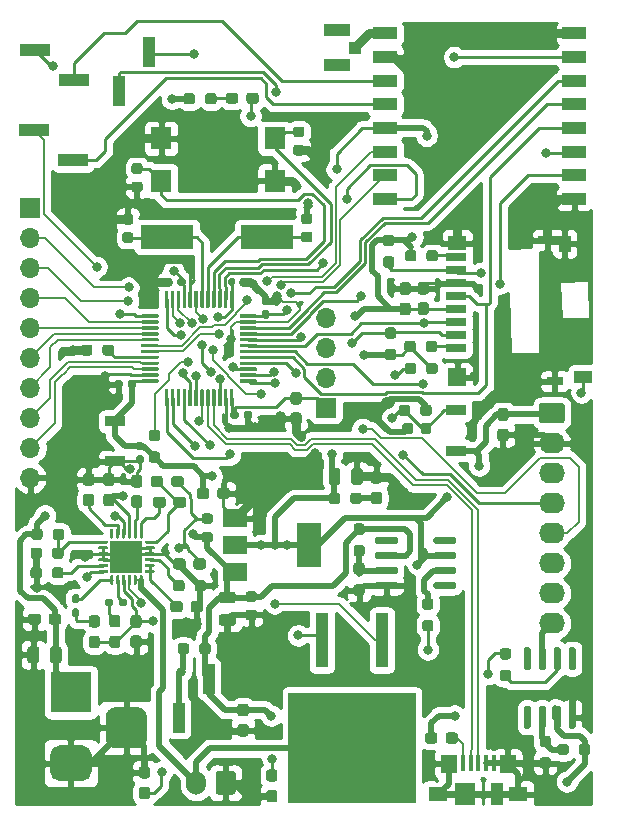
<source format=gbr>
%TF.GenerationSoftware,KiCad,Pcbnew,(5.1.8)-1*%
%TF.CreationDate,2021-07-02T09:13:15+03:00*%
%TF.ProjectId,CUSTOM stm32f103 DEVELOPMENT BOARD,43555354-4f4d-4207-9374-6d3332663130,rev?*%
%TF.SameCoordinates,Original*%
%TF.FileFunction,Copper,L1,Top*%
%TF.FilePolarity,Positive*%
%FSLAX46Y46*%
G04 Gerber Fmt 4.6, Leading zero omitted, Abs format (unit mm)*
G04 Created by KiCad (PCBNEW (5.1.8)-1) date 2021-07-02 09:13:15*
%MOMM*%
%LPD*%
G01*
G04 APERTURE LIST*
%TA.AperFunction,SMDPad,CuDef*%
%ADD10R,2.000000X1.000000*%
%TD*%
%TA.AperFunction,SMDPad,CuDef*%
%ADD11R,0.450000X1.380000*%
%TD*%
%TA.AperFunction,SMDPad,CuDef*%
%ADD12R,1.425000X1.550000*%
%TD*%
%TA.AperFunction,SMDPad,CuDef*%
%ADD13R,1.650000X1.300000*%
%TD*%
%TA.AperFunction,SMDPad,CuDef*%
%ADD14R,1.800000X1.900000*%
%TD*%
%TA.AperFunction,SMDPad,CuDef*%
%ADD15R,1.000000X1.900000*%
%TD*%
%TA.AperFunction,ComponentPad*%
%ADD16R,3.500000X3.500000*%
%TD*%
%TA.AperFunction,SMDPad,CuDef*%
%ADD17R,1.000000X2.510000*%
%TD*%
%TA.AperFunction,SMDPad,CuDef*%
%ADD18R,1.750000X0.700000*%
%TD*%
%TA.AperFunction,SMDPad,CuDef*%
%ADD19R,1.500000X1.300000*%
%TD*%
%TA.AperFunction,SMDPad,CuDef*%
%ADD20R,1.500000X0.800000*%
%TD*%
%TA.AperFunction,SMDPad,CuDef*%
%ADD21R,1.000000X1.450000*%
%TD*%
%TA.AperFunction,SMDPad,CuDef*%
%ADD22R,1.400000X0.800000*%
%TD*%
%TA.AperFunction,SMDPad,CuDef*%
%ADD23R,1.500000X1.500000*%
%TD*%
%TA.AperFunction,SMDPad,CuDef*%
%ADD24R,1.550000X1.000000*%
%TD*%
%TA.AperFunction,ComponentPad*%
%ADD25O,1.700000X2.000000*%
%TD*%
%TA.AperFunction,ComponentPad*%
%ADD26R,1.700000X1.700000*%
%TD*%
%TA.AperFunction,ComponentPad*%
%ADD27O,1.700000X1.700000*%
%TD*%
%TA.AperFunction,ComponentPad*%
%ADD28O,2.190000X1.740000*%
%TD*%
%TA.AperFunction,SMDPad,CuDef*%
%ADD29R,2.510000X1.000000*%
%TD*%
%TA.AperFunction,SMDPad,CuDef*%
%ADD30R,1.700000X0.900000*%
%TD*%
%TA.AperFunction,SMDPad,CuDef*%
%ADD31R,2.000000X3.800000*%
%TD*%
%TA.AperFunction,SMDPad,CuDef*%
%ADD32R,2.000000X1.500000*%
%TD*%
%TA.AperFunction,SMDPad,CuDef*%
%ADD33R,2.700000X2.700000*%
%TD*%
%TA.AperFunction,ComponentPad*%
%ADD34C,0.500000*%
%TD*%
%TA.AperFunction,SMDPad,CuDef*%
%ADD35R,4.500000X2.000000*%
%TD*%
%TA.AperFunction,SMDPad,CuDef*%
%ADD36R,2.200000X1.050000*%
%TD*%
%TA.AperFunction,SMDPad,CuDef*%
%ADD37R,1.050000X1.000000*%
%TD*%
%TA.AperFunction,SMDPad,CuDef*%
%ADD38R,1.100000X4.600000*%
%TD*%
%TA.AperFunction,SMDPad,CuDef*%
%ADD39R,10.800000X9.400000*%
%TD*%
%TA.AperFunction,ViaPad*%
%ADD40C,0.800000*%
%TD*%
%TA.AperFunction,Conductor*%
%ADD41C,0.250000*%
%TD*%
%TA.AperFunction,Conductor*%
%ADD42C,0.500000*%
%TD*%
%TA.AperFunction,Conductor*%
%ADD43C,0.750000*%
%TD*%
%TA.AperFunction,Conductor*%
%ADD44C,0.200000*%
%TD*%
%TA.AperFunction,Conductor*%
%ADD45C,0.254000*%
%TD*%
%TA.AperFunction,Conductor*%
%ADD46C,0.100000*%
%TD*%
G04 APERTURE END LIST*
%TO.P,U4,8*%
%TO.N,N/C*%
%TA.AperFunction,SMDPad,CuDef*%
G36*
G01*
X58685000Y-185980000D02*
X58385000Y-185980000D01*
G75*
G02*
X58235000Y-185830000I0J150000D01*
G01*
X58235000Y-184180000D01*
G75*
G02*
X58385000Y-184030000I150000J0D01*
G01*
X58685000Y-184030000D01*
G75*
G02*
X58835000Y-184180000I0J-150000D01*
G01*
X58835000Y-185830000D01*
G75*
G02*
X58685000Y-185980000I-150000J0D01*
G01*
G37*
%TD.AperFunction*%
%TO.P,U4,7*%
%TO.N,LED*%
%TA.AperFunction,SMDPad,CuDef*%
G36*
G01*
X59955000Y-185980000D02*
X59655000Y-185980000D01*
G75*
G02*
X59505000Y-185830000I0J150000D01*
G01*
X59505000Y-184180000D01*
G75*
G02*
X59655000Y-184030000I150000J0D01*
G01*
X59955000Y-184030000D01*
G75*
G02*
X60105000Y-184180000I0J-150000D01*
G01*
X60105000Y-185830000D01*
G75*
G02*
X59955000Y-185980000I-150000J0D01*
G01*
G37*
%TD.AperFunction*%
%TO.P,U4,6*%
%TO.N,Net-(R19-Pad1)*%
%TA.AperFunction,SMDPad,CuDef*%
G36*
G01*
X61225000Y-185980000D02*
X60925000Y-185980000D01*
G75*
G02*
X60775000Y-185830000I0J150000D01*
G01*
X60775000Y-184180000D01*
G75*
G02*
X60925000Y-184030000I150000J0D01*
G01*
X61225000Y-184030000D01*
G75*
G02*
X61375000Y-184180000I0J-150000D01*
G01*
X61375000Y-185830000D01*
G75*
G02*
X61225000Y-185980000I-150000J0D01*
G01*
G37*
%TD.AperFunction*%
%TO.P,U4,5*%
%TO.N,N/C*%
%TA.AperFunction,SMDPad,CuDef*%
G36*
G01*
X62495000Y-185980000D02*
X62195000Y-185980000D01*
G75*
G02*
X62045000Y-185830000I0J150000D01*
G01*
X62045000Y-184180000D01*
G75*
G02*
X62195000Y-184030000I150000J0D01*
G01*
X62495000Y-184030000D01*
G75*
G02*
X62645000Y-184180000I0J-150000D01*
G01*
X62645000Y-185830000D01*
G75*
G02*
X62495000Y-185980000I-150000J0D01*
G01*
G37*
%TD.AperFunction*%
%TO.P,U4,4*%
%TO.N,GND*%
%TA.AperFunction,SMDPad,CuDef*%
G36*
G01*
X62495000Y-190930000D02*
X62195000Y-190930000D01*
G75*
G02*
X62045000Y-190780000I0J150000D01*
G01*
X62045000Y-189130000D01*
G75*
G02*
X62195000Y-188980000I150000J0D01*
G01*
X62495000Y-188980000D01*
G75*
G02*
X62645000Y-189130000I0J-150000D01*
G01*
X62645000Y-190780000D01*
G75*
G02*
X62495000Y-190930000I-150000J0D01*
G01*
G37*
%TD.AperFunction*%
%TO.P,U4,3*%
%TO.N,TO_SYS*%
%TA.AperFunction,SMDPad,CuDef*%
G36*
G01*
X61225000Y-190930000D02*
X60925000Y-190930000D01*
G75*
G02*
X60775000Y-190780000I0J150000D01*
G01*
X60775000Y-189130000D01*
G75*
G02*
X60925000Y-188980000I150000J0D01*
G01*
X61225000Y-188980000D01*
G75*
G02*
X61375000Y-189130000I0J-150000D01*
G01*
X61375000Y-190780000D01*
G75*
G02*
X61225000Y-190930000I-150000J0D01*
G01*
G37*
%TD.AperFunction*%
%TO.P,U4,2*%
%TO.N,Net-(R16-Pad2)*%
%TA.AperFunction,SMDPad,CuDef*%
G36*
G01*
X59955000Y-190930000D02*
X59655000Y-190930000D01*
G75*
G02*
X59505000Y-190780000I0J150000D01*
G01*
X59505000Y-189130000D01*
G75*
G02*
X59655000Y-188980000I150000J0D01*
G01*
X59955000Y-188980000D01*
G75*
G02*
X60105000Y-189130000I0J-150000D01*
G01*
X60105000Y-190780000D01*
G75*
G02*
X59955000Y-190930000I-150000J0D01*
G01*
G37*
%TD.AperFunction*%
%TO.P,U4,1*%
%TO.N,N/C*%
%TA.AperFunction,SMDPad,CuDef*%
G36*
G01*
X58685000Y-190930000D02*
X58385000Y-190930000D01*
G75*
G02*
X58235000Y-190780000I0J150000D01*
G01*
X58235000Y-189130000D01*
G75*
G02*
X58385000Y-188980000I150000J0D01*
G01*
X58685000Y-188980000D01*
G75*
G02*
X58835000Y-189130000I0J-150000D01*
G01*
X58835000Y-190780000D01*
G75*
G02*
X58685000Y-190930000I-150000J0D01*
G01*
G37*
%TD.AperFunction*%
%TD*%
%TO.P,U1,1*%
%TO.N,LED*%
%TA.AperFunction,SMDPad,CuDef*%
G36*
G01*
X33435000Y-153840000D02*
X33585000Y-153840000D01*
G75*
G02*
X33660000Y-153915000I0J-75000D01*
G01*
X33660000Y-155240000D01*
G75*
G02*
X33585000Y-155315000I-75000J0D01*
G01*
X33435000Y-155315000D01*
G75*
G02*
X33360000Y-155240000I0J75000D01*
G01*
X33360000Y-153915000D01*
G75*
G02*
X33435000Y-153840000I75000J0D01*
G01*
G37*
%TD.AperFunction*%
%TO.P,U1,2*%
%TO.N,PC13*%
%TA.AperFunction,SMDPad,CuDef*%
G36*
G01*
X32935000Y-153840000D02*
X33085000Y-153840000D01*
G75*
G02*
X33160000Y-153915000I0J-75000D01*
G01*
X33160000Y-155240000D01*
G75*
G02*
X33085000Y-155315000I-75000J0D01*
G01*
X32935000Y-155315000D01*
G75*
G02*
X32860000Y-155240000I0J75000D01*
G01*
X32860000Y-153915000D01*
G75*
G02*
X32935000Y-153840000I75000J0D01*
G01*
G37*
%TD.AperFunction*%
%TO.P,U1,3*%
%TO.N,PC14*%
%TA.AperFunction,SMDPad,CuDef*%
G36*
G01*
X32435000Y-153840000D02*
X32585000Y-153840000D01*
G75*
G02*
X32660000Y-153915000I0J-75000D01*
G01*
X32660000Y-155240000D01*
G75*
G02*
X32585000Y-155315000I-75000J0D01*
G01*
X32435000Y-155315000D01*
G75*
G02*
X32360000Y-155240000I0J75000D01*
G01*
X32360000Y-153915000D01*
G75*
G02*
X32435000Y-153840000I75000J0D01*
G01*
G37*
%TD.AperFunction*%
%TO.P,U1,4*%
%TO.N,PC15*%
%TA.AperFunction,SMDPad,CuDef*%
G36*
G01*
X31935000Y-153840000D02*
X32085000Y-153840000D01*
G75*
G02*
X32160000Y-153915000I0J-75000D01*
G01*
X32160000Y-155240000D01*
G75*
G02*
X32085000Y-155315000I-75000J0D01*
G01*
X31935000Y-155315000D01*
G75*
G02*
X31860000Y-155240000I0J75000D01*
G01*
X31860000Y-153915000D01*
G75*
G02*
X31935000Y-153840000I75000J0D01*
G01*
G37*
%TD.AperFunction*%
%TO.P,U1,5*%
%TO.N,OSCIN*%
%TA.AperFunction,SMDPad,CuDef*%
G36*
G01*
X31435000Y-153840000D02*
X31585000Y-153840000D01*
G75*
G02*
X31660000Y-153915000I0J-75000D01*
G01*
X31660000Y-155240000D01*
G75*
G02*
X31585000Y-155315000I-75000J0D01*
G01*
X31435000Y-155315000D01*
G75*
G02*
X31360000Y-155240000I0J75000D01*
G01*
X31360000Y-153915000D01*
G75*
G02*
X31435000Y-153840000I75000J0D01*
G01*
G37*
%TD.AperFunction*%
%TO.P,U1,6*%
%TO.N,OSCOUT*%
%TA.AperFunction,SMDPad,CuDef*%
G36*
G01*
X30935000Y-153840000D02*
X31085000Y-153840000D01*
G75*
G02*
X31160000Y-153915000I0J-75000D01*
G01*
X31160000Y-155240000D01*
G75*
G02*
X31085000Y-155315000I-75000J0D01*
G01*
X30935000Y-155315000D01*
G75*
G02*
X30860000Y-155240000I0J75000D01*
G01*
X30860000Y-153915000D01*
G75*
G02*
X30935000Y-153840000I75000J0D01*
G01*
G37*
%TD.AperFunction*%
%TO.P,U1,7*%
%TO.N,RST*%
%TA.AperFunction,SMDPad,CuDef*%
G36*
G01*
X30435000Y-153840000D02*
X30585000Y-153840000D01*
G75*
G02*
X30660000Y-153915000I0J-75000D01*
G01*
X30660000Y-155240000D01*
G75*
G02*
X30585000Y-155315000I-75000J0D01*
G01*
X30435000Y-155315000D01*
G75*
G02*
X30360000Y-155240000I0J75000D01*
G01*
X30360000Y-153915000D01*
G75*
G02*
X30435000Y-153840000I75000J0D01*
G01*
G37*
%TD.AperFunction*%
%TO.P,U1,8*%
%TO.N,GND*%
%TA.AperFunction,SMDPad,CuDef*%
G36*
G01*
X29935000Y-153840000D02*
X30085000Y-153840000D01*
G75*
G02*
X30160000Y-153915000I0J-75000D01*
G01*
X30160000Y-155240000D01*
G75*
G02*
X30085000Y-155315000I-75000J0D01*
G01*
X29935000Y-155315000D01*
G75*
G02*
X29860000Y-155240000I0J75000D01*
G01*
X29860000Y-153915000D01*
G75*
G02*
X29935000Y-153840000I75000J0D01*
G01*
G37*
%TD.AperFunction*%
%TO.P,U1,9*%
%TO.N,LED*%
%TA.AperFunction,SMDPad,CuDef*%
G36*
G01*
X29435000Y-153840000D02*
X29585000Y-153840000D01*
G75*
G02*
X29660000Y-153915000I0J-75000D01*
G01*
X29660000Y-155240000D01*
G75*
G02*
X29585000Y-155315000I-75000J0D01*
G01*
X29435000Y-155315000D01*
G75*
G02*
X29360000Y-155240000I0J75000D01*
G01*
X29360000Y-153915000D01*
G75*
G02*
X29435000Y-153840000I75000J0D01*
G01*
G37*
%TD.AperFunction*%
%TO.P,U1,10*%
%TO.N,PA0*%
%TA.AperFunction,SMDPad,CuDef*%
G36*
G01*
X28935000Y-153840000D02*
X29085000Y-153840000D01*
G75*
G02*
X29160000Y-153915000I0J-75000D01*
G01*
X29160000Y-155240000D01*
G75*
G02*
X29085000Y-155315000I-75000J0D01*
G01*
X28935000Y-155315000D01*
G75*
G02*
X28860000Y-155240000I0J75000D01*
G01*
X28860000Y-153915000D01*
G75*
G02*
X28935000Y-153840000I75000J0D01*
G01*
G37*
%TD.AperFunction*%
%TO.P,U1,11*%
%TO.N,PA1*%
%TA.AperFunction,SMDPad,CuDef*%
G36*
G01*
X28435000Y-153840000D02*
X28585000Y-153840000D01*
G75*
G02*
X28660000Y-153915000I0J-75000D01*
G01*
X28660000Y-155240000D01*
G75*
G02*
X28585000Y-155315000I-75000J0D01*
G01*
X28435000Y-155315000D01*
G75*
G02*
X28360000Y-155240000I0J75000D01*
G01*
X28360000Y-153915000D01*
G75*
G02*
X28435000Y-153840000I75000J0D01*
G01*
G37*
%TD.AperFunction*%
%TO.P,U1,12*%
%TO.N,TFT_RESET*%
%TA.AperFunction,SMDPad,CuDef*%
G36*
G01*
X27935000Y-153840000D02*
X28085000Y-153840000D01*
G75*
G02*
X28160000Y-153915000I0J-75000D01*
G01*
X28160000Y-155240000D01*
G75*
G02*
X28085000Y-155315000I-75000J0D01*
G01*
X27935000Y-155315000D01*
G75*
G02*
X27860000Y-155240000I0J75000D01*
G01*
X27860000Y-153915000D01*
G75*
G02*
X27935000Y-153840000I75000J0D01*
G01*
G37*
%TD.AperFunction*%
%TO.P,U1,13*%
%TO.N,A0*%
%TA.AperFunction,SMDPad,CuDef*%
G36*
G01*
X25935000Y-155840000D02*
X27260000Y-155840000D01*
G75*
G02*
X27335000Y-155915000I0J-75000D01*
G01*
X27335000Y-156065000D01*
G75*
G02*
X27260000Y-156140000I-75000J0D01*
G01*
X25935000Y-156140000D01*
G75*
G02*
X25860000Y-156065000I0J75000D01*
G01*
X25860000Y-155915000D01*
G75*
G02*
X25935000Y-155840000I75000J0D01*
G01*
G37*
%TD.AperFunction*%
%TO.P,U1,14*%
%TO.N,PA4*%
%TA.AperFunction,SMDPad,CuDef*%
G36*
G01*
X25935000Y-156340000D02*
X27260000Y-156340000D01*
G75*
G02*
X27335000Y-156415000I0J-75000D01*
G01*
X27335000Y-156565000D01*
G75*
G02*
X27260000Y-156640000I-75000J0D01*
G01*
X25935000Y-156640000D01*
G75*
G02*
X25860000Y-156565000I0J75000D01*
G01*
X25860000Y-156415000D01*
G75*
G02*
X25935000Y-156340000I75000J0D01*
G01*
G37*
%TD.AperFunction*%
%TO.P,U1,15*%
%TO.N,PA5*%
%TA.AperFunction,SMDPad,CuDef*%
G36*
G01*
X25935000Y-156840000D02*
X27260000Y-156840000D01*
G75*
G02*
X27335000Y-156915000I0J-75000D01*
G01*
X27335000Y-157065000D01*
G75*
G02*
X27260000Y-157140000I-75000J0D01*
G01*
X25935000Y-157140000D01*
G75*
G02*
X25860000Y-157065000I0J75000D01*
G01*
X25860000Y-156915000D01*
G75*
G02*
X25935000Y-156840000I75000J0D01*
G01*
G37*
%TD.AperFunction*%
%TO.P,U1,16*%
%TO.N,PA6*%
%TA.AperFunction,SMDPad,CuDef*%
G36*
G01*
X25935000Y-157340000D02*
X27260000Y-157340000D01*
G75*
G02*
X27335000Y-157415000I0J-75000D01*
G01*
X27335000Y-157565000D01*
G75*
G02*
X27260000Y-157640000I-75000J0D01*
G01*
X25935000Y-157640000D01*
G75*
G02*
X25860000Y-157565000I0J75000D01*
G01*
X25860000Y-157415000D01*
G75*
G02*
X25935000Y-157340000I75000J0D01*
G01*
G37*
%TD.AperFunction*%
%TO.P,U1,17*%
%TO.N,PA7*%
%TA.AperFunction,SMDPad,CuDef*%
G36*
G01*
X25935000Y-157840000D02*
X27260000Y-157840000D01*
G75*
G02*
X27335000Y-157915000I0J-75000D01*
G01*
X27335000Y-158065000D01*
G75*
G02*
X27260000Y-158140000I-75000J0D01*
G01*
X25935000Y-158140000D01*
G75*
G02*
X25860000Y-158065000I0J75000D01*
G01*
X25860000Y-157915000D01*
G75*
G02*
X25935000Y-157840000I75000J0D01*
G01*
G37*
%TD.AperFunction*%
%TO.P,U1,18*%
%TO.N,DIO0*%
%TA.AperFunction,SMDPad,CuDef*%
G36*
G01*
X25935000Y-158340000D02*
X27260000Y-158340000D01*
G75*
G02*
X27335000Y-158415000I0J-75000D01*
G01*
X27335000Y-158565000D01*
G75*
G02*
X27260000Y-158640000I-75000J0D01*
G01*
X25935000Y-158640000D01*
G75*
G02*
X25860000Y-158565000I0J75000D01*
G01*
X25860000Y-158415000D01*
G75*
G02*
X25935000Y-158340000I75000J0D01*
G01*
G37*
%TD.AperFunction*%
%TO.P,U1,19*%
%TO.N,DIO1*%
%TA.AperFunction,SMDPad,CuDef*%
G36*
G01*
X25935000Y-158840000D02*
X27260000Y-158840000D01*
G75*
G02*
X27335000Y-158915000I0J-75000D01*
G01*
X27335000Y-159065000D01*
G75*
G02*
X27260000Y-159140000I-75000J0D01*
G01*
X25935000Y-159140000D01*
G75*
G02*
X25860000Y-159065000I0J75000D01*
G01*
X25860000Y-158915000D01*
G75*
G02*
X25935000Y-158840000I75000J0D01*
G01*
G37*
%TD.AperFunction*%
%TO.P,U1,20*%
%TO.N,BOOT1*%
%TA.AperFunction,SMDPad,CuDef*%
G36*
G01*
X25935000Y-159340000D02*
X27260000Y-159340000D01*
G75*
G02*
X27335000Y-159415000I0J-75000D01*
G01*
X27335000Y-159565000D01*
G75*
G02*
X27260000Y-159640000I-75000J0D01*
G01*
X25935000Y-159640000D01*
G75*
G02*
X25860000Y-159565000I0J75000D01*
G01*
X25860000Y-159415000D01*
G75*
G02*
X25935000Y-159340000I75000J0D01*
G01*
G37*
%TD.AperFunction*%
%TO.P,U1,21*%
%TO.N,PB10*%
%TA.AperFunction,SMDPad,CuDef*%
G36*
G01*
X25935000Y-159840000D02*
X27260000Y-159840000D01*
G75*
G02*
X27335000Y-159915000I0J-75000D01*
G01*
X27335000Y-160065000D01*
G75*
G02*
X27260000Y-160140000I-75000J0D01*
G01*
X25935000Y-160140000D01*
G75*
G02*
X25860000Y-160065000I0J75000D01*
G01*
X25860000Y-159915000D01*
G75*
G02*
X25935000Y-159840000I75000J0D01*
G01*
G37*
%TD.AperFunction*%
%TO.P,U1,22*%
%TO.N,PB11*%
%TA.AperFunction,SMDPad,CuDef*%
G36*
G01*
X25935000Y-160340000D02*
X27260000Y-160340000D01*
G75*
G02*
X27335000Y-160415000I0J-75000D01*
G01*
X27335000Y-160565000D01*
G75*
G02*
X27260000Y-160640000I-75000J0D01*
G01*
X25935000Y-160640000D01*
G75*
G02*
X25860000Y-160565000I0J75000D01*
G01*
X25860000Y-160415000D01*
G75*
G02*
X25935000Y-160340000I75000J0D01*
G01*
G37*
%TD.AperFunction*%
%TO.P,U1,23*%
%TO.N,GND*%
%TA.AperFunction,SMDPad,CuDef*%
G36*
G01*
X25935000Y-160840000D02*
X27260000Y-160840000D01*
G75*
G02*
X27335000Y-160915000I0J-75000D01*
G01*
X27335000Y-161065000D01*
G75*
G02*
X27260000Y-161140000I-75000J0D01*
G01*
X25935000Y-161140000D01*
G75*
G02*
X25860000Y-161065000I0J75000D01*
G01*
X25860000Y-160915000D01*
G75*
G02*
X25935000Y-160840000I75000J0D01*
G01*
G37*
%TD.AperFunction*%
%TO.P,U1,24*%
%TO.N,LED*%
%TA.AperFunction,SMDPad,CuDef*%
G36*
G01*
X25935000Y-161340000D02*
X27260000Y-161340000D01*
G75*
G02*
X27335000Y-161415000I0J-75000D01*
G01*
X27335000Y-161565000D01*
G75*
G02*
X27260000Y-161640000I-75000J0D01*
G01*
X25935000Y-161640000D01*
G75*
G02*
X25860000Y-161565000I0J75000D01*
G01*
X25860000Y-161415000D01*
G75*
G02*
X25935000Y-161340000I75000J0D01*
G01*
G37*
%TD.AperFunction*%
%TO.P,U1,25*%
%TO.N,CS*%
%TA.AperFunction,SMDPad,CuDef*%
G36*
G01*
X27935000Y-162165000D02*
X28085000Y-162165000D01*
G75*
G02*
X28160000Y-162240000I0J-75000D01*
G01*
X28160000Y-163565000D01*
G75*
G02*
X28085000Y-163640000I-75000J0D01*
G01*
X27935000Y-163640000D01*
G75*
G02*
X27860000Y-163565000I0J75000D01*
G01*
X27860000Y-162240000D01*
G75*
G02*
X27935000Y-162165000I75000J0D01*
G01*
G37*
%TD.AperFunction*%
%TO.P,U1,26*%
%TO.N,SCK*%
%TA.AperFunction,SMDPad,CuDef*%
G36*
G01*
X28435000Y-162165000D02*
X28585000Y-162165000D01*
G75*
G02*
X28660000Y-162240000I0J-75000D01*
G01*
X28660000Y-163565000D01*
G75*
G02*
X28585000Y-163640000I-75000J0D01*
G01*
X28435000Y-163640000D01*
G75*
G02*
X28360000Y-163565000I0J75000D01*
G01*
X28360000Y-162240000D01*
G75*
G02*
X28435000Y-162165000I75000J0D01*
G01*
G37*
%TD.AperFunction*%
%TO.P,U1,27*%
%TO.N,N/C*%
%TA.AperFunction,SMDPad,CuDef*%
G36*
G01*
X28935000Y-162165000D02*
X29085000Y-162165000D01*
G75*
G02*
X29160000Y-162240000I0J-75000D01*
G01*
X29160000Y-163565000D01*
G75*
G02*
X29085000Y-163640000I-75000J0D01*
G01*
X28935000Y-163640000D01*
G75*
G02*
X28860000Y-163565000I0J75000D01*
G01*
X28860000Y-162240000D01*
G75*
G02*
X28935000Y-162165000I75000J0D01*
G01*
G37*
%TD.AperFunction*%
%TO.P,U1,28*%
%TO.N,MOSI2*%
%TA.AperFunction,SMDPad,CuDef*%
G36*
G01*
X29435000Y-162165000D02*
X29585000Y-162165000D01*
G75*
G02*
X29660000Y-162240000I0J-75000D01*
G01*
X29660000Y-163565000D01*
G75*
G02*
X29585000Y-163640000I-75000J0D01*
G01*
X29435000Y-163640000D01*
G75*
G02*
X29360000Y-163565000I0J75000D01*
G01*
X29360000Y-162240000D01*
G75*
G02*
X29435000Y-162165000I75000J0D01*
G01*
G37*
%TD.AperFunction*%
%TO.P,U1,29*%
%TO.N,Net-(J10-Pad2)*%
%TA.AperFunction,SMDPad,CuDef*%
G36*
G01*
X29935000Y-162165000D02*
X30085000Y-162165000D01*
G75*
G02*
X30160000Y-162240000I0J-75000D01*
G01*
X30160000Y-163565000D01*
G75*
G02*
X30085000Y-163640000I-75000J0D01*
G01*
X29935000Y-163640000D01*
G75*
G02*
X29860000Y-163565000I0J75000D01*
G01*
X29860000Y-162240000D01*
G75*
G02*
X29935000Y-162165000I75000J0D01*
G01*
G37*
%TD.AperFunction*%
%TO.P,U1,30*%
%TO.N,LORA_RST*%
%TA.AperFunction,SMDPad,CuDef*%
G36*
G01*
X30435000Y-162165000D02*
X30585000Y-162165000D01*
G75*
G02*
X30660000Y-162240000I0J-75000D01*
G01*
X30660000Y-163565000D01*
G75*
G02*
X30585000Y-163640000I-75000J0D01*
G01*
X30435000Y-163640000D01*
G75*
G02*
X30360000Y-163565000I0J75000D01*
G01*
X30360000Y-162240000D01*
G75*
G02*
X30435000Y-162165000I75000J0D01*
G01*
G37*
%TD.AperFunction*%
%TO.P,U1,31*%
%TO.N,Net-(J11-Pad2)*%
%TA.AperFunction,SMDPad,CuDef*%
G36*
G01*
X30935000Y-162165000D02*
X31085000Y-162165000D01*
G75*
G02*
X31160000Y-162240000I0J-75000D01*
G01*
X31160000Y-163565000D01*
G75*
G02*
X31085000Y-163640000I-75000J0D01*
G01*
X30935000Y-163640000D01*
G75*
G02*
X30860000Y-163565000I0J75000D01*
G01*
X30860000Y-162240000D01*
G75*
G02*
X30935000Y-162165000I75000J0D01*
G01*
G37*
%TD.AperFunction*%
%TO.P,U1,32*%
%TO.N,D-*%
%TA.AperFunction,SMDPad,CuDef*%
G36*
G01*
X31435000Y-162165000D02*
X31585000Y-162165000D01*
G75*
G02*
X31660000Y-162240000I0J-75000D01*
G01*
X31660000Y-163565000D01*
G75*
G02*
X31585000Y-163640000I-75000J0D01*
G01*
X31435000Y-163640000D01*
G75*
G02*
X31360000Y-163565000I0J75000D01*
G01*
X31360000Y-162240000D01*
G75*
G02*
X31435000Y-162165000I75000J0D01*
G01*
G37*
%TD.AperFunction*%
%TO.P,U1,33*%
%TO.N,D+*%
%TA.AperFunction,SMDPad,CuDef*%
G36*
G01*
X31935000Y-162165000D02*
X32085000Y-162165000D01*
G75*
G02*
X32160000Y-162240000I0J-75000D01*
G01*
X32160000Y-163565000D01*
G75*
G02*
X32085000Y-163640000I-75000J0D01*
G01*
X31935000Y-163640000D01*
G75*
G02*
X31860000Y-163565000I0J75000D01*
G01*
X31860000Y-162240000D01*
G75*
G02*
X31935000Y-162165000I75000J0D01*
G01*
G37*
%TD.AperFunction*%
%TO.P,U1,34*%
%TO.N,SWDIO*%
%TA.AperFunction,SMDPad,CuDef*%
G36*
G01*
X32435000Y-162165000D02*
X32585000Y-162165000D01*
G75*
G02*
X32660000Y-162240000I0J-75000D01*
G01*
X32660000Y-163565000D01*
G75*
G02*
X32585000Y-163640000I-75000J0D01*
G01*
X32435000Y-163640000D01*
G75*
G02*
X32360000Y-163565000I0J75000D01*
G01*
X32360000Y-162240000D01*
G75*
G02*
X32435000Y-162165000I75000J0D01*
G01*
G37*
%TD.AperFunction*%
%TO.P,U1,35*%
%TO.N,GND*%
%TA.AperFunction,SMDPad,CuDef*%
G36*
G01*
X32935000Y-162165000D02*
X33085000Y-162165000D01*
G75*
G02*
X33160000Y-162240000I0J-75000D01*
G01*
X33160000Y-163565000D01*
G75*
G02*
X33085000Y-163640000I-75000J0D01*
G01*
X32935000Y-163640000D01*
G75*
G02*
X32860000Y-163565000I0J75000D01*
G01*
X32860000Y-162240000D01*
G75*
G02*
X32935000Y-162165000I75000J0D01*
G01*
G37*
%TD.AperFunction*%
%TO.P,U1,36*%
%TO.N,LED*%
%TA.AperFunction,SMDPad,CuDef*%
G36*
G01*
X33435000Y-162165000D02*
X33585000Y-162165000D01*
G75*
G02*
X33660000Y-162240000I0J-75000D01*
G01*
X33660000Y-163565000D01*
G75*
G02*
X33585000Y-163640000I-75000J0D01*
G01*
X33435000Y-163640000D01*
G75*
G02*
X33360000Y-163565000I0J75000D01*
G01*
X33360000Y-162240000D01*
G75*
G02*
X33435000Y-162165000I75000J0D01*
G01*
G37*
%TD.AperFunction*%
%TO.P,U1,37*%
%TO.N,SWCLK*%
%TA.AperFunction,SMDPad,CuDef*%
G36*
G01*
X34260000Y-161340000D02*
X35585000Y-161340000D01*
G75*
G02*
X35660000Y-161415000I0J-75000D01*
G01*
X35660000Y-161565000D01*
G75*
G02*
X35585000Y-161640000I-75000J0D01*
G01*
X34260000Y-161640000D01*
G75*
G02*
X34185000Y-161565000I0J75000D01*
G01*
X34185000Y-161415000D01*
G75*
G02*
X34260000Y-161340000I75000J0D01*
G01*
G37*
%TD.AperFunction*%
%TO.P,U1,38*%
%TO.N,Net-(J9-Pad2)*%
%TA.AperFunction,SMDPad,CuDef*%
G36*
G01*
X34260000Y-160840000D02*
X35585000Y-160840000D01*
G75*
G02*
X35660000Y-160915000I0J-75000D01*
G01*
X35660000Y-161065000D01*
G75*
G02*
X35585000Y-161140000I-75000J0D01*
G01*
X34260000Y-161140000D01*
G75*
G02*
X34185000Y-161065000I0J75000D01*
G01*
X34185000Y-160915000D01*
G75*
G02*
X34260000Y-160840000I75000J0D01*
G01*
G37*
%TD.AperFunction*%
%TO.P,U1,39*%
%TO.N,DIO2*%
%TA.AperFunction,SMDPad,CuDef*%
G36*
G01*
X34260000Y-160340000D02*
X35585000Y-160340000D01*
G75*
G02*
X35660000Y-160415000I0J-75000D01*
G01*
X35660000Y-160565000D01*
G75*
G02*
X35585000Y-160640000I-75000J0D01*
G01*
X34260000Y-160640000D01*
G75*
G02*
X34185000Y-160565000I0J75000D01*
G01*
X34185000Y-160415000D01*
G75*
G02*
X34260000Y-160340000I75000J0D01*
G01*
G37*
%TD.AperFunction*%
%TO.P,U1,40*%
%TO.N,SD_CS*%
%TA.AperFunction,SMDPad,CuDef*%
G36*
G01*
X34260000Y-159840000D02*
X35585000Y-159840000D01*
G75*
G02*
X35660000Y-159915000I0J-75000D01*
G01*
X35660000Y-160065000D01*
G75*
G02*
X35585000Y-160140000I-75000J0D01*
G01*
X34260000Y-160140000D01*
G75*
G02*
X34185000Y-160065000I0J75000D01*
G01*
X34185000Y-159915000D01*
G75*
G02*
X34260000Y-159840000I75000J0D01*
G01*
G37*
%TD.AperFunction*%
%TO.P,U1,41*%
%TO.N,SCLK*%
%TA.AperFunction,SMDPad,CuDef*%
G36*
G01*
X34260000Y-159340000D02*
X35585000Y-159340000D01*
G75*
G02*
X35660000Y-159415000I0J-75000D01*
G01*
X35660000Y-159565000D01*
G75*
G02*
X35585000Y-159640000I-75000J0D01*
G01*
X34260000Y-159640000D01*
G75*
G02*
X34185000Y-159565000I0J75000D01*
G01*
X34185000Y-159415000D01*
G75*
G02*
X34260000Y-159340000I75000J0D01*
G01*
G37*
%TD.AperFunction*%
%TO.P,U1,42*%
%TO.N,MISO*%
%TA.AperFunction,SMDPad,CuDef*%
G36*
G01*
X34260000Y-158840000D02*
X35585000Y-158840000D01*
G75*
G02*
X35660000Y-158915000I0J-75000D01*
G01*
X35660000Y-159065000D01*
G75*
G02*
X35585000Y-159140000I-75000J0D01*
G01*
X34260000Y-159140000D01*
G75*
G02*
X34185000Y-159065000I0J75000D01*
G01*
X34185000Y-158915000D01*
G75*
G02*
X34260000Y-158840000I75000J0D01*
G01*
G37*
%TD.AperFunction*%
%TO.P,U1,43*%
%TO.N,MOSI*%
%TA.AperFunction,SMDPad,CuDef*%
G36*
G01*
X34260000Y-158340000D02*
X35585000Y-158340000D01*
G75*
G02*
X35660000Y-158415000I0J-75000D01*
G01*
X35660000Y-158565000D01*
G75*
G02*
X35585000Y-158640000I-75000J0D01*
G01*
X34260000Y-158640000D01*
G75*
G02*
X34185000Y-158565000I0J75000D01*
G01*
X34185000Y-158415000D01*
G75*
G02*
X34260000Y-158340000I75000J0D01*
G01*
G37*
%TD.AperFunction*%
%TO.P,U1,44*%
%TO.N,BOOT0*%
%TA.AperFunction,SMDPad,CuDef*%
G36*
G01*
X34260000Y-157840000D02*
X35585000Y-157840000D01*
G75*
G02*
X35660000Y-157915000I0J-75000D01*
G01*
X35660000Y-158065000D01*
G75*
G02*
X35585000Y-158140000I-75000J0D01*
G01*
X34260000Y-158140000D01*
G75*
G02*
X34185000Y-158065000I0J75000D01*
G01*
X34185000Y-157915000D01*
G75*
G02*
X34260000Y-157840000I75000J0D01*
G01*
G37*
%TD.AperFunction*%
%TO.P,U1,45*%
%TO.N,C_DETECT*%
%TA.AperFunction,SMDPad,CuDef*%
G36*
G01*
X34260000Y-157340000D02*
X35585000Y-157340000D01*
G75*
G02*
X35660000Y-157415000I0J-75000D01*
G01*
X35660000Y-157565000D01*
G75*
G02*
X35585000Y-157640000I-75000J0D01*
G01*
X34260000Y-157640000D01*
G75*
G02*
X34185000Y-157565000I0J75000D01*
G01*
X34185000Y-157415000D01*
G75*
G02*
X34260000Y-157340000I75000J0D01*
G01*
G37*
%TD.AperFunction*%
%TO.P,U1,46*%
%TO.N,LORA_CS*%
%TA.AperFunction,SMDPad,CuDef*%
G36*
G01*
X34260000Y-156840000D02*
X35585000Y-156840000D01*
G75*
G02*
X35660000Y-156915000I0J-75000D01*
G01*
X35660000Y-157065000D01*
G75*
G02*
X35585000Y-157140000I-75000J0D01*
G01*
X34260000Y-157140000D01*
G75*
G02*
X34185000Y-157065000I0J75000D01*
G01*
X34185000Y-156915000D01*
G75*
G02*
X34260000Y-156840000I75000J0D01*
G01*
G37*
%TD.AperFunction*%
%TO.P,U1,47*%
%TO.N,GND*%
%TA.AperFunction,SMDPad,CuDef*%
G36*
G01*
X34260000Y-156340000D02*
X35585000Y-156340000D01*
G75*
G02*
X35660000Y-156415000I0J-75000D01*
G01*
X35660000Y-156565000D01*
G75*
G02*
X35585000Y-156640000I-75000J0D01*
G01*
X34260000Y-156640000D01*
G75*
G02*
X34185000Y-156565000I0J75000D01*
G01*
X34185000Y-156415000D01*
G75*
G02*
X34260000Y-156340000I75000J0D01*
G01*
G37*
%TD.AperFunction*%
%TO.P,U1,48*%
%TO.N,LED*%
%TA.AperFunction,SMDPad,CuDef*%
G36*
G01*
X34260000Y-155840000D02*
X35585000Y-155840000D01*
G75*
G02*
X35660000Y-155915000I0J-75000D01*
G01*
X35660000Y-156065000D01*
G75*
G02*
X35585000Y-156140000I-75000J0D01*
G01*
X34260000Y-156140000D01*
G75*
G02*
X34185000Y-156065000I0J75000D01*
G01*
X34185000Y-155915000D01*
G75*
G02*
X34260000Y-155840000I75000J0D01*
G01*
G37*
%TD.AperFunction*%
%TD*%
D10*
%TO.P,U6,1*%
%TO.N,GND*%
X62530000Y-146060000D03*
%TO.P,U6,2*%
%TO.N,MISO*%
X62530000Y-144060000D03*
%TO.P,U6,3*%
%TO.N,MOSI*%
X62530000Y-142060000D03*
%TO.P,U6,4*%
%TO.N,SCLK*%
X62530000Y-140060000D03*
%TO.P,U6,5*%
%TO.N,LORA_CS*%
X62530000Y-138060000D03*
%TO.P,U6,6*%
%TO.N,LORA_RST*%
X62530000Y-136060000D03*
%TO.P,U6,7*%
%TO.N,DIO5*%
X62530000Y-134060000D03*
%TO.P,U6,8*%
%TO.N,GND*%
X62530000Y-132060000D03*
%TO.P,U6,9*%
%TO.N,Net-(AE1-Pad1)*%
X46530000Y-132060000D03*
%TO.P,U6,10*%
%TO.N,GND*%
X46530000Y-134060000D03*
%TO.P,U6,11*%
%TO.N,DIO3*%
X46530000Y-136060000D03*
%TO.P,U6,12*%
%TO.N,DIO4*%
X46530000Y-138060000D03*
%TO.P,U6,13*%
%TO.N,LED*%
X46530000Y-140060000D03*
%TO.P,U6,14*%
%TO.N,DIO0*%
X46530000Y-142060000D03*
%TO.P,U6,15*%
%TO.N,DIO1*%
X46530000Y-144060000D03*
%TO.P,U6,16*%
%TO.N,DIO2*%
X46530000Y-146060000D03*
%TD*%
%TO.P,C1,2*%
%TO.N,GND*%
%TA.AperFunction,SMDPad,CuDef*%
G36*
G01*
X40120000Y-148200000D02*
X39620000Y-148200000D01*
G75*
G02*
X39395000Y-147975000I0J225000D01*
G01*
X39395000Y-147525000D01*
G75*
G02*
X39620000Y-147300000I225000J0D01*
G01*
X40120000Y-147300000D01*
G75*
G02*
X40345000Y-147525000I0J-225000D01*
G01*
X40345000Y-147975000D01*
G75*
G02*
X40120000Y-148200000I-225000J0D01*
G01*
G37*
%TD.AperFunction*%
%TO.P,C1,1*%
%TO.N,OSCIN*%
%TA.AperFunction,SMDPad,CuDef*%
G36*
G01*
X40120000Y-149750000D02*
X39620000Y-149750000D01*
G75*
G02*
X39395000Y-149525000I0J225000D01*
G01*
X39395000Y-149075000D01*
G75*
G02*
X39620000Y-148850000I225000J0D01*
G01*
X40120000Y-148850000D01*
G75*
G02*
X40345000Y-149075000I0J-225000D01*
G01*
X40345000Y-149525000D01*
G75*
G02*
X40120000Y-149750000I-225000J0D01*
G01*
G37*
%TD.AperFunction*%
%TD*%
%TO.P,C2,1*%
%TO.N,OSCOUT*%
%TA.AperFunction,SMDPad,CuDef*%
G36*
G01*
X24980000Y-149800000D02*
X24480000Y-149800000D01*
G75*
G02*
X24255000Y-149575000I0J225000D01*
G01*
X24255000Y-149125000D01*
G75*
G02*
X24480000Y-148900000I225000J0D01*
G01*
X24980000Y-148900000D01*
G75*
G02*
X25205000Y-149125000I0J-225000D01*
G01*
X25205000Y-149575000D01*
G75*
G02*
X24980000Y-149800000I-225000J0D01*
G01*
G37*
%TD.AperFunction*%
%TO.P,C2,2*%
%TO.N,GND*%
%TA.AperFunction,SMDPad,CuDef*%
G36*
G01*
X24980000Y-148250000D02*
X24480000Y-148250000D01*
G75*
G02*
X24255000Y-148025000I0J225000D01*
G01*
X24255000Y-147575000D01*
G75*
G02*
X24480000Y-147350000I225000J0D01*
G01*
X24980000Y-147350000D01*
G75*
G02*
X25205000Y-147575000I0J-225000D01*
G01*
X25205000Y-148025000D01*
G75*
G02*
X24980000Y-148250000I-225000J0D01*
G01*
G37*
%TD.AperFunction*%
%TD*%
%TO.P,C3,1*%
%TO.N,PC14*%
%TA.AperFunction,SMDPad,CuDef*%
G36*
G01*
X38950000Y-139950000D02*
X39450000Y-139950000D01*
G75*
G02*
X39675000Y-140175000I0J-225000D01*
G01*
X39675000Y-140625000D01*
G75*
G02*
X39450000Y-140850000I-225000J0D01*
G01*
X38950000Y-140850000D01*
G75*
G02*
X38725000Y-140625000I0J225000D01*
G01*
X38725000Y-140175000D01*
G75*
G02*
X38950000Y-139950000I225000J0D01*
G01*
G37*
%TD.AperFunction*%
%TO.P,C3,2*%
%TO.N,GND*%
%TA.AperFunction,SMDPad,CuDef*%
G36*
G01*
X38950000Y-141500000D02*
X39450000Y-141500000D01*
G75*
G02*
X39675000Y-141725000I0J-225000D01*
G01*
X39675000Y-142175000D01*
G75*
G02*
X39450000Y-142400000I-225000J0D01*
G01*
X38950000Y-142400000D01*
G75*
G02*
X38725000Y-142175000I0J225000D01*
G01*
X38725000Y-141725000D01*
G75*
G02*
X38950000Y-141500000I225000J0D01*
G01*
G37*
%TD.AperFunction*%
%TD*%
%TO.P,C4,2*%
%TO.N,GND*%
%TA.AperFunction,SMDPad,CuDef*%
G36*
G01*
X25250000Y-144600000D02*
X25750000Y-144600000D01*
G75*
G02*
X25975000Y-144825000I0J-225000D01*
G01*
X25975000Y-145275000D01*
G75*
G02*
X25750000Y-145500000I-225000J0D01*
G01*
X25250000Y-145500000D01*
G75*
G02*
X25025000Y-145275000I0J225000D01*
G01*
X25025000Y-144825000D01*
G75*
G02*
X25250000Y-144600000I225000J0D01*
G01*
G37*
%TD.AperFunction*%
%TO.P,C4,1*%
%TO.N,PC15*%
%TA.AperFunction,SMDPad,CuDef*%
G36*
G01*
X25250000Y-143050000D02*
X25750000Y-143050000D01*
G75*
G02*
X25975000Y-143275000I0J-225000D01*
G01*
X25975000Y-143725000D01*
G75*
G02*
X25750000Y-143950000I-225000J0D01*
G01*
X25250000Y-143950000D01*
G75*
G02*
X25025000Y-143725000I0J225000D01*
G01*
X25025000Y-143275000D01*
G75*
G02*
X25250000Y-143050000I225000J0D01*
G01*
G37*
%TD.AperFunction*%
%TD*%
%TO.P,C6,2*%
%TO.N,GND*%
%TA.AperFunction,SMDPad,CuDef*%
G36*
G01*
X48870000Y-165270000D02*
X48870000Y-165770000D01*
G75*
G02*
X48645000Y-165995000I-225000J0D01*
G01*
X48195000Y-165995000D01*
G75*
G02*
X47970000Y-165770000I0J225000D01*
G01*
X47970000Y-165270000D01*
G75*
G02*
X48195000Y-165045000I225000J0D01*
G01*
X48645000Y-165045000D01*
G75*
G02*
X48870000Y-165270000I0J-225000D01*
G01*
G37*
%TD.AperFunction*%
%TO.P,C6,1*%
%TO.N,BOOT0*%
%TA.AperFunction,SMDPad,CuDef*%
G36*
G01*
X50420000Y-165270000D02*
X50420000Y-165770000D01*
G75*
G02*
X50195000Y-165995000I-225000J0D01*
G01*
X49745000Y-165995000D01*
G75*
G02*
X49520000Y-165770000I0J225000D01*
G01*
X49520000Y-165270000D01*
G75*
G02*
X49745000Y-165045000I225000J0D01*
G01*
X50195000Y-165045000D01*
G75*
G02*
X50420000Y-165270000I0J-225000D01*
G01*
G37*
%TD.AperFunction*%
%TD*%
%TO.P,C7,1*%
%TO.N,TO_SYS*%
%TA.AperFunction,SMDPad,CuDef*%
G36*
G01*
X32675000Y-179325000D02*
X33625000Y-179325000D01*
G75*
G02*
X33875000Y-179575000I0J-250000D01*
G01*
X33875000Y-180075000D01*
G75*
G02*
X33625000Y-180325000I-250000J0D01*
G01*
X32675000Y-180325000D01*
G75*
G02*
X32425000Y-180075000I0J250000D01*
G01*
X32425000Y-179575000D01*
G75*
G02*
X32675000Y-179325000I250000J0D01*
G01*
G37*
%TD.AperFunction*%
%TO.P,C7,2*%
%TO.N,GND*%
%TA.AperFunction,SMDPad,CuDef*%
G36*
G01*
X32675000Y-181225000D02*
X33625000Y-181225000D01*
G75*
G02*
X33875000Y-181475000I0J-250000D01*
G01*
X33875000Y-181975000D01*
G75*
G02*
X33625000Y-182225000I-250000J0D01*
G01*
X32675000Y-182225000D01*
G75*
G02*
X32425000Y-181975000I0J250000D01*
G01*
X32425000Y-181475000D01*
G75*
G02*
X32675000Y-181225000I250000J0D01*
G01*
G37*
%TD.AperFunction*%
%TD*%
%TO.P,C8,1*%
%TO.N,TO_SYS*%
%TA.AperFunction,SMDPad,CuDef*%
G36*
G01*
X34925000Y-179300000D02*
X35425000Y-179300000D01*
G75*
G02*
X35650000Y-179525000I0J-225000D01*
G01*
X35650000Y-179975000D01*
G75*
G02*
X35425000Y-180200000I-225000J0D01*
G01*
X34925000Y-180200000D01*
G75*
G02*
X34700000Y-179975000I0J225000D01*
G01*
X34700000Y-179525000D01*
G75*
G02*
X34925000Y-179300000I225000J0D01*
G01*
G37*
%TD.AperFunction*%
%TO.P,C8,2*%
%TO.N,GND*%
%TA.AperFunction,SMDPad,CuDef*%
G36*
G01*
X34925000Y-180850000D02*
X35425000Y-180850000D01*
G75*
G02*
X35650000Y-181075000I0J-225000D01*
G01*
X35650000Y-181525000D01*
G75*
G02*
X35425000Y-181750000I-225000J0D01*
G01*
X34925000Y-181750000D01*
G75*
G02*
X34700000Y-181525000I0J225000D01*
G01*
X34700000Y-181075000D01*
G75*
G02*
X34925000Y-180850000I225000J0D01*
G01*
G37*
%TD.AperFunction*%
%TD*%
%TO.P,C9,1*%
%TO.N,LED*%
%TA.AperFunction,SMDPad,CuDef*%
G36*
G01*
X29635000Y-152945000D02*
X29635000Y-153255000D01*
G75*
G02*
X29480000Y-153410000I-155000J0D01*
G01*
X29055000Y-153410000D01*
G75*
G02*
X28900000Y-153255000I0J155000D01*
G01*
X28900000Y-152945000D01*
G75*
G02*
X29055000Y-152790000I155000J0D01*
G01*
X29480000Y-152790000D01*
G75*
G02*
X29635000Y-152945000I0J-155000D01*
G01*
G37*
%TD.AperFunction*%
%TO.P,C9,2*%
%TO.N,GND*%
%TA.AperFunction,SMDPad,CuDef*%
G36*
G01*
X28500000Y-152945000D02*
X28500000Y-153255000D01*
G75*
G02*
X28345000Y-153410000I-155000J0D01*
G01*
X27920000Y-153410000D01*
G75*
G02*
X27765000Y-153255000I0J155000D01*
G01*
X27765000Y-152945000D01*
G75*
G02*
X27920000Y-152790000I155000J0D01*
G01*
X28345000Y-152790000D01*
G75*
G02*
X28500000Y-152945000I0J-155000D01*
G01*
G37*
%TD.AperFunction*%
%TD*%
%TO.P,C10,2*%
%TO.N,GND*%
%TA.AperFunction,SMDPad,CuDef*%
G36*
G01*
X32282180Y-171240460D02*
X32282180Y-170765460D01*
G75*
G02*
X32519680Y-170527960I237500J0D01*
G01*
X33119680Y-170527960D01*
G75*
G02*
X33357180Y-170765460I0J-237500D01*
G01*
X33357180Y-171240460D01*
G75*
G02*
X33119680Y-171477960I-237500J0D01*
G01*
X32519680Y-171477960D01*
G75*
G02*
X32282180Y-171240460I0J237500D01*
G01*
G37*
%TD.AperFunction*%
%TO.P,C10,1*%
%TO.N,LED*%
%TA.AperFunction,SMDPad,CuDef*%
G36*
G01*
X30557180Y-171240460D02*
X30557180Y-170765460D01*
G75*
G02*
X30794680Y-170527960I237500J0D01*
G01*
X31394680Y-170527960D01*
G75*
G02*
X31632180Y-170765460I0J-237500D01*
G01*
X31632180Y-171240460D01*
G75*
G02*
X31394680Y-171477960I-237500J0D01*
G01*
X30794680Y-171477960D01*
G75*
G02*
X30557180Y-171240460I0J237500D01*
G01*
G37*
%TD.AperFunction*%
%TD*%
%TO.P,C12,2*%
%TO.N,GND*%
%TA.AperFunction,SMDPad,CuDef*%
G36*
G01*
X43625000Y-170050000D02*
X43625000Y-169100000D01*
G75*
G02*
X43875000Y-168850000I250000J0D01*
G01*
X44375000Y-168850000D01*
G75*
G02*
X44625000Y-169100000I0J-250000D01*
G01*
X44625000Y-170050000D01*
G75*
G02*
X44375000Y-170300000I-250000J0D01*
G01*
X43875000Y-170300000D01*
G75*
G02*
X43625000Y-170050000I0J250000D01*
G01*
G37*
%TD.AperFunction*%
%TO.P,C12,1*%
%TO.N,LED*%
%TA.AperFunction,SMDPad,CuDef*%
G36*
G01*
X41725000Y-170050000D02*
X41725000Y-169100000D01*
G75*
G02*
X41975000Y-168850000I250000J0D01*
G01*
X42475000Y-168850000D01*
G75*
G02*
X42725000Y-169100000I0J-250000D01*
G01*
X42725000Y-170050000D01*
G75*
G02*
X42475000Y-170300000I-250000J0D01*
G01*
X41975000Y-170300000D01*
G75*
G02*
X41725000Y-170050000I0J250000D01*
G01*
G37*
%TD.AperFunction*%
%TD*%
%TO.P,C13,1*%
%TO.N,LED*%
%TA.AperFunction,SMDPad,CuDef*%
G36*
G01*
X36553200Y-156221900D02*
X36243200Y-156221900D01*
G75*
G02*
X36088200Y-156066900I0J155000D01*
G01*
X36088200Y-155641900D01*
G75*
G02*
X36243200Y-155486900I155000J0D01*
G01*
X36553200Y-155486900D01*
G75*
G02*
X36708200Y-155641900I0J-155000D01*
G01*
X36708200Y-156066900D01*
G75*
G02*
X36553200Y-156221900I-155000J0D01*
G01*
G37*
%TD.AperFunction*%
%TO.P,C13,2*%
%TO.N,GND*%
%TA.AperFunction,SMDPad,CuDef*%
G36*
G01*
X36553200Y-155086900D02*
X36243200Y-155086900D01*
G75*
G02*
X36088200Y-154931900I0J155000D01*
G01*
X36088200Y-154506900D01*
G75*
G02*
X36243200Y-154351900I155000J0D01*
G01*
X36553200Y-154351900D01*
G75*
G02*
X36708200Y-154506900I0J-155000D01*
G01*
X36708200Y-154931900D01*
G75*
G02*
X36553200Y-155086900I-155000J0D01*
G01*
G37*
%TD.AperFunction*%
%TD*%
%TO.P,C14,2*%
%TO.N,GND*%
%TA.AperFunction,SMDPad,CuDef*%
G36*
G01*
X34532500Y-164535000D02*
X34532500Y-164225000D01*
G75*
G02*
X34687500Y-164070000I155000J0D01*
G01*
X35112500Y-164070000D01*
G75*
G02*
X35267500Y-164225000I0J-155000D01*
G01*
X35267500Y-164535000D01*
G75*
G02*
X35112500Y-164690000I-155000J0D01*
G01*
X34687500Y-164690000D01*
G75*
G02*
X34532500Y-164535000I0J155000D01*
G01*
G37*
%TD.AperFunction*%
%TO.P,C14,1*%
%TO.N,LED*%
%TA.AperFunction,SMDPad,CuDef*%
G36*
G01*
X33397500Y-164535000D02*
X33397500Y-164225000D01*
G75*
G02*
X33552500Y-164070000I155000J0D01*
G01*
X33977500Y-164070000D01*
G75*
G02*
X34132500Y-164225000I0J-155000D01*
G01*
X34132500Y-164535000D01*
G75*
G02*
X33977500Y-164690000I-155000J0D01*
G01*
X33552500Y-164690000D01*
G75*
G02*
X33397500Y-164535000I0J155000D01*
G01*
G37*
%TD.AperFunction*%
%TD*%
%TO.P,C15,1*%
%TO.N,TO_SYS*%
%TA.AperFunction,SMDPad,CuDef*%
G36*
G01*
X19125000Y-184200000D02*
X19125000Y-185150000D01*
G75*
G02*
X18875000Y-185400000I-250000J0D01*
G01*
X18375000Y-185400000D01*
G75*
G02*
X18125000Y-185150000I0J250000D01*
G01*
X18125000Y-184200000D01*
G75*
G02*
X18375000Y-183950000I250000J0D01*
G01*
X18875000Y-183950000D01*
G75*
G02*
X19125000Y-184200000I0J-250000D01*
G01*
G37*
%TD.AperFunction*%
%TO.P,C15,2*%
%TO.N,GND*%
%TA.AperFunction,SMDPad,CuDef*%
G36*
G01*
X17225000Y-184200000D02*
X17225000Y-185150000D01*
G75*
G02*
X16975000Y-185400000I-250000J0D01*
G01*
X16475000Y-185400000D01*
G75*
G02*
X16225000Y-185150000I0J250000D01*
G01*
X16225000Y-184200000D01*
G75*
G02*
X16475000Y-183950000I250000J0D01*
G01*
X16975000Y-183950000D01*
G75*
G02*
X17225000Y-184200000I0J-250000D01*
G01*
G37*
%TD.AperFunction*%
%TD*%
%TO.P,C16,1*%
%TO.N,TO_SYS*%
%TA.AperFunction,SMDPad,CuDef*%
G36*
G01*
X34242500Y-188802500D02*
X34717500Y-188802500D01*
G75*
G02*
X34955000Y-189040000I0J-237500D01*
G01*
X34955000Y-189640000D01*
G75*
G02*
X34717500Y-189877500I-237500J0D01*
G01*
X34242500Y-189877500D01*
G75*
G02*
X34005000Y-189640000I0J237500D01*
G01*
X34005000Y-189040000D01*
G75*
G02*
X34242500Y-188802500I237500J0D01*
G01*
G37*
%TD.AperFunction*%
%TO.P,C16,2*%
%TO.N,GND*%
%TA.AperFunction,SMDPad,CuDef*%
G36*
G01*
X34242500Y-190527500D02*
X34717500Y-190527500D01*
G75*
G02*
X34955000Y-190765000I0J-237500D01*
G01*
X34955000Y-191365000D01*
G75*
G02*
X34717500Y-191602500I-237500J0D01*
G01*
X34242500Y-191602500D01*
G75*
G02*
X34005000Y-191365000I0J237500D01*
G01*
X34005000Y-190765000D01*
G75*
G02*
X34242500Y-190527500I237500J0D01*
G01*
G37*
%TD.AperFunction*%
%TD*%
%TO.P,C17,2*%
%TO.N,GND*%
%TA.AperFunction,SMDPad,CuDef*%
G36*
G01*
X17362500Y-181412500D02*
X17362500Y-181887500D01*
G75*
G02*
X17125000Y-182125000I-237500J0D01*
G01*
X16525000Y-182125000D01*
G75*
G02*
X16287500Y-181887500I0J237500D01*
G01*
X16287500Y-181412500D01*
G75*
G02*
X16525000Y-181175000I237500J0D01*
G01*
X17125000Y-181175000D01*
G75*
G02*
X17362500Y-181412500I0J-237500D01*
G01*
G37*
%TD.AperFunction*%
%TO.P,C17,1*%
%TO.N,TO_SYS*%
%TA.AperFunction,SMDPad,CuDef*%
G36*
G01*
X19087500Y-181412500D02*
X19087500Y-181887500D01*
G75*
G02*
X18850000Y-182125000I-237500J0D01*
G01*
X18250000Y-182125000D01*
G75*
G02*
X18012500Y-181887500I0J237500D01*
G01*
X18012500Y-181412500D01*
G75*
G02*
X18250000Y-181175000I237500J0D01*
G01*
X18850000Y-181175000D01*
G75*
G02*
X19087500Y-181412500I0J-237500D01*
G01*
G37*
%TD.AperFunction*%
%TD*%
%TO.P,C18,1*%
%TO.N,PMIDU*%
%TA.AperFunction,SMDPad,CuDef*%
G36*
G01*
X21637500Y-172100000D02*
X21162500Y-172100000D01*
G75*
G02*
X20925000Y-171862500I0J237500D01*
G01*
X20925000Y-171262500D01*
G75*
G02*
X21162500Y-171025000I237500J0D01*
G01*
X21637500Y-171025000D01*
G75*
G02*
X21875000Y-171262500I0J-237500D01*
G01*
X21875000Y-171862500D01*
G75*
G02*
X21637500Y-172100000I-237500J0D01*
G01*
G37*
%TD.AperFunction*%
%TO.P,C18,2*%
%TO.N,GND*%
%TA.AperFunction,SMDPad,CuDef*%
G36*
G01*
X21637500Y-170375000D02*
X21162500Y-170375000D01*
G75*
G02*
X20925000Y-170137500I0J237500D01*
G01*
X20925000Y-169537500D01*
G75*
G02*
X21162500Y-169300000I237500J0D01*
G01*
X21637500Y-169300000D01*
G75*
G02*
X21875000Y-169537500I0J-237500D01*
G01*
X21875000Y-170137500D01*
G75*
G02*
X21637500Y-170375000I-237500J0D01*
G01*
G37*
%TD.AperFunction*%
%TD*%
%TO.P,C19,1*%
%TO.N,TO_SYS*%
%TA.AperFunction,SMDPad,CuDef*%
G36*
G01*
X23357500Y-172100000D02*
X22882500Y-172100000D01*
G75*
G02*
X22645000Y-171862500I0J237500D01*
G01*
X22645000Y-171262500D01*
G75*
G02*
X22882500Y-171025000I237500J0D01*
G01*
X23357500Y-171025000D01*
G75*
G02*
X23595000Y-171262500I0J-237500D01*
G01*
X23595000Y-171862500D01*
G75*
G02*
X23357500Y-172100000I-237500J0D01*
G01*
G37*
%TD.AperFunction*%
%TO.P,C19,2*%
%TO.N,GND*%
%TA.AperFunction,SMDPad,CuDef*%
G36*
G01*
X23357500Y-170375000D02*
X22882500Y-170375000D01*
G75*
G02*
X22645000Y-170137500I0J237500D01*
G01*
X22645000Y-169537500D01*
G75*
G02*
X22882500Y-169300000I237500J0D01*
G01*
X23357500Y-169300000D01*
G75*
G02*
X23595000Y-169537500I0J-237500D01*
G01*
X23595000Y-170137500D01*
G75*
G02*
X23357500Y-170375000I-237500J0D01*
G01*
G37*
%TD.AperFunction*%
%TD*%
%TO.P,C20,1*%
%TO.N,Net-(C20-Pad1)*%
%TA.AperFunction,SMDPad,CuDef*%
G36*
G01*
X25717500Y-172240000D02*
X25242500Y-172240000D01*
G75*
G02*
X25005000Y-172002500I0J237500D01*
G01*
X25005000Y-171402500D01*
G75*
G02*
X25242500Y-171165000I237500J0D01*
G01*
X25717500Y-171165000D01*
G75*
G02*
X25955000Y-171402500I0J-237500D01*
G01*
X25955000Y-172002500D01*
G75*
G02*
X25717500Y-172240000I-237500J0D01*
G01*
G37*
%TD.AperFunction*%
%TO.P,C20,2*%
%TO.N,GND*%
%TA.AperFunction,SMDPad,CuDef*%
G36*
G01*
X25717500Y-170515000D02*
X25242500Y-170515000D01*
G75*
G02*
X25005000Y-170277500I0J237500D01*
G01*
X25005000Y-169677500D01*
G75*
G02*
X25242500Y-169440000I237500J0D01*
G01*
X25717500Y-169440000D01*
G75*
G02*
X25955000Y-169677500I0J-237500D01*
G01*
X25955000Y-170277500D01*
G75*
G02*
X25717500Y-170515000I-237500J0D01*
G01*
G37*
%TD.AperFunction*%
%TD*%
%TO.P,C21,2*%
%TO.N,Net-(C21-Pad2)*%
%TA.AperFunction,SMDPad,CuDef*%
G36*
G01*
X27935000Y-171522500D02*
X27935000Y-171997500D01*
G75*
G02*
X27697500Y-172235000I-237500J0D01*
G01*
X27097500Y-172235000D01*
G75*
G02*
X26860000Y-171997500I0J237500D01*
G01*
X26860000Y-171522500D01*
G75*
G02*
X27097500Y-171285000I237500J0D01*
G01*
X27697500Y-171285000D01*
G75*
G02*
X27935000Y-171522500I0J-237500D01*
G01*
G37*
%TD.AperFunction*%
%TO.P,C21,1*%
%TO.N,Net-(C21-Pad1)*%
%TA.AperFunction,SMDPad,CuDef*%
G36*
G01*
X29660000Y-171522500D02*
X29660000Y-171997500D01*
G75*
G02*
X29422500Y-172235000I-237500J0D01*
G01*
X28822500Y-172235000D01*
G75*
G02*
X28585000Y-171997500I0J237500D01*
G01*
X28585000Y-171522500D01*
G75*
G02*
X28822500Y-171285000I237500J0D01*
G01*
X29422500Y-171285000D01*
G75*
G02*
X29660000Y-171522500I0J-237500D01*
G01*
G37*
%TD.AperFunction*%
%TD*%
%TO.P,C22,2*%
%TO.N,GND*%
%TA.AperFunction,SMDPad,CuDef*%
G36*
G01*
X30037500Y-180837500D02*
X30037500Y-180362500D01*
G75*
G02*
X30275000Y-180125000I237500J0D01*
G01*
X30875000Y-180125000D01*
G75*
G02*
X31112500Y-180362500I0J-237500D01*
G01*
X31112500Y-180837500D01*
G75*
G02*
X30875000Y-181075000I-237500J0D01*
G01*
X30275000Y-181075000D01*
G75*
G02*
X30037500Y-180837500I0J237500D01*
G01*
G37*
%TD.AperFunction*%
%TO.P,C22,1*%
%TO.N,Net-(C22-Pad1)*%
%TA.AperFunction,SMDPad,CuDef*%
G36*
G01*
X28312500Y-180837500D02*
X28312500Y-180362500D01*
G75*
G02*
X28550000Y-180125000I237500J0D01*
G01*
X29150000Y-180125000D01*
G75*
G02*
X29387500Y-180362500I0J-237500D01*
G01*
X29387500Y-180837500D01*
G75*
G02*
X29150000Y-181075000I-237500J0D01*
G01*
X28550000Y-181075000D01*
G75*
G02*
X28312500Y-180837500I0J237500D01*
G01*
G37*
%TD.AperFunction*%
%TD*%
%TO.P,C23,2*%
%TO.N,GND*%
%TA.AperFunction,SMDPad,CuDef*%
G36*
G01*
X48447500Y-154205000D02*
X47972500Y-154205000D01*
G75*
G02*
X47735000Y-153967500I0J237500D01*
G01*
X47735000Y-153367500D01*
G75*
G02*
X47972500Y-153130000I237500J0D01*
G01*
X48447500Y-153130000D01*
G75*
G02*
X48685000Y-153367500I0J-237500D01*
G01*
X48685000Y-153967500D01*
G75*
G02*
X48447500Y-154205000I-237500J0D01*
G01*
G37*
%TD.AperFunction*%
%TO.P,C23,1*%
%TO.N,LED*%
%TA.AperFunction,SMDPad,CuDef*%
G36*
G01*
X48447500Y-155930000D02*
X47972500Y-155930000D01*
G75*
G02*
X47735000Y-155692500I0J237500D01*
G01*
X47735000Y-155092500D01*
G75*
G02*
X47972500Y-154855000I237500J0D01*
G01*
X48447500Y-154855000D01*
G75*
G02*
X48685000Y-155092500I0J-237500D01*
G01*
X48685000Y-155692500D01*
G75*
G02*
X48447500Y-155930000I-237500J0D01*
G01*
G37*
%TD.AperFunction*%
%TD*%
%TO.P,C24,2*%
%TO.N,Net-(C24-Pad2)*%
%TA.AperFunction,SMDPad,CuDef*%
G36*
G01*
X25657500Y-182385000D02*
X25182500Y-182385000D01*
G75*
G02*
X24945000Y-182147500I0J237500D01*
G01*
X24945000Y-181547500D01*
G75*
G02*
X25182500Y-181310000I237500J0D01*
G01*
X25657500Y-181310000D01*
G75*
G02*
X25895000Y-181547500I0J-237500D01*
G01*
X25895000Y-182147500D01*
G75*
G02*
X25657500Y-182385000I-237500J0D01*
G01*
G37*
%TD.AperFunction*%
%TO.P,C24,1*%
%TO.N,GND*%
%TA.AperFunction,SMDPad,CuDef*%
G36*
G01*
X25657500Y-184110000D02*
X25182500Y-184110000D01*
G75*
G02*
X24945000Y-183872500I0J237500D01*
G01*
X24945000Y-183272500D01*
G75*
G02*
X25182500Y-183035000I237500J0D01*
G01*
X25657500Y-183035000D01*
G75*
G02*
X25895000Y-183272500I0J-237500D01*
G01*
X25895000Y-183872500D01*
G75*
G02*
X25657500Y-184110000I-237500J0D01*
G01*
G37*
%TD.AperFunction*%
%TD*%
%TO.P,C25,1*%
%TO.N,LED*%
%TA.AperFunction,SMDPad,CuDef*%
G36*
G01*
X49987500Y-155900000D02*
X49512500Y-155900000D01*
G75*
G02*
X49275000Y-155662500I0J237500D01*
G01*
X49275000Y-155062500D01*
G75*
G02*
X49512500Y-154825000I237500J0D01*
G01*
X49987500Y-154825000D01*
G75*
G02*
X50225000Y-155062500I0J-237500D01*
G01*
X50225000Y-155662500D01*
G75*
G02*
X49987500Y-155900000I-237500J0D01*
G01*
G37*
%TD.AperFunction*%
%TO.P,C25,2*%
%TO.N,GND*%
%TA.AperFunction,SMDPad,CuDef*%
G36*
G01*
X49987500Y-154175000D02*
X49512500Y-154175000D01*
G75*
G02*
X49275000Y-153937500I0J237500D01*
G01*
X49275000Y-153337500D01*
G75*
G02*
X49512500Y-153100000I237500J0D01*
G01*
X49987500Y-153100000D01*
G75*
G02*
X50225000Y-153337500I0J-237500D01*
G01*
X50225000Y-153937500D01*
G75*
G02*
X49987500Y-154175000I-237500J0D01*
G01*
G37*
%TD.AperFunction*%
%TD*%
%TO.P,C26,1*%
%TO.N,Net-(C26-Pad1)*%
%TA.AperFunction,SMDPad,CuDef*%
G36*
G01*
X31350000Y-176737500D02*
X31350000Y-177212500D01*
G75*
G02*
X31112500Y-177450000I-237500J0D01*
G01*
X30512500Y-177450000D01*
G75*
G02*
X30275000Y-177212500I0J237500D01*
G01*
X30275000Y-176737500D01*
G75*
G02*
X30512500Y-176500000I237500J0D01*
G01*
X31112500Y-176500000D01*
G75*
G02*
X31350000Y-176737500I0J-237500D01*
G01*
G37*
%TD.AperFunction*%
%TO.P,C26,2*%
%TO.N,GND*%
%TA.AperFunction,SMDPad,CuDef*%
G36*
G01*
X29625000Y-176737500D02*
X29625000Y-177212500D01*
G75*
G02*
X29387500Y-177450000I-237500J0D01*
G01*
X28787500Y-177450000D01*
G75*
G02*
X28550000Y-177212500I0J237500D01*
G01*
X28550000Y-176737500D01*
G75*
G02*
X28787500Y-176500000I237500J0D01*
G01*
X29387500Y-176500000D01*
G75*
G02*
X29625000Y-176737500I0J-237500D01*
G01*
G37*
%TD.AperFunction*%
%TD*%
%TO.P,C28,1*%
%TO.N,LED*%
%TA.AperFunction,SMDPad,CuDef*%
G36*
G01*
X56252500Y-163787500D02*
X56727500Y-163787500D01*
G75*
G02*
X56965000Y-164025000I0J-237500D01*
G01*
X56965000Y-164625000D01*
G75*
G02*
X56727500Y-164862500I-237500J0D01*
G01*
X56252500Y-164862500D01*
G75*
G02*
X56015000Y-164625000I0J237500D01*
G01*
X56015000Y-164025000D01*
G75*
G02*
X56252500Y-163787500I237500J0D01*
G01*
G37*
%TD.AperFunction*%
%TO.P,C28,2*%
%TO.N,GND*%
%TA.AperFunction,SMDPad,CuDef*%
G36*
G01*
X56252500Y-165512500D02*
X56727500Y-165512500D01*
G75*
G02*
X56965000Y-165750000I0J-237500D01*
G01*
X56965000Y-166350000D01*
G75*
G02*
X56727500Y-166587500I-237500J0D01*
G01*
X56252500Y-166587500D01*
G75*
G02*
X56015000Y-166350000I0J237500D01*
G01*
X56015000Y-165750000D01*
G75*
G02*
X56252500Y-165512500I237500J0D01*
G01*
G37*
%TD.AperFunction*%
%TD*%
%TO.P,D1,1*%
%TO.N,TO_SYS*%
%TA.AperFunction,SMDPad,CuDef*%
G36*
G01*
X49875000Y-191957500D02*
X49875000Y-191482500D01*
G75*
G02*
X50112500Y-191245000I237500J0D01*
G01*
X50687500Y-191245000D01*
G75*
G02*
X50925000Y-191482500I0J-237500D01*
G01*
X50925000Y-191957500D01*
G75*
G02*
X50687500Y-192195000I-237500J0D01*
G01*
X50112500Y-192195000D01*
G75*
G02*
X49875000Y-191957500I0J237500D01*
G01*
G37*
%TD.AperFunction*%
%TO.P,D1,2*%
%TO.N,Net-(D1-Pad2)*%
%TA.AperFunction,SMDPad,CuDef*%
G36*
G01*
X51625000Y-191957500D02*
X51625000Y-191482500D01*
G75*
G02*
X51862500Y-191245000I237500J0D01*
G01*
X52437500Y-191245000D01*
G75*
G02*
X52675000Y-191482500I0J-237500D01*
G01*
X52675000Y-191957500D01*
G75*
G02*
X52437500Y-192195000I-237500J0D01*
G01*
X51862500Y-192195000D01*
G75*
G02*
X51625000Y-191957500I0J237500D01*
G01*
G37*
%TD.AperFunction*%
%TD*%
%TO.P,POWER,2*%
%TO.N,Net-(D2-Pad2)*%
%TA.AperFunction,SMDPad,CuDef*%
G36*
G01*
X45532500Y-170875000D02*
X46007500Y-170875000D01*
G75*
G02*
X46245000Y-171112500I0J-237500D01*
G01*
X46245000Y-171687500D01*
G75*
G02*
X46007500Y-171925000I-237500J0D01*
G01*
X45532500Y-171925000D01*
G75*
G02*
X45295000Y-171687500I0J237500D01*
G01*
X45295000Y-171112500D01*
G75*
G02*
X45532500Y-170875000I237500J0D01*
G01*
G37*
%TD.AperFunction*%
%TO.P,POWER,1*%
%TO.N,GND*%
%TA.AperFunction,SMDPad,CuDef*%
G36*
G01*
X45532500Y-169125000D02*
X46007500Y-169125000D01*
G75*
G02*
X46245000Y-169362500I0J-237500D01*
G01*
X46245000Y-169937500D01*
G75*
G02*
X46007500Y-170175000I-237500J0D01*
G01*
X45532500Y-170175000D01*
G75*
G02*
X45295000Y-169937500I0J237500D01*
G01*
X45295000Y-169362500D01*
G75*
G02*
X45532500Y-169125000I237500J0D01*
G01*
G37*
%TD.AperFunction*%
%TD*%
%TO.P,ON BOARD LED,2*%
%TO.N,Net-(D3-Pad2)*%
%TA.AperFunction,SMDPad,CuDef*%
G36*
G01*
X34067000Y-137313660D02*
X34067000Y-137788660D01*
G75*
G02*
X33829500Y-138026160I-237500J0D01*
G01*
X33254500Y-138026160D01*
G75*
G02*
X33017000Y-137788660I0J237500D01*
G01*
X33017000Y-137313660D01*
G75*
G02*
X33254500Y-137076160I237500J0D01*
G01*
X33829500Y-137076160D01*
G75*
G02*
X34067000Y-137313660I0J-237500D01*
G01*
G37*
%TD.AperFunction*%
%TO.P,ON BOARD LED,1*%
%TO.N,PC13*%
%TA.AperFunction,SMDPad,CuDef*%
G36*
G01*
X35817000Y-137313660D02*
X35817000Y-137788660D01*
G75*
G02*
X35579500Y-138026160I-237500J0D01*
G01*
X35004500Y-138026160D01*
G75*
G02*
X34767000Y-137788660I0J237500D01*
G01*
X34767000Y-137313660D01*
G75*
G02*
X35004500Y-137076160I237500J0D01*
G01*
X35579500Y-137076160D01*
G75*
G02*
X35817000Y-137313660I0J-237500D01*
G01*
G37*
%TD.AperFunction*%
%TD*%
%TO.P,D4,1*%
%TO.N,Net-(D4-Pad1)*%
%TA.AperFunction,SMDPad,CuDef*%
G36*
G01*
X21652500Y-181310000D02*
X22127500Y-181310000D01*
G75*
G02*
X22365000Y-181547500I0J-237500D01*
G01*
X22365000Y-182122500D01*
G75*
G02*
X22127500Y-182360000I-237500J0D01*
G01*
X21652500Y-182360000D01*
G75*
G02*
X21415000Y-182122500I0J237500D01*
G01*
X21415000Y-181547500D01*
G75*
G02*
X21652500Y-181310000I237500J0D01*
G01*
G37*
%TD.AperFunction*%
%TO.P,D4,2*%
%TO.N,Net-(C24-Pad2)*%
%TA.AperFunction,SMDPad,CuDef*%
G36*
G01*
X21652500Y-183060000D02*
X22127500Y-183060000D01*
G75*
G02*
X22365000Y-183297500I0J-237500D01*
G01*
X22365000Y-183872500D01*
G75*
G02*
X22127500Y-184110000I-237500J0D01*
G01*
X21652500Y-184110000D01*
G75*
G02*
X21415000Y-183872500I0J237500D01*
G01*
X21415000Y-183297500D01*
G75*
G02*
X21652500Y-183060000I237500J0D01*
G01*
G37*
%TD.AperFunction*%
%TD*%
%TO.P,D5,2*%
%TO.N,Net-(C24-Pad2)*%
%TA.AperFunction,SMDPad,CuDef*%
G36*
G01*
X23392500Y-183055000D02*
X23867500Y-183055000D01*
G75*
G02*
X24105000Y-183292500I0J-237500D01*
G01*
X24105000Y-183867500D01*
G75*
G02*
X23867500Y-184105000I-237500J0D01*
G01*
X23392500Y-184105000D01*
G75*
G02*
X23155000Y-183867500I0J237500D01*
G01*
X23155000Y-183292500D01*
G75*
G02*
X23392500Y-183055000I237500J0D01*
G01*
G37*
%TD.AperFunction*%
%TO.P,D5,1*%
%TO.N,Net-(D5-Pad1)*%
%TA.AperFunction,SMDPad,CuDef*%
G36*
G01*
X23392500Y-181305000D02*
X23867500Y-181305000D01*
G75*
G02*
X24105000Y-181542500I0J-237500D01*
G01*
X24105000Y-182117500D01*
G75*
G02*
X23867500Y-182355000I-237500J0D01*
G01*
X23392500Y-182355000D01*
G75*
G02*
X23155000Y-182117500I0J237500D01*
G01*
X23155000Y-181542500D01*
G75*
G02*
X23392500Y-181305000I237500J0D01*
G01*
G37*
%TD.AperFunction*%
%TD*%
%TO.P,D6,1*%
%TO.N,TO_SYS*%
%TA.AperFunction,SMDPad,CuDef*%
G36*
G01*
X31706250Y-175150000D02*
X31193750Y-175150000D01*
G75*
G02*
X30975000Y-174931250I0J218750D01*
G01*
X30975000Y-174493750D01*
G75*
G02*
X31193750Y-174275000I218750J0D01*
G01*
X31706250Y-174275000D01*
G75*
G02*
X31925000Y-174493750I0J-218750D01*
G01*
X31925000Y-174931250D01*
G75*
G02*
X31706250Y-175150000I-218750J0D01*
G01*
G37*
%TD.AperFunction*%
%TO.P,D6,2*%
%TO.N,Net-(C26-Pad1)*%
%TA.AperFunction,SMDPad,CuDef*%
G36*
G01*
X31706250Y-173575000D02*
X31193750Y-173575000D01*
G75*
G02*
X30975000Y-173356250I0J218750D01*
G01*
X30975000Y-172918750D01*
G75*
G02*
X31193750Y-172700000I218750J0D01*
G01*
X31706250Y-172700000D01*
G75*
G02*
X31925000Y-172918750I0J-218750D01*
G01*
X31925000Y-173356250D01*
G75*
G02*
X31706250Y-173575000I-218750J0D01*
G01*
G37*
%TD.AperFunction*%
%TD*%
%TO.P,D7,1*%
%TO.N,GND*%
%TA.AperFunction,SMDPad,CuDef*%
G36*
G01*
X25892500Y-194095000D02*
X26367500Y-194095000D01*
G75*
G02*
X26605000Y-194332500I0J-237500D01*
G01*
X26605000Y-194907500D01*
G75*
G02*
X26367500Y-195145000I-237500J0D01*
G01*
X25892500Y-195145000D01*
G75*
G02*
X25655000Y-194907500I0J237500D01*
G01*
X25655000Y-194332500D01*
G75*
G02*
X25892500Y-194095000I237500J0D01*
G01*
G37*
%TD.AperFunction*%
%TO.P,D7,2*%
%TO.N,Net-(D7-Pad2)*%
%TA.AperFunction,SMDPad,CuDef*%
G36*
G01*
X25892500Y-195845000D02*
X26367500Y-195845000D01*
G75*
G02*
X26605000Y-196082500I0J-237500D01*
G01*
X26605000Y-196657500D01*
G75*
G02*
X26367500Y-196895000I-237500J0D01*
G01*
X25892500Y-196895000D01*
G75*
G02*
X25655000Y-196657500I0J237500D01*
G01*
X25655000Y-196082500D01*
G75*
G02*
X25892500Y-195845000I237500J0D01*
G01*
G37*
%TD.AperFunction*%
%TD*%
%TO.P,D8,1*%
%TO.N,GND*%
%TA.AperFunction,SMDPad,CuDef*%
G36*
G01*
X37157500Y-197165000D02*
X36682500Y-197165000D01*
G75*
G02*
X36445000Y-196927500I0J237500D01*
G01*
X36445000Y-196352500D01*
G75*
G02*
X36682500Y-196115000I237500J0D01*
G01*
X37157500Y-196115000D01*
G75*
G02*
X37395000Y-196352500I0J-237500D01*
G01*
X37395000Y-196927500D01*
G75*
G02*
X37157500Y-197165000I-237500J0D01*
G01*
G37*
%TD.AperFunction*%
%TO.P,D8,2*%
%TO.N,Net-(D8-Pad2)*%
%TA.AperFunction,SMDPad,CuDef*%
G36*
G01*
X37157500Y-195415000D02*
X36682500Y-195415000D01*
G75*
G02*
X36445000Y-195177500I0J237500D01*
G01*
X36445000Y-194602500D01*
G75*
G02*
X36682500Y-194365000I237500J0D01*
G01*
X37157500Y-194365000D01*
G75*
G02*
X37395000Y-194602500I0J-237500D01*
G01*
X37395000Y-195177500D01*
G75*
G02*
X37157500Y-195415000I-237500J0D01*
G01*
G37*
%TD.AperFunction*%
%TD*%
D11*
%TO.P,J1,1*%
%TO.N,Net-(D1-Pad2)*%
X53100000Y-193820000D03*
%TO.P,J1,2*%
%TO.N,D-*%
X53750000Y-193820000D03*
%TO.P,J1,3*%
%TO.N,D+*%
X54400000Y-193820000D03*
%TO.P,J1,4*%
%TO.N,GND*%
X55050000Y-193820000D03*
%TO.P,J1,5*%
X55700000Y-193820000D03*
D12*
%TO.P,J1,6*%
X51912500Y-193905000D03*
X56887500Y-193905000D03*
D13*
X51025000Y-196480000D03*
X57775000Y-196480000D03*
D14*
X53250000Y-196480000D03*
D15*
X55950000Y-196480000D03*
%TD*%
D16*
%TO.P,J2,1*%
%TO.N,TO_SYS*%
X19900000Y-187850000D03*
%TO.P,J2,2*%
%TO.N,GND*%
%TA.AperFunction,ComponentPad*%
G36*
G01*
X20900000Y-195350000D02*
X18900000Y-195350000D01*
G75*
G02*
X18150000Y-194600000I0J750000D01*
G01*
X18150000Y-193100000D01*
G75*
G02*
X18900000Y-192350000I750000J0D01*
G01*
X20900000Y-192350000D01*
G75*
G02*
X21650000Y-193100000I0J-750000D01*
G01*
X21650000Y-194600000D01*
G75*
G02*
X20900000Y-195350000I-750000J0D01*
G01*
G37*
%TD.AperFunction*%
%TO.P,J2,3*%
%TA.AperFunction,ComponentPad*%
G36*
G01*
X25475000Y-192600000D02*
X23725000Y-192600000D01*
G75*
G02*
X22850000Y-191725000I0J875000D01*
G01*
X22850000Y-189975000D01*
G75*
G02*
X23725000Y-189100000I875000J0D01*
G01*
X25475000Y-189100000D01*
G75*
G02*
X26350000Y-189975000I0J-875000D01*
G01*
X26350000Y-191725000D01*
G75*
G02*
X25475000Y-192600000I-875000J0D01*
G01*
G37*
%TD.AperFunction*%
%TD*%
D17*
%TO.P,J3,2*%
%TO.N,TO_SYS*%
X31600000Y-186700000D03*
%TO.P,J3,1*%
%TO.N,USB*%
X29060000Y-190010000D03*
%TD*%
D18*
%TO.P,J4,8*%
%TO.N,DAT1*%
X52495960Y-151009360D03*
D19*
%TO.P,J4,11*%
%TO.N,GND*%
X52620960Y-149809360D03*
D20*
X60220960Y-149559360D03*
D21*
%TO.P,J4,9*%
X61720960Y-149884360D03*
D22*
%TO.P,J4,11*%
X60870960Y-161509360D03*
D18*
%TO.P,J4,7*%
%TO.N,MISO*%
X52495960Y-152109360D03*
%TO.P,J4,6*%
%TO.N,GND*%
X52495960Y-153209360D03*
%TO.P,J4,5*%
%TO.N,SCLK*%
X52495960Y-154309360D03*
%TO.P,J4,4*%
%TO.N,LED*%
X52495960Y-155409360D03*
%TO.P,J4,3*%
%TO.N,MOSI*%
X52495960Y-156509360D03*
%TO.P,J4,2*%
%TO.N,SD_CS*%
X52495960Y-157609360D03*
%TO.P,J4,1*%
%TO.N,Net-(J4-Pad1)*%
X52495960Y-158709360D03*
D23*
%TO.P,J4,11*%
%TO.N,GND*%
X52620960Y-161159360D03*
D24*
%TO.P,J4,10*%
%TO.N,C_DETECT*%
X63295960Y-161109360D03*
%TD*%
%TO.P,J5,1*%
%TO.N,GND*%
%TA.AperFunction,ComponentPad*%
G36*
G01*
X33860000Y-194760000D02*
X33860000Y-196260000D01*
G75*
G02*
X33610000Y-196510000I-250000J0D01*
G01*
X32410000Y-196510000D01*
G75*
G02*
X32160000Y-196260000I0J250000D01*
G01*
X32160000Y-194760000D01*
G75*
G02*
X32410000Y-194510000I250000J0D01*
G01*
X33610000Y-194510000D01*
G75*
G02*
X33860000Y-194760000I0J-250000D01*
G01*
G37*
%TD.AperFunction*%
D25*
%TO.P,J5,2*%
%TO.N,Net-(J5-Pad2)*%
X30510000Y-195510000D03*
%TD*%
D26*
%TO.P,J6,1*%
%TO.N,LED*%
X41510000Y-163750000D03*
D27*
%TO.P,J6,2*%
%TO.N,SWDIO*%
X41510000Y-161210000D03*
%TO.P,J6,3*%
%TO.N,SWCLK*%
X41510000Y-158670000D03*
%TO.P,J6,4*%
%TO.N,GND*%
X41510000Y-156130000D03*
%TD*%
D26*
%TO.P,J7,1*%
%TO.N,TO_SYS*%
X16460000Y-146820000D03*
D27*
%TO.P,J7,2*%
%TO.N,PA0*%
X16460000Y-149360000D03*
%TO.P,J7,3*%
%TO.N,PA1*%
X16460000Y-151900000D03*
%TO.P,J7,4*%
%TO.N,PA4*%
X16460000Y-154440000D03*
%TO.P,J7,5*%
%TO.N,PA5*%
X16460000Y-156980000D03*
%TO.P,J7,6*%
%TO.N,PA6*%
X16460000Y-159520000D03*
%TO.P,J7,7*%
%TO.N,PA7*%
X16460000Y-162060000D03*
%TO.P,J7,8*%
%TO.N,PB10*%
X16460000Y-164600000D03*
%TO.P,J7,9*%
%TO.N,PB11*%
X16460000Y-167140000D03*
%TO.P,J7,10*%
%TO.N,GND*%
X16460000Y-169680000D03*
%TD*%
%TO.P,J8,1*%
%TO.N,LED*%
%TA.AperFunction,ComponentPad*%
G36*
G01*
X59784999Y-163340000D02*
X61475001Y-163340000D01*
G75*
G02*
X61725000Y-163589999I0J-249999D01*
G01*
X61725000Y-164830001D01*
G75*
G02*
X61475001Y-165080000I-249999J0D01*
G01*
X59784999Y-165080000D01*
G75*
G02*
X59535000Y-164830001I0J249999D01*
G01*
X59535000Y-163589999D01*
G75*
G02*
X59784999Y-163340000I249999J0D01*
G01*
G37*
%TD.AperFunction*%
D28*
%TO.P,J8,2*%
%TO.N,GND*%
X60630000Y-166750000D03*
%TO.P,J8,3*%
%TO.N,CS*%
X60630000Y-169290000D03*
%TO.P,J8,4*%
%TO.N,TFT_RESET*%
X60630000Y-171830000D03*
%TO.P,J8,5*%
%TO.N,A0*%
X60630000Y-174370000D03*
%TO.P,J8,6*%
%TO.N,MOSI2*%
X60630000Y-176910000D03*
%TO.P,J8,7*%
%TO.N,SCK*%
X60630000Y-179450000D03*
%TO.P,J8,8*%
%TO.N,LED*%
X60630000Y-181990000D03*
%TD*%
D17*
%TO.P,J9,1*%
%TO.N,DIO5*%
X26520000Y-133625000D03*
%TO.P,J9,2*%
%TO.N,Net-(J9-Pad2)*%
X23980000Y-136935000D03*
%TD*%
D29*
%TO.P,J10,1*%
%TO.N,DIO3*%
X20165000Y-135990000D03*
%TO.P,J10,2*%
%TO.N,Net-(J10-Pad2)*%
X16855000Y-133450000D03*
%TD*%
%TO.P,J11,2*%
%TO.N,Net-(J11-Pad2)*%
X16785000Y-140270000D03*
%TO.P,J11,1*%
%TO.N,DIO4*%
X20095000Y-142810000D03*
%TD*%
%TO.P,L1,1*%
%TO.N,Net-(C21-Pad1)*%
%TA.AperFunction,SMDPad,CuDef*%
G36*
G01*
X26650000Y-170237500D02*
X26650000Y-169762500D01*
G75*
G02*
X26887500Y-169525000I237500J0D01*
G01*
X27462500Y-169525000D01*
G75*
G02*
X27700000Y-169762500I0J-237500D01*
G01*
X27700000Y-170237500D01*
G75*
G02*
X27462500Y-170475000I-237500J0D01*
G01*
X26887500Y-170475000D01*
G75*
G02*
X26650000Y-170237500I0J237500D01*
G01*
G37*
%TD.AperFunction*%
%TO.P,L1,2*%
%TO.N,Net-(C26-Pad1)*%
%TA.AperFunction,SMDPad,CuDef*%
G36*
G01*
X28400000Y-170237500D02*
X28400000Y-169762500D01*
G75*
G02*
X28637500Y-169525000I237500J0D01*
G01*
X29212500Y-169525000D01*
G75*
G02*
X29450000Y-169762500I0J-237500D01*
G01*
X29450000Y-170237500D01*
G75*
G02*
X29212500Y-170475000I-237500J0D01*
G01*
X28637500Y-170475000D01*
G75*
G02*
X28400000Y-170237500I0J237500D01*
G01*
G37*
%TD.AperFunction*%
%TD*%
%TO.P,R1,1*%
%TO.N,GND*%
%TA.AperFunction,SMDPad,CuDef*%
G36*
G01*
X20750700Y-159114500D02*
X20750700Y-158639500D01*
G75*
G02*
X20988200Y-158402000I237500J0D01*
G01*
X21488200Y-158402000D01*
G75*
G02*
X21725700Y-158639500I0J-237500D01*
G01*
X21725700Y-159114500D01*
G75*
G02*
X21488200Y-159352000I-237500J0D01*
G01*
X20988200Y-159352000D01*
G75*
G02*
X20750700Y-159114500I0J237500D01*
G01*
G37*
%TD.AperFunction*%
%TO.P,R1,2*%
%TO.N,BOOT1*%
%TA.AperFunction,SMDPad,CuDef*%
G36*
G01*
X22575700Y-159114500D02*
X22575700Y-158639500D01*
G75*
G02*
X22813200Y-158402000I237500J0D01*
G01*
X23313200Y-158402000D01*
G75*
G02*
X23550700Y-158639500I0J-237500D01*
G01*
X23550700Y-159114500D01*
G75*
G02*
X23313200Y-159352000I-237500J0D01*
G01*
X22813200Y-159352000D01*
G75*
G02*
X22575700Y-159114500I0J237500D01*
G01*
G37*
%TD.AperFunction*%
%TD*%
%TO.P,R2,1*%
%TO.N,BOOT0*%
%TA.AperFunction,SMDPad,CuDef*%
G36*
G01*
X47652500Y-164217500D02*
X47652500Y-163742500D01*
G75*
G02*
X47890000Y-163505000I237500J0D01*
G01*
X48390000Y-163505000D01*
G75*
G02*
X48627500Y-163742500I0J-237500D01*
G01*
X48627500Y-164217500D01*
G75*
G02*
X48390000Y-164455000I-237500J0D01*
G01*
X47890000Y-164455000D01*
G75*
G02*
X47652500Y-164217500I0J237500D01*
G01*
G37*
%TD.AperFunction*%
%TO.P,R2,2*%
%TO.N,GND*%
%TA.AperFunction,SMDPad,CuDef*%
G36*
G01*
X49477500Y-164217500D02*
X49477500Y-163742500D01*
G75*
G02*
X49715000Y-163505000I237500J0D01*
G01*
X50215000Y-163505000D01*
G75*
G02*
X50452500Y-163742500I0J-237500D01*
G01*
X50452500Y-164217500D01*
G75*
G02*
X50215000Y-164455000I-237500J0D01*
G01*
X49715000Y-164455000D01*
G75*
G02*
X49477500Y-164217500I0J237500D01*
G01*
G37*
%TD.AperFunction*%
%TD*%
%TO.P,R3,2*%
%TO.N,RST*%
%TA.AperFunction,SMDPad,CuDef*%
G36*
G01*
X27222460Y-166605400D02*
X26747460Y-166605400D01*
G75*
G02*
X26509960Y-166367900I0J237500D01*
G01*
X26509960Y-165867900D01*
G75*
G02*
X26747460Y-165630400I237500J0D01*
G01*
X27222460Y-165630400D01*
G75*
G02*
X27459960Y-165867900I0J-237500D01*
G01*
X27459960Y-166367900D01*
G75*
G02*
X27222460Y-166605400I-237500J0D01*
G01*
G37*
%TD.AperFunction*%
%TO.P,R3,1*%
%TO.N,LED*%
%TA.AperFunction,SMDPad,CuDef*%
G36*
G01*
X27222460Y-168430400D02*
X26747460Y-168430400D01*
G75*
G02*
X26509960Y-168192900I0J237500D01*
G01*
X26509960Y-167692900D01*
G75*
G02*
X26747460Y-167455400I237500J0D01*
G01*
X27222460Y-167455400D01*
G75*
G02*
X27459960Y-167692900I0J-237500D01*
G01*
X27459960Y-168192900D01*
G75*
G02*
X27222460Y-168430400I-237500J0D01*
G01*
G37*
%TD.AperFunction*%
%TD*%
%TO.P,R4,2*%
%TO.N,LED*%
%TA.AperFunction,SMDPad,CuDef*%
G36*
G01*
X42697500Y-171192500D02*
X42697500Y-171667500D01*
G75*
G02*
X42460000Y-171905000I-237500J0D01*
G01*
X41960000Y-171905000D01*
G75*
G02*
X41722500Y-171667500I0J237500D01*
G01*
X41722500Y-171192500D01*
G75*
G02*
X41960000Y-170955000I237500J0D01*
G01*
X42460000Y-170955000D01*
G75*
G02*
X42697500Y-171192500I0J-237500D01*
G01*
G37*
%TD.AperFunction*%
%TO.P,R4,1*%
%TO.N,Net-(D2-Pad2)*%
%TA.AperFunction,SMDPad,CuDef*%
G36*
G01*
X44522500Y-171192500D02*
X44522500Y-171667500D01*
G75*
G02*
X44285000Y-171905000I-237500J0D01*
G01*
X43785000Y-171905000D01*
G75*
G02*
X43547500Y-171667500I0J237500D01*
G01*
X43547500Y-171192500D01*
G75*
G02*
X43785000Y-170955000I237500J0D01*
G01*
X44285000Y-170955000D01*
G75*
G02*
X44522500Y-171192500I0J-237500D01*
G01*
G37*
%TD.AperFunction*%
%TD*%
%TO.P,R5,1*%
%TO.N,Net-(D3-Pad2)*%
%TA.AperFunction,SMDPad,CuDef*%
G36*
G01*
X32240680Y-137349220D02*
X32240680Y-137824220D01*
G75*
G02*
X32003180Y-138061720I-237500J0D01*
G01*
X31503180Y-138061720D01*
G75*
G02*
X31265680Y-137824220I0J237500D01*
G01*
X31265680Y-137349220D01*
G75*
G02*
X31503180Y-137111720I237500J0D01*
G01*
X32003180Y-137111720D01*
G75*
G02*
X32240680Y-137349220I0J-237500D01*
G01*
G37*
%TD.AperFunction*%
%TO.P,R5,2*%
%TO.N,LED*%
%TA.AperFunction,SMDPad,CuDef*%
G36*
G01*
X30415680Y-137349220D02*
X30415680Y-137824220D01*
G75*
G02*
X30178180Y-138061720I-237500J0D01*
G01*
X29678180Y-138061720D01*
G75*
G02*
X29440680Y-137824220I0J237500D01*
G01*
X29440680Y-137349220D01*
G75*
G02*
X29678180Y-137111720I237500J0D01*
G01*
X30178180Y-137111720D01*
G75*
G02*
X30415680Y-137349220I0J-237500D01*
G01*
G37*
%TD.AperFunction*%
%TD*%
%TO.P,R6,1*%
%TO.N,TO_SYS*%
%TA.AperFunction,SMDPad,CuDef*%
G36*
G01*
X16537500Y-174712500D02*
X16537500Y-174237500D01*
G75*
G02*
X16775000Y-174000000I237500J0D01*
G01*
X17275000Y-174000000D01*
G75*
G02*
X17512500Y-174237500I0J-237500D01*
G01*
X17512500Y-174712500D01*
G75*
G02*
X17275000Y-174950000I-237500J0D01*
G01*
X16775000Y-174950000D01*
G75*
G02*
X16537500Y-174712500I0J237500D01*
G01*
G37*
%TD.AperFunction*%
%TO.P,R6,2*%
%TO.N,VDPM*%
%TA.AperFunction,SMDPad,CuDef*%
G36*
G01*
X18362500Y-174712500D02*
X18362500Y-174237500D01*
G75*
G02*
X18600000Y-174000000I237500J0D01*
G01*
X19100000Y-174000000D01*
G75*
G02*
X19337500Y-174237500I0J-237500D01*
G01*
X19337500Y-174712500D01*
G75*
G02*
X19100000Y-174950000I-237500J0D01*
G01*
X18600000Y-174950000D01*
G75*
G02*
X18362500Y-174712500I0J237500D01*
G01*
G37*
%TD.AperFunction*%
%TD*%
%TO.P,R7,2*%
%TO.N,GND*%
%TA.AperFunction,SMDPad,CuDef*%
G36*
G01*
X17462500Y-175837500D02*
X17462500Y-176312500D01*
G75*
G02*
X17225000Y-176550000I-237500J0D01*
G01*
X16725000Y-176550000D01*
G75*
G02*
X16487500Y-176312500I0J237500D01*
G01*
X16487500Y-175837500D01*
G75*
G02*
X16725000Y-175600000I237500J0D01*
G01*
X17225000Y-175600000D01*
G75*
G02*
X17462500Y-175837500I0J-237500D01*
G01*
G37*
%TD.AperFunction*%
%TO.P,R7,1*%
%TO.N,VDPM*%
%TA.AperFunction,SMDPad,CuDef*%
G36*
G01*
X19287500Y-175837500D02*
X19287500Y-176312500D01*
G75*
G02*
X19050000Y-176550000I-237500J0D01*
G01*
X18550000Y-176550000D01*
G75*
G02*
X18312500Y-176312500I0J237500D01*
G01*
X18312500Y-175837500D01*
G75*
G02*
X18550000Y-175600000I237500J0D01*
G01*
X19050000Y-175600000D01*
G75*
G02*
X19287500Y-175837500I0J-237500D01*
G01*
G37*
%TD.AperFunction*%
%TD*%
%TO.P,R8,2*%
%TO.N,SD_CS*%
%TA.AperFunction,SMDPad,CuDef*%
G36*
G01*
X47207500Y-157927500D02*
X46732500Y-157927500D01*
G75*
G02*
X46495000Y-157690000I0J237500D01*
G01*
X46495000Y-157190000D01*
G75*
G02*
X46732500Y-156952500I237500J0D01*
G01*
X47207500Y-156952500D01*
G75*
G02*
X47445000Y-157190000I0J-237500D01*
G01*
X47445000Y-157690000D01*
G75*
G02*
X47207500Y-157927500I-237500J0D01*
G01*
G37*
%TD.AperFunction*%
%TO.P,R8,1*%
%TO.N,LED*%
%TA.AperFunction,SMDPad,CuDef*%
G36*
G01*
X47207500Y-159752500D02*
X46732500Y-159752500D01*
G75*
G02*
X46495000Y-159515000I0J237500D01*
G01*
X46495000Y-159015000D01*
G75*
G02*
X46732500Y-158777500I237500J0D01*
G01*
X47207500Y-158777500D01*
G75*
G02*
X47445000Y-159015000I0J-237500D01*
G01*
X47445000Y-159515000D01*
G75*
G02*
X47207500Y-159752500I-237500J0D01*
G01*
G37*
%TD.AperFunction*%
%TD*%
%TO.P,R9,2*%
%TO.N,GND*%
%TA.AperFunction,SMDPad,CuDef*%
G36*
G01*
X30375000Y-179062500D02*
X30375000Y-178587500D01*
G75*
G02*
X30612500Y-178350000I237500J0D01*
G01*
X31112500Y-178350000D01*
G75*
G02*
X31350000Y-178587500I0J-237500D01*
G01*
X31350000Y-179062500D01*
G75*
G02*
X31112500Y-179300000I-237500J0D01*
G01*
X30612500Y-179300000D01*
G75*
G02*
X30375000Y-179062500I0J237500D01*
G01*
G37*
%TD.AperFunction*%
%TO.P,R9,1*%
%TO.N,Net-(R9-Pad1)*%
%TA.AperFunction,SMDPad,CuDef*%
G36*
G01*
X28550000Y-179062500D02*
X28550000Y-178587500D01*
G75*
G02*
X28787500Y-178350000I237500J0D01*
G01*
X29287500Y-178350000D01*
G75*
G02*
X29525000Y-178587500I0J-237500D01*
G01*
X29525000Y-179062500D01*
G75*
G02*
X29287500Y-179300000I-237500J0D01*
G01*
X28787500Y-179300000D01*
G75*
G02*
X28550000Y-179062500I0J237500D01*
G01*
G37*
%TD.AperFunction*%
%TD*%
%TO.P,R10,2*%
%TO.N,MISO*%
%TA.AperFunction,SMDPad,CuDef*%
G36*
G01*
X46562500Y-150925000D02*
X47037500Y-150925000D01*
G75*
G02*
X47275000Y-151162500I0J-237500D01*
G01*
X47275000Y-151662500D01*
G75*
G02*
X47037500Y-151900000I-237500J0D01*
G01*
X46562500Y-151900000D01*
G75*
G02*
X46325000Y-151662500I0J237500D01*
G01*
X46325000Y-151162500D01*
G75*
G02*
X46562500Y-150925000I237500J0D01*
G01*
G37*
%TD.AperFunction*%
%TO.P,R10,1*%
%TO.N,LED*%
%TA.AperFunction,SMDPad,CuDef*%
G36*
G01*
X46562500Y-149100000D02*
X47037500Y-149100000D01*
G75*
G02*
X47275000Y-149337500I0J-237500D01*
G01*
X47275000Y-149837500D01*
G75*
G02*
X47037500Y-150075000I-237500J0D01*
G01*
X46562500Y-150075000D01*
G75*
G02*
X46325000Y-149837500I0J237500D01*
G01*
X46325000Y-149337500D01*
G75*
G02*
X46562500Y-149100000I237500J0D01*
G01*
G37*
%TD.AperFunction*%
%TD*%
%TO.P,R11,1*%
%TO.N,LED*%
%TA.AperFunction,SMDPad,CuDef*%
G36*
G01*
X50955400Y-160193980D02*
X50955400Y-160668980D01*
G75*
G02*
X50717900Y-160906480I-237500J0D01*
G01*
X50217900Y-160906480D01*
G75*
G02*
X49980400Y-160668980I0J237500D01*
G01*
X49980400Y-160193980D01*
G75*
G02*
X50217900Y-159956480I237500J0D01*
G01*
X50717900Y-159956480D01*
G75*
G02*
X50955400Y-160193980I0J-237500D01*
G01*
G37*
%TD.AperFunction*%
%TO.P,R11,2*%
%TO.N,C_DETECT*%
%TA.AperFunction,SMDPad,CuDef*%
G36*
G01*
X49130400Y-160193980D02*
X49130400Y-160668980D01*
G75*
G02*
X48892900Y-160906480I-237500J0D01*
G01*
X48392900Y-160906480D01*
G75*
G02*
X48155400Y-160668980I0J237500D01*
G01*
X48155400Y-160193980D01*
G75*
G02*
X48392900Y-159956480I237500J0D01*
G01*
X48892900Y-159956480D01*
G75*
G02*
X49130400Y-160193980I0J-237500D01*
G01*
G37*
%TD.AperFunction*%
%TD*%
%TO.P,R12,1*%
%TO.N,LED*%
%TA.AperFunction,SMDPad,CuDef*%
G36*
G01*
X48187500Y-151117500D02*
X48187500Y-150642500D01*
G75*
G02*
X48425000Y-150405000I237500J0D01*
G01*
X48925000Y-150405000D01*
G75*
G02*
X49162500Y-150642500I0J-237500D01*
G01*
X49162500Y-151117500D01*
G75*
G02*
X48925000Y-151355000I-237500J0D01*
G01*
X48425000Y-151355000D01*
G75*
G02*
X48187500Y-151117500I0J237500D01*
G01*
G37*
%TD.AperFunction*%
%TO.P,R12,2*%
%TO.N,DAT1*%
%TA.AperFunction,SMDPad,CuDef*%
G36*
G01*
X50012500Y-151117500D02*
X50012500Y-150642500D01*
G75*
G02*
X50250000Y-150405000I237500J0D01*
G01*
X50750000Y-150405000D01*
G75*
G02*
X50987500Y-150642500I0J-237500D01*
G01*
X50987500Y-151117500D01*
G75*
G02*
X50750000Y-151355000I-237500J0D01*
G01*
X50250000Y-151355000D01*
G75*
G02*
X50012500Y-151117500I0J237500D01*
G01*
G37*
%TD.AperFunction*%
%TD*%
%TO.P,R13,1*%
%TO.N,LED*%
%TA.AperFunction,SMDPad,CuDef*%
G36*
G01*
X48137500Y-158797500D02*
X48137500Y-158322500D01*
G75*
G02*
X48375000Y-158085000I237500J0D01*
G01*
X48875000Y-158085000D01*
G75*
G02*
X49112500Y-158322500I0J-237500D01*
G01*
X49112500Y-158797500D01*
G75*
G02*
X48875000Y-159035000I-237500J0D01*
G01*
X48375000Y-159035000D01*
G75*
G02*
X48137500Y-158797500I0J237500D01*
G01*
G37*
%TD.AperFunction*%
%TO.P,R13,2*%
%TO.N,Net-(J4-Pad1)*%
%TA.AperFunction,SMDPad,CuDef*%
G36*
G01*
X49962500Y-158797500D02*
X49962500Y-158322500D01*
G75*
G02*
X50200000Y-158085000I237500J0D01*
G01*
X50700000Y-158085000D01*
G75*
G02*
X50937500Y-158322500I0J-237500D01*
G01*
X50937500Y-158797500D01*
G75*
G02*
X50700000Y-159035000I-237500J0D01*
G01*
X50200000Y-159035000D01*
G75*
G02*
X49962500Y-158797500I0J237500D01*
G01*
G37*
%TD.AperFunction*%
%TD*%
%TO.P,R14,1*%
%TO.N,Net-(R14-Pad1)*%
%TA.AperFunction,SMDPad,CuDef*%
G36*
G01*
X19275000Y-177487500D02*
X19275000Y-177962500D01*
G75*
G02*
X19037500Y-178200000I-237500J0D01*
G01*
X18537500Y-178200000D01*
G75*
G02*
X18300000Y-177962500I0J237500D01*
G01*
X18300000Y-177487500D01*
G75*
G02*
X18537500Y-177250000I237500J0D01*
G01*
X19037500Y-177250000D01*
G75*
G02*
X19275000Y-177487500I0J-237500D01*
G01*
G37*
%TD.AperFunction*%
%TO.P,R14,2*%
%TO.N,GND*%
%TA.AperFunction,SMDPad,CuDef*%
G36*
G01*
X17450000Y-177487500D02*
X17450000Y-177962500D01*
G75*
G02*
X17212500Y-178200000I-237500J0D01*
G01*
X16712500Y-178200000D01*
G75*
G02*
X16475000Y-177962500I0J237500D01*
G01*
X16475000Y-177487500D01*
G75*
G02*
X16712500Y-177250000I237500J0D01*
G01*
X17212500Y-177250000D01*
G75*
G02*
X17450000Y-177487500I0J-237500D01*
G01*
G37*
%TD.AperFunction*%
%TD*%
%TO.P,R15,2*%
%TO.N,USB*%
%TA.AperFunction,SMDPad,CuDef*%
G36*
G01*
X29915000Y-183912500D02*
X29915000Y-184387500D01*
G75*
G02*
X29677500Y-184625000I-237500J0D01*
G01*
X29177500Y-184625000D01*
G75*
G02*
X28940000Y-184387500I0J237500D01*
G01*
X28940000Y-183912500D01*
G75*
G02*
X29177500Y-183675000I237500J0D01*
G01*
X29677500Y-183675000D01*
G75*
G02*
X29915000Y-183912500I0J-237500D01*
G01*
G37*
%TD.AperFunction*%
%TO.P,R15,1*%
%TO.N,TO_SYS*%
%TA.AperFunction,SMDPad,CuDef*%
G36*
G01*
X31740000Y-183912500D02*
X31740000Y-184387500D01*
G75*
G02*
X31502500Y-184625000I-237500J0D01*
G01*
X31002500Y-184625000D01*
G75*
G02*
X30765000Y-184387500I0J237500D01*
G01*
X30765000Y-183912500D01*
G75*
G02*
X31002500Y-183675000I237500J0D01*
G01*
X31502500Y-183675000D01*
G75*
G02*
X31740000Y-183912500I0J-237500D01*
G01*
G37*
%TD.AperFunction*%
%TD*%
%TO.P,R16,2*%
%TO.N,Net-(R16-Pad2)*%
%TA.AperFunction,SMDPad,CuDef*%
G36*
G01*
X62055000Y-192452500D02*
X62055000Y-192927500D01*
G75*
G02*
X61817500Y-193165000I-237500J0D01*
G01*
X61317500Y-193165000D01*
G75*
G02*
X61080000Y-192927500I0J237500D01*
G01*
X61080000Y-192452500D01*
G75*
G02*
X61317500Y-192215000I237500J0D01*
G01*
X61817500Y-192215000D01*
G75*
G02*
X62055000Y-192452500I0J-237500D01*
G01*
G37*
%TD.AperFunction*%
%TO.P,R16,1*%
%TO.N,TO_SYS*%
%TA.AperFunction,SMDPad,CuDef*%
G36*
G01*
X63880000Y-192452500D02*
X63880000Y-192927500D01*
G75*
G02*
X63642500Y-193165000I-237500J0D01*
G01*
X63142500Y-193165000D01*
G75*
G02*
X62905000Y-192927500I0J237500D01*
G01*
X62905000Y-192452500D01*
G75*
G02*
X63142500Y-192215000I237500J0D01*
G01*
X63642500Y-192215000D01*
G75*
G02*
X63880000Y-192452500I0J-237500D01*
G01*
G37*
%TD.AperFunction*%
%TD*%
%TO.P,R17,2*%
%TO.N,GND*%
%TA.AperFunction,SMDPad,CuDef*%
G36*
G01*
X59822500Y-193345000D02*
X60297500Y-193345000D01*
G75*
G02*
X60535000Y-193582500I0J-237500D01*
G01*
X60535000Y-194082500D01*
G75*
G02*
X60297500Y-194320000I-237500J0D01*
G01*
X59822500Y-194320000D01*
G75*
G02*
X59585000Y-194082500I0J237500D01*
G01*
X59585000Y-193582500D01*
G75*
G02*
X59822500Y-193345000I237500J0D01*
G01*
G37*
%TD.AperFunction*%
%TO.P,R17,1*%
%TO.N,Net-(R16-Pad2)*%
%TA.AperFunction,SMDPad,CuDef*%
G36*
G01*
X59822500Y-191520000D02*
X60297500Y-191520000D01*
G75*
G02*
X60535000Y-191757500I0J-237500D01*
G01*
X60535000Y-192257500D01*
G75*
G02*
X60297500Y-192495000I-237500J0D01*
G01*
X59822500Y-192495000D01*
G75*
G02*
X59585000Y-192257500I0J237500D01*
G01*
X59585000Y-191757500D01*
G75*
G02*
X59822500Y-191520000I237500J0D01*
G01*
G37*
%TD.AperFunction*%
%TD*%
%TO.P,R19,1*%
%TO.N,Net-(R19-Pad1)*%
%TA.AperFunction,SMDPad,CuDef*%
G36*
G01*
X56937500Y-186900000D02*
X56462500Y-186900000D01*
G75*
G02*
X56225000Y-186662500I0J237500D01*
G01*
X56225000Y-186162500D01*
G75*
G02*
X56462500Y-185925000I237500J0D01*
G01*
X56937500Y-185925000D01*
G75*
G02*
X57175000Y-186162500I0J-237500D01*
G01*
X57175000Y-186662500D01*
G75*
G02*
X56937500Y-186900000I-237500J0D01*
G01*
G37*
%TD.AperFunction*%
%TO.P,R19,2*%
%TO.N,Net-(D7-Pad2)*%
%TA.AperFunction,SMDPad,CuDef*%
G36*
G01*
X56937500Y-185075000D02*
X56462500Y-185075000D01*
G75*
G02*
X56225000Y-184837500I0J237500D01*
G01*
X56225000Y-184337500D01*
G75*
G02*
X56462500Y-184100000I237500J0D01*
G01*
X56937500Y-184100000D01*
G75*
G02*
X57175000Y-184337500I0J-237500D01*
G01*
X57175000Y-184837500D01*
G75*
G02*
X56937500Y-185075000I-237500J0D01*
G01*
G37*
%TD.AperFunction*%
%TD*%
%TO.P,R20,2*%
%TO.N,Net-(R20-Pad2)*%
%TA.AperFunction,SMDPad,CuDef*%
G36*
G01*
X44072500Y-175367500D02*
X44547500Y-175367500D01*
G75*
G02*
X44785000Y-175605000I0J-237500D01*
G01*
X44785000Y-176105000D01*
G75*
G02*
X44547500Y-176342500I-237500J0D01*
G01*
X44072500Y-176342500D01*
G75*
G02*
X43835000Y-176105000I0J237500D01*
G01*
X43835000Y-175605000D01*
G75*
G02*
X44072500Y-175367500I237500J0D01*
G01*
G37*
%TD.AperFunction*%
%TO.P,R20,1*%
%TO.N,TO_SYS*%
%TA.AperFunction,SMDPad,CuDef*%
G36*
G01*
X44072500Y-173542500D02*
X44547500Y-173542500D01*
G75*
G02*
X44785000Y-173780000I0J-237500D01*
G01*
X44785000Y-174280000D01*
G75*
G02*
X44547500Y-174517500I-237500J0D01*
G01*
X44072500Y-174517500D01*
G75*
G02*
X43835000Y-174280000I0J237500D01*
G01*
X43835000Y-173780000D01*
G75*
G02*
X44072500Y-173542500I237500J0D01*
G01*
G37*
%TD.AperFunction*%
%TD*%
%TO.P,R21,1*%
%TO.N,Net-(R20-Pad2)*%
%TA.AperFunction,SMDPad,CuDef*%
G36*
G01*
X44062500Y-176880000D02*
X44537500Y-176880000D01*
G75*
G02*
X44775000Y-177117500I0J-237500D01*
G01*
X44775000Y-177617500D01*
G75*
G02*
X44537500Y-177855000I-237500J0D01*
G01*
X44062500Y-177855000D01*
G75*
G02*
X43825000Y-177617500I0J237500D01*
G01*
X43825000Y-177117500D01*
G75*
G02*
X44062500Y-176880000I237500J0D01*
G01*
G37*
%TD.AperFunction*%
%TO.P,R21,2*%
%TO.N,GND*%
%TA.AperFunction,SMDPad,CuDef*%
G36*
G01*
X44062500Y-178705000D02*
X44537500Y-178705000D01*
G75*
G02*
X44775000Y-178942500I0J-237500D01*
G01*
X44775000Y-179442500D01*
G75*
G02*
X44537500Y-179680000I-237500J0D01*
G01*
X44062500Y-179680000D01*
G75*
G02*
X43825000Y-179442500I0J237500D01*
G01*
X43825000Y-178942500D01*
G75*
G02*
X44062500Y-178705000I237500J0D01*
G01*
G37*
%TD.AperFunction*%
%TD*%
%TO.P,R22,1*%
%TO.N,Net-(R22-Pad1)*%
%TA.AperFunction,SMDPad,CuDef*%
G36*
G01*
X49882500Y-179892500D02*
X50357500Y-179892500D01*
G75*
G02*
X50595000Y-180130000I0J-237500D01*
G01*
X50595000Y-180630000D01*
G75*
G02*
X50357500Y-180867500I-237500J0D01*
G01*
X49882500Y-180867500D01*
G75*
G02*
X49645000Y-180630000I0J237500D01*
G01*
X49645000Y-180130000D01*
G75*
G02*
X49882500Y-179892500I237500J0D01*
G01*
G37*
%TD.AperFunction*%
%TO.P,R22,2*%
%TO.N,Net-(D8-Pad2)*%
%TA.AperFunction,SMDPad,CuDef*%
G36*
G01*
X49882500Y-181717500D02*
X50357500Y-181717500D01*
G75*
G02*
X50595000Y-181955000I0J-237500D01*
G01*
X50595000Y-182455000D01*
G75*
G02*
X50357500Y-182692500I-237500J0D01*
G01*
X49882500Y-182692500D01*
G75*
G02*
X49645000Y-182455000I0J237500D01*
G01*
X49645000Y-181955000D01*
G75*
G02*
X49882500Y-181717500I237500J0D01*
G01*
G37*
%TD.AperFunction*%
%TD*%
D30*
%TO.P,SW1,1*%
%TO.N,LED*%
X52500000Y-167380000D03*
%TO.P,SW1,2*%
%TO.N,BOOT0*%
X52500000Y-163980000D03*
%TD*%
%TO.P,SW2,1*%
%TO.N,GND*%
X23600000Y-168300000D03*
%TO.P,SW2,2*%
%TO.N,LED*%
X23600000Y-164900000D03*
%TD*%
D31*
%TO.P,U2,2*%
%TO.N,LED*%
X40090000Y-175390000D03*
D32*
X33790000Y-175390000D03*
%TO.P,U2,3*%
%TO.N,TO_SYS*%
X33790000Y-177690000D03*
%TO.P,U2,1*%
%TO.N,GND*%
X33790000Y-173090000D03*
%TD*%
%TO.P,U3,1*%
%TO.N,VDPM*%
%TA.AperFunction,SMDPad,CuDef*%
G36*
G01*
X22237500Y-175187500D02*
X22237500Y-175062500D01*
G75*
G02*
X22300000Y-175000000I62500J0D01*
G01*
X23000000Y-175000000D01*
G75*
G02*
X23062500Y-175062500I0J-62500D01*
G01*
X23062500Y-175187500D01*
G75*
G02*
X23000000Y-175250000I-62500J0D01*
G01*
X22300000Y-175250000D01*
G75*
G02*
X22237500Y-175187500I0J62500D01*
G01*
G37*
%TD.AperFunction*%
%TO.P,U3,2*%
%TO.N,GND*%
%TA.AperFunction,SMDPad,CuDef*%
G36*
G01*
X22237500Y-175687500D02*
X22237500Y-175562500D01*
G75*
G02*
X22300000Y-175500000I62500J0D01*
G01*
X23000000Y-175500000D01*
G75*
G02*
X23062500Y-175562500I0J-62500D01*
G01*
X23062500Y-175687500D01*
G75*
G02*
X23000000Y-175750000I-62500J0D01*
G01*
X22300000Y-175750000D01*
G75*
G02*
X22237500Y-175687500I0J62500D01*
G01*
G37*
%TD.AperFunction*%
%TO.P,U3,3*%
%TA.AperFunction,SMDPad,CuDef*%
G36*
G01*
X22237500Y-176187500D02*
X22237500Y-176062500D01*
G75*
G02*
X22300000Y-176000000I62500J0D01*
G01*
X23000000Y-176000000D01*
G75*
G02*
X23062500Y-176062500I0J-62500D01*
G01*
X23062500Y-176187500D01*
G75*
G02*
X23000000Y-176250000I-62500J0D01*
G01*
X22300000Y-176250000D01*
G75*
G02*
X22237500Y-176187500I0J62500D01*
G01*
G37*
%TD.AperFunction*%
%TO.P,U3,4*%
%TA.AperFunction,SMDPad,CuDef*%
G36*
G01*
X22237500Y-176687500D02*
X22237500Y-176562500D01*
G75*
G02*
X22300000Y-176500000I62500J0D01*
G01*
X23000000Y-176500000D01*
G75*
G02*
X23062500Y-176562500I0J-62500D01*
G01*
X23062500Y-176687500D01*
G75*
G02*
X23000000Y-176750000I-62500J0D01*
G01*
X22300000Y-176750000D01*
G75*
G02*
X22237500Y-176687500I0J62500D01*
G01*
G37*
%TD.AperFunction*%
%TO.P,U3,5*%
%TO.N,Net-(R14-Pad1)*%
%TA.AperFunction,SMDPad,CuDef*%
G36*
G01*
X22237500Y-177187500D02*
X22237500Y-177062500D01*
G75*
G02*
X22300000Y-177000000I62500J0D01*
G01*
X23000000Y-177000000D01*
G75*
G02*
X23062500Y-177062500I0J-62500D01*
G01*
X23062500Y-177187500D01*
G75*
G02*
X23000000Y-177250000I-62500J0D01*
G01*
X22300000Y-177250000D01*
G75*
G02*
X22237500Y-177187500I0J62500D01*
G01*
G37*
%TD.AperFunction*%
%TO.P,U3,6*%
%TO.N,Net-(C24-Pad2)*%
%TA.AperFunction,SMDPad,CuDef*%
G36*
G01*
X22237500Y-177687500D02*
X22237500Y-177562500D01*
G75*
G02*
X22300000Y-177500000I62500J0D01*
G01*
X23000000Y-177500000D01*
G75*
G02*
X23062500Y-177562500I0J-62500D01*
G01*
X23062500Y-177687500D01*
G75*
G02*
X23000000Y-177750000I-62500J0D01*
G01*
X22300000Y-177750000D01*
G75*
G02*
X22237500Y-177687500I0J62500D01*
G01*
G37*
%TD.AperFunction*%
%TO.P,U3,7*%
%TO.N,Net-(R23-Pad2)*%
%TA.AperFunction,SMDPad,CuDef*%
G36*
G01*
X23237500Y-178687500D02*
X23237500Y-177987500D01*
G75*
G02*
X23300000Y-177925000I62500J0D01*
G01*
X23425000Y-177925000D01*
G75*
G02*
X23487500Y-177987500I0J-62500D01*
G01*
X23487500Y-178687500D01*
G75*
G02*
X23425000Y-178750000I-62500J0D01*
G01*
X23300000Y-178750000D01*
G75*
G02*
X23237500Y-178687500I0J62500D01*
G01*
G37*
%TD.AperFunction*%
%TO.P,U3,8*%
%TO.N,Net-(R24-Pad2)*%
%TA.AperFunction,SMDPad,CuDef*%
G36*
G01*
X23737500Y-178687500D02*
X23737500Y-177987500D01*
G75*
G02*
X23800000Y-177925000I62500J0D01*
G01*
X23925000Y-177925000D01*
G75*
G02*
X23987500Y-177987500I0J-62500D01*
G01*
X23987500Y-178687500D01*
G75*
G02*
X23925000Y-178750000I-62500J0D01*
G01*
X23800000Y-178750000D01*
G75*
G02*
X23737500Y-178687500I0J62500D01*
G01*
G37*
%TD.AperFunction*%
%TO.P,U3,9*%
%TO.N,Net-(C24-Pad2)*%
%TA.AperFunction,SMDPad,CuDef*%
G36*
G01*
X24237500Y-178687500D02*
X24237500Y-177987500D01*
G75*
G02*
X24300000Y-177925000I62500J0D01*
G01*
X24425000Y-177925000D01*
G75*
G02*
X24487500Y-177987500I0J-62500D01*
G01*
X24487500Y-178687500D01*
G75*
G02*
X24425000Y-178750000I-62500J0D01*
G01*
X24300000Y-178750000D01*
G75*
G02*
X24237500Y-178687500I0J62500D01*
G01*
G37*
%TD.AperFunction*%
%TO.P,U3,10*%
%TO.N,BGATE*%
%TA.AperFunction,SMDPad,CuDef*%
G36*
G01*
X24737500Y-178687500D02*
X24737500Y-177987500D01*
G75*
G02*
X24800000Y-177925000I62500J0D01*
G01*
X24925000Y-177925000D01*
G75*
G02*
X24987500Y-177987500I0J-62500D01*
G01*
X24987500Y-178687500D01*
G75*
G02*
X24925000Y-178750000I-62500J0D01*
G01*
X24800000Y-178750000D01*
G75*
G02*
X24737500Y-178687500I0J62500D01*
G01*
G37*
%TD.AperFunction*%
%TO.P,U3,11*%
%TO.N,Net-(J5-Pad2)*%
%TA.AperFunction,SMDPad,CuDef*%
G36*
G01*
X25237500Y-178687500D02*
X25237500Y-177987500D01*
G75*
G02*
X25300000Y-177925000I62500J0D01*
G01*
X25425000Y-177925000D01*
G75*
G02*
X25487500Y-177987500I0J-62500D01*
G01*
X25487500Y-178687500D01*
G75*
G02*
X25425000Y-178750000I-62500J0D01*
G01*
X25300000Y-178750000D01*
G75*
G02*
X25237500Y-178687500I0J62500D01*
G01*
G37*
%TD.AperFunction*%
%TO.P,U3,12*%
%TA.AperFunction,SMDPad,CuDef*%
G36*
G01*
X25737500Y-178687500D02*
X25737500Y-177987500D01*
G75*
G02*
X25800000Y-177925000I62500J0D01*
G01*
X25925000Y-177925000D01*
G75*
G02*
X25987500Y-177987500I0J-62500D01*
G01*
X25987500Y-178687500D01*
G75*
G02*
X25925000Y-178750000I-62500J0D01*
G01*
X25800000Y-178750000D01*
G75*
G02*
X25737500Y-178687500I0J62500D01*
G01*
G37*
%TD.AperFunction*%
%TO.P,U3,13*%
%TO.N,Net-(C22-Pad1)*%
%TA.AperFunction,SMDPad,CuDef*%
G36*
G01*
X26162500Y-177687500D02*
X26162500Y-177562500D01*
G75*
G02*
X26225000Y-177500000I62500J0D01*
G01*
X26925000Y-177500000D01*
G75*
G02*
X26987500Y-177562500I0J-62500D01*
G01*
X26987500Y-177687500D01*
G75*
G02*
X26925000Y-177750000I-62500J0D01*
G01*
X26225000Y-177750000D01*
G75*
G02*
X26162500Y-177687500I0J62500D01*
G01*
G37*
%TD.AperFunction*%
%TO.P,U3,14*%
%TA.AperFunction,SMDPad,CuDef*%
G36*
G01*
X26162500Y-177187500D02*
X26162500Y-177062500D01*
G75*
G02*
X26225000Y-177000000I62500J0D01*
G01*
X26925000Y-177000000D01*
G75*
G02*
X26987500Y-177062500I0J-62500D01*
G01*
X26987500Y-177187500D01*
G75*
G02*
X26925000Y-177250000I-62500J0D01*
G01*
X26225000Y-177250000D01*
G75*
G02*
X26162500Y-177187500I0J62500D01*
G01*
G37*
%TD.AperFunction*%
%TO.P,U3,15*%
%TO.N,Net-(R9-Pad1)*%
%TA.AperFunction,SMDPad,CuDef*%
G36*
G01*
X26162500Y-176687500D02*
X26162500Y-176562500D01*
G75*
G02*
X26225000Y-176500000I62500J0D01*
G01*
X26925000Y-176500000D01*
G75*
G02*
X26987500Y-176562500I0J-62500D01*
G01*
X26987500Y-176687500D01*
G75*
G02*
X26925000Y-176750000I-62500J0D01*
G01*
X26225000Y-176750000D01*
G75*
G02*
X26162500Y-176687500I0J62500D01*
G01*
G37*
%TD.AperFunction*%
%TO.P,U3,16*%
%TO.N,GND*%
%TA.AperFunction,SMDPad,CuDef*%
G36*
G01*
X26162500Y-176187500D02*
X26162500Y-176062500D01*
G75*
G02*
X26225000Y-176000000I62500J0D01*
G01*
X26925000Y-176000000D01*
G75*
G02*
X26987500Y-176062500I0J-62500D01*
G01*
X26987500Y-176187500D01*
G75*
G02*
X26925000Y-176250000I-62500J0D01*
G01*
X26225000Y-176250000D01*
G75*
G02*
X26162500Y-176187500I0J62500D01*
G01*
G37*
%TD.AperFunction*%
%TO.P,U3,17*%
%TA.AperFunction,SMDPad,CuDef*%
G36*
G01*
X26162500Y-175687500D02*
X26162500Y-175562500D01*
G75*
G02*
X26225000Y-175500000I62500J0D01*
G01*
X26925000Y-175500000D01*
G75*
G02*
X26987500Y-175562500I0J-62500D01*
G01*
X26987500Y-175687500D01*
G75*
G02*
X26925000Y-175750000I-62500J0D01*
G01*
X26225000Y-175750000D01*
G75*
G02*
X26162500Y-175687500I0J62500D01*
G01*
G37*
%TD.AperFunction*%
%TO.P,U3,18*%
%TO.N,Net-(C21-Pad1)*%
%TA.AperFunction,SMDPad,CuDef*%
G36*
G01*
X26162500Y-175187500D02*
X26162500Y-175062500D01*
G75*
G02*
X26225000Y-175000000I62500J0D01*
G01*
X26925000Y-175000000D01*
G75*
G02*
X26987500Y-175062500I0J-62500D01*
G01*
X26987500Y-175187500D01*
G75*
G02*
X26925000Y-175250000I-62500J0D01*
G01*
X26225000Y-175250000D01*
G75*
G02*
X26162500Y-175187500I0J62500D01*
G01*
G37*
%TD.AperFunction*%
%TO.P,U3,19*%
%TO.N,Net-(C21-Pad2)*%
%TA.AperFunction,SMDPad,CuDef*%
G36*
G01*
X25737500Y-174762500D02*
X25737500Y-174062500D01*
G75*
G02*
X25800000Y-174000000I62500J0D01*
G01*
X25925000Y-174000000D01*
G75*
G02*
X25987500Y-174062500I0J-62500D01*
G01*
X25987500Y-174762500D01*
G75*
G02*
X25925000Y-174825000I-62500J0D01*
G01*
X25800000Y-174825000D01*
G75*
G02*
X25737500Y-174762500I0J62500D01*
G01*
G37*
%TD.AperFunction*%
%TO.P,U3,20*%
%TO.N,Net-(C20-Pad1)*%
%TA.AperFunction,SMDPad,CuDef*%
G36*
G01*
X25237500Y-174762500D02*
X25237500Y-174062500D01*
G75*
G02*
X25300000Y-174000000I62500J0D01*
G01*
X25425000Y-174000000D01*
G75*
G02*
X25487500Y-174062500I0J-62500D01*
G01*
X25487500Y-174762500D01*
G75*
G02*
X25425000Y-174825000I-62500J0D01*
G01*
X25300000Y-174825000D01*
G75*
G02*
X25237500Y-174762500I0J62500D01*
G01*
G37*
%TD.AperFunction*%
%TO.P,U3,21*%
%TO.N,TO_SYS*%
%TA.AperFunction,SMDPad,CuDef*%
G36*
G01*
X24737500Y-174762500D02*
X24737500Y-174062500D01*
G75*
G02*
X24800000Y-174000000I62500J0D01*
G01*
X24925000Y-174000000D01*
G75*
G02*
X24987500Y-174062500I0J-62500D01*
G01*
X24987500Y-174762500D01*
G75*
G02*
X24925000Y-174825000I-62500J0D01*
G01*
X24800000Y-174825000D01*
G75*
G02*
X24737500Y-174762500I0J62500D01*
G01*
G37*
%TD.AperFunction*%
%TO.P,U3,22*%
%TO.N,USB*%
%TA.AperFunction,SMDPad,CuDef*%
G36*
G01*
X24237500Y-174762500D02*
X24237500Y-174062500D01*
G75*
G02*
X24300000Y-174000000I62500J0D01*
G01*
X24425000Y-174000000D01*
G75*
G02*
X24487500Y-174062500I0J-62500D01*
G01*
X24487500Y-174762500D01*
G75*
G02*
X24425000Y-174825000I-62500J0D01*
G01*
X24300000Y-174825000D01*
G75*
G02*
X24237500Y-174762500I0J62500D01*
G01*
G37*
%TD.AperFunction*%
%TO.P,U3,23*%
%TO.N,PMIDU*%
%TA.AperFunction,SMDPad,CuDef*%
G36*
G01*
X23737500Y-174762500D02*
X23737500Y-174062500D01*
G75*
G02*
X23800000Y-174000000I62500J0D01*
G01*
X23925000Y-174000000D01*
G75*
G02*
X23987500Y-174062500I0J-62500D01*
G01*
X23987500Y-174762500D01*
G75*
G02*
X23925000Y-174825000I-62500J0D01*
G01*
X23800000Y-174825000D01*
G75*
G02*
X23737500Y-174762500I0J62500D01*
G01*
G37*
%TD.AperFunction*%
%TO.P,U3,24*%
%TO.N,N/C*%
%TA.AperFunction,SMDPad,CuDef*%
G36*
G01*
X23237500Y-174762500D02*
X23237500Y-174062500D01*
G75*
G02*
X23300000Y-174000000I62500J0D01*
G01*
X23425000Y-174000000D01*
G75*
G02*
X23487500Y-174062500I0J-62500D01*
G01*
X23487500Y-174762500D01*
G75*
G02*
X23425000Y-174825000I-62500J0D01*
G01*
X23300000Y-174825000D01*
G75*
G02*
X23237500Y-174762500I0J62500D01*
G01*
G37*
%TD.AperFunction*%
D33*
%TO.P,U3,25*%
%TO.N,GND*%
X24612500Y-176375000D03*
D34*
X23512500Y-175275000D03*
X24612500Y-175275000D03*
X25712500Y-175275000D03*
X23512500Y-176375000D03*
X24612500Y-176375000D03*
X25712500Y-176375000D03*
X23512500Y-177475000D03*
X24612500Y-177475000D03*
X25712500Y-177475000D03*
%TD*%
%TO.P,U5,1*%
%TO.N,N/C*%
%TA.AperFunction,SMDPad,CuDef*%
G36*
G01*
X45640000Y-175145000D02*
X45640000Y-174845000D01*
G75*
G02*
X45790000Y-174695000I150000J0D01*
G01*
X47440000Y-174695000D01*
G75*
G02*
X47590000Y-174845000I0J-150000D01*
G01*
X47590000Y-175145000D01*
G75*
G02*
X47440000Y-175295000I-150000J0D01*
G01*
X45790000Y-175295000D01*
G75*
G02*
X45640000Y-175145000I0J150000D01*
G01*
G37*
%TD.AperFunction*%
%TO.P,U5,2*%
%TO.N,TO_SYS*%
%TA.AperFunction,SMDPad,CuDef*%
G36*
G01*
X45640000Y-176415000D02*
X45640000Y-176115000D01*
G75*
G02*
X45790000Y-175965000I150000J0D01*
G01*
X47440000Y-175965000D01*
G75*
G02*
X47590000Y-176115000I0J-150000D01*
G01*
X47590000Y-176415000D01*
G75*
G02*
X47440000Y-176565000I-150000J0D01*
G01*
X45790000Y-176565000D01*
G75*
G02*
X45640000Y-176415000I0J150000D01*
G01*
G37*
%TD.AperFunction*%
%TO.P,U5,3*%
%TO.N,Net-(R20-Pad2)*%
%TA.AperFunction,SMDPad,CuDef*%
G36*
G01*
X45640000Y-177685000D02*
X45640000Y-177385000D01*
G75*
G02*
X45790000Y-177235000I150000J0D01*
G01*
X47440000Y-177235000D01*
G75*
G02*
X47590000Y-177385000I0J-150000D01*
G01*
X47590000Y-177685000D01*
G75*
G02*
X47440000Y-177835000I-150000J0D01*
G01*
X45790000Y-177835000D01*
G75*
G02*
X45640000Y-177685000I0J150000D01*
G01*
G37*
%TD.AperFunction*%
%TO.P,U5,4*%
%TO.N,GND*%
%TA.AperFunction,SMDPad,CuDef*%
G36*
G01*
X45640000Y-178955000D02*
X45640000Y-178655000D01*
G75*
G02*
X45790000Y-178505000I150000J0D01*
G01*
X47440000Y-178505000D01*
G75*
G02*
X47590000Y-178655000I0J-150000D01*
G01*
X47590000Y-178955000D01*
G75*
G02*
X47440000Y-179105000I-150000J0D01*
G01*
X45790000Y-179105000D01*
G75*
G02*
X45640000Y-178955000I0J150000D01*
G01*
G37*
%TD.AperFunction*%
%TO.P,U5,5*%
%TO.N,N/C*%
%TA.AperFunction,SMDPad,CuDef*%
G36*
G01*
X50590000Y-178955000D02*
X50590000Y-178655000D01*
G75*
G02*
X50740000Y-178505000I150000J0D01*
G01*
X52390000Y-178505000D01*
G75*
G02*
X52540000Y-178655000I0J-150000D01*
G01*
X52540000Y-178955000D01*
G75*
G02*
X52390000Y-179105000I-150000J0D01*
G01*
X50740000Y-179105000D01*
G75*
G02*
X50590000Y-178955000I0J150000D01*
G01*
G37*
%TD.AperFunction*%
%TO.P,U5,6*%
%TO.N,Net-(R22-Pad1)*%
%TA.AperFunction,SMDPad,CuDef*%
G36*
G01*
X50590000Y-177685000D02*
X50590000Y-177385000D01*
G75*
G02*
X50740000Y-177235000I150000J0D01*
G01*
X52390000Y-177235000D01*
G75*
G02*
X52540000Y-177385000I0J-150000D01*
G01*
X52540000Y-177685000D01*
G75*
G02*
X52390000Y-177835000I-150000J0D01*
G01*
X50740000Y-177835000D01*
G75*
G02*
X50590000Y-177685000I0J150000D01*
G01*
G37*
%TD.AperFunction*%
%TO.P,U5,7*%
%TO.N,LED*%
%TA.AperFunction,SMDPad,CuDef*%
G36*
G01*
X50590000Y-176415000D02*
X50590000Y-176115000D01*
G75*
G02*
X50740000Y-175965000I150000J0D01*
G01*
X52390000Y-175965000D01*
G75*
G02*
X52540000Y-176115000I0J-150000D01*
G01*
X52540000Y-176415000D01*
G75*
G02*
X52390000Y-176565000I-150000J0D01*
G01*
X50740000Y-176565000D01*
G75*
G02*
X50590000Y-176415000I0J150000D01*
G01*
G37*
%TD.AperFunction*%
%TO.P,U5,8*%
%TO.N,N/C*%
%TA.AperFunction,SMDPad,CuDef*%
G36*
G01*
X50590000Y-175145000D02*
X50590000Y-174845000D01*
G75*
G02*
X50740000Y-174695000I150000J0D01*
G01*
X52390000Y-174695000D01*
G75*
G02*
X52540000Y-174845000I0J-150000D01*
G01*
X52540000Y-175145000D01*
G75*
G02*
X52390000Y-175295000I-150000J0D01*
G01*
X50740000Y-175295000D01*
G75*
G02*
X50590000Y-175145000I0J150000D01*
G01*
G37*
%TD.AperFunction*%
%TD*%
D35*
%TO.P,Y1,1*%
%TO.N,OSCIN*%
X36540000Y-149300000D03*
%TO.P,Y1,2*%
%TO.N,OSCOUT*%
X28040000Y-149300000D03*
%TD*%
D36*
%TO.P,AE1,2*%
%TO.N,N/C*%
X42450000Y-131810000D03*
D37*
%TO.P,AE1,1*%
%TO.N,Net-(AE1-Pad1)*%
X43975000Y-133285000D03*
D36*
%TO.P,AE1,2*%
%TO.N,N/C*%
X42450000Y-134760000D03*
%TD*%
%TO.P,C29,1*%
%TO.N,LED*%
%TA.AperFunction,SMDPad,CuDef*%
G36*
G01*
X38732500Y-162422500D02*
X39207500Y-162422500D01*
G75*
G02*
X39445000Y-162660000I0J-237500D01*
G01*
X39445000Y-163260000D01*
G75*
G02*
X39207500Y-163497500I-237500J0D01*
G01*
X38732500Y-163497500D01*
G75*
G02*
X38495000Y-163260000I0J237500D01*
G01*
X38495000Y-162660000D01*
G75*
G02*
X38732500Y-162422500I237500J0D01*
G01*
G37*
%TD.AperFunction*%
%TO.P,C29,2*%
%TO.N,GND*%
%TA.AperFunction,SMDPad,CuDef*%
G36*
G01*
X38732500Y-164147500D02*
X39207500Y-164147500D01*
G75*
G02*
X39445000Y-164385000I0J-237500D01*
G01*
X39445000Y-164985000D01*
G75*
G02*
X39207500Y-165222500I-237500J0D01*
G01*
X38732500Y-165222500D01*
G75*
G02*
X38495000Y-164985000I0J237500D01*
G01*
X38495000Y-164385000D01*
G75*
G02*
X38732500Y-164147500I237500J0D01*
G01*
G37*
%TD.AperFunction*%
%TD*%
D14*
%TO.P,Y2,1*%
%TO.N,PC14*%
X37150000Y-140950000D03*
%TO.P,Y2,2*%
%TO.N,GND*%
X27550000Y-140950000D03*
%TO.P,Y2,3*%
%TO.N,PC15*%
X27550000Y-144550000D03*
%TO.P,Y2,4*%
%TO.N,GND*%
X37150000Y-144550000D03*
%TD*%
%TO.P,C27,1*%
%TO.N,LED*%
%TA.AperFunction,SMDPad,CuDef*%
G36*
G01*
X25437300Y-161592200D02*
X25437300Y-161902200D01*
G75*
G02*
X25282300Y-162057200I-155000J0D01*
G01*
X24857300Y-162057200D01*
G75*
G02*
X24702300Y-161902200I0J155000D01*
G01*
X24702300Y-161592200D01*
G75*
G02*
X24857300Y-161437200I155000J0D01*
G01*
X25282300Y-161437200D01*
G75*
G02*
X25437300Y-161592200I0J-155000D01*
G01*
G37*
%TD.AperFunction*%
%TO.P,C27,2*%
%TO.N,GND*%
%TA.AperFunction,SMDPad,CuDef*%
G36*
G01*
X24302300Y-161592200D02*
X24302300Y-161902200D01*
G75*
G02*
X24147300Y-162057200I-155000J0D01*
G01*
X23722300Y-162057200D01*
G75*
G02*
X23567300Y-161902200I0J155000D01*
G01*
X23567300Y-161592200D01*
G75*
G02*
X23722300Y-161437200I155000J0D01*
G01*
X24147300Y-161437200D01*
G75*
G02*
X24302300Y-161592200I0J-155000D01*
G01*
G37*
%TD.AperFunction*%
%TD*%
%TO.P,C5,1*%
%TO.N,LED*%
%TA.AperFunction,SMDPad,CuDef*%
G36*
G01*
X25590440Y-166632420D02*
X25900440Y-166632420D01*
G75*
G02*
X26055440Y-166787420I0J-155000D01*
G01*
X26055440Y-167212420D01*
G75*
G02*
X25900440Y-167367420I-155000J0D01*
G01*
X25590440Y-167367420D01*
G75*
G02*
X25435440Y-167212420I0J155000D01*
G01*
X25435440Y-166787420D01*
G75*
G02*
X25590440Y-166632420I155000J0D01*
G01*
G37*
%TD.AperFunction*%
%TO.P,C5,2*%
%TO.N,GND*%
%TA.AperFunction,SMDPad,CuDef*%
G36*
G01*
X25590440Y-167767420D02*
X25900440Y-167767420D01*
G75*
G02*
X26055440Y-167922420I0J-155000D01*
G01*
X26055440Y-168347420D01*
G75*
G02*
X25900440Y-168502420I-155000J0D01*
G01*
X25590440Y-168502420D01*
G75*
G02*
X25435440Y-168347420I0J155000D01*
G01*
X25435440Y-167922420D01*
G75*
G02*
X25590440Y-167767420I155000J0D01*
G01*
G37*
%TD.AperFunction*%
%TD*%
%TO.P,R23,2*%
%TO.N,Net-(R23-Pad2)*%
%TA.AperFunction,SMDPad,CuDef*%
G36*
G01*
X20460000Y-180270000D02*
X20140000Y-180270000D01*
G75*
G02*
X19980000Y-180110000I0J160000D01*
G01*
X19980000Y-179715000D01*
G75*
G02*
X20140000Y-179555000I160000J0D01*
G01*
X20460000Y-179555000D01*
G75*
G02*
X20620000Y-179715000I0J-160000D01*
G01*
X20620000Y-180110000D01*
G75*
G02*
X20460000Y-180270000I-160000J0D01*
G01*
G37*
%TD.AperFunction*%
%TO.P,R23,1*%
%TO.N,Net-(D4-Pad1)*%
%TA.AperFunction,SMDPad,CuDef*%
G36*
G01*
X20460000Y-181465000D02*
X20140000Y-181465000D01*
G75*
G02*
X19980000Y-181305000I0J160000D01*
G01*
X19980000Y-180910000D01*
G75*
G02*
X20140000Y-180750000I160000J0D01*
G01*
X20460000Y-180750000D01*
G75*
G02*
X20620000Y-180910000I0J-160000D01*
G01*
X20620000Y-181305000D01*
G75*
G02*
X20460000Y-181465000I-160000J0D01*
G01*
G37*
%TD.AperFunction*%
%TD*%
%TO.P,R24,1*%
%TO.N,Net-(D5-Pad1)*%
%TA.AperFunction,SMDPad,CuDef*%
G36*
G01*
X22767500Y-180400000D02*
X22767500Y-180080000D01*
G75*
G02*
X22927500Y-179920000I160000J0D01*
G01*
X23322500Y-179920000D01*
G75*
G02*
X23482500Y-180080000I0J-160000D01*
G01*
X23482500Y-180400000D01*
G75*
G02*
X23322500Y-180560000I-160000J0D01*
G01*
X22927500Y-180560000D01*
G75*
G02*
X22767500Y-180400000I0J160000D01*
G01*
G37*
%TD.AperFunction*%
%TO.P,R24,2*%
%TO.N,Net-(R24-Pad2)*%
%TA.AperFunction,SMDPad,CuDef*%
G36*
G01*
X23962500Y-180400000D02*
X23962500Y-180080000D01*
G75*
G02*
X24122500Y-179920000I160000J0D01*
G01*
X24517500Y-179920000D01*
G75*
G02*
X24677500Y-180080000I0J-160000D01*
G01*
X24677500Y-180400000D01*
G75*
G02*
X24517500Y-180560000I-160000J0D01*
G01*
X24122500Y-180560000D01*
G75*
G02*
X23962500Y-180400000I0J160000D01*
G01*
G37*
%TD.AperFunction*%
%TD*%
D38*
%TO.P,Q1,1*%
%TO.N,BGATE*%
X46230000Y-183425000D03*
%TO.P,Q1,3*%
%TO.N,Net-(C26-Pad1)*%
X41150000Y-183425000D03*
D39*
%TO.P,Q1,2*%
%TO.N,Net-(J5-Pad2)*%
X43690000Y-192575000D03*
%TD*%
%TO.P,C11,1*%
%TO.N,LED*%
%TA.AperFunction,SMDPad,CuDef*%
G36*
G01*
X33240000Y-153270000D02*
X33240000Y-152930000D01*
G75*
G02*
X33380000Y-152790000I140000J0D01*
G01*
X33660000Y-152790000D01*
G75*
G02*
X33800000Y-152930000I0J-140000D01*
G01*
X33800000Y-153270000D01*
G75*
G02*
X33660000Y-153410000I-140000J0D01*
G01*
X33380000Y-153410000D01*
G75*
G02*
X33240000Y-153270000I0J140000D01*
G01*
G37*
%TD.AperFunction*%
%TO.P,C11,2*%
%TO.N,GND*%
%TA.AperFunction,SMDPad,CuDef*%
G36*
G01*
X34200000Y-153270000D02*
X34200000Y-152930000D01*
G75*
G02*
X34340000Y-152790000I140000J0D01*
G01*
X34620000Y-152790000D01*
G75*
G02*
X34760000Y-152930000I0J-140000D01*
G01*
X34760000Y-153270000D01*
G75*
G02*
X34620000Y-153410000I-140000J0D01*
G01*
X34340000Y-153410000D01*
G75*
G02*
X34200000Y-153270000I0J140000D01*
G01*
G37*
%TD.AperFunction*%
%TD*%
D40*
%TO.N,GND*%
X33314640Y-165430200D03*
X35468560Y-165394640D03*
X22778720Y-161066480D03*
X22753320Y-162097720D03*
X61880000Y-187140000D03*
X21110000Y-176370000D03*
X37647880Y-164489990D03*
X33180000Y-191330000D03*
X59500000Y-132300000D03*
X60300000Y-147800000D03*
X52800000Y-148200000D03*
X39000000Y-144900000D03*
X40600000Y-142600000D03*
X25600000Y-140900000D03*
X22500000Y-147800000D03*
X25500000Y-152600000D03*
X47400000Y-171400000D03*
X39400000Y-166200000D03*
X40600000Y-167600000D03*
X20100000Y-158900000D03*
X33500000Y-157900000D03*
X47100000Y-153600000D03*
X54400000Y-153700000D03*
X54000000Y-161100000D03*
X59300000Y-161300000D03*
X58300000Y-149000000D03*
X24900000Y-168900000D03*
X49400000Y-136225010D03*
X40000000Y-146400000D03*
X46600000Y-163300000D03*
X33500000Y-183400000D03*
X30575000Y-182025000D03*
X17000000Y-179000000D03*
X18900000Y-179500000D03*
X37335121Y-154276594D03*
X35298154Y-153301474D03*
%TO.N,LED*%
X49250000Y-177030000D03*
X35990000Y-175390000D03*
X37170000Y-175390000D03*
X38200000Y-175390000D03*
X49750000Y-176000000D03*
X51767079Y-171347114D03*
X54464193Y-168650000D03*
X42010000Y-167670000D03*
X44710000Y-159260000D03*
X43940000Y-156010000D03*
X48810000Y-149280000D03*
X50030000Y-140740000D03*
X32380000Y-156090000D03*
X28600000Y-152200000D03*
X31830000Y-169560000D03*
X42410000Y-143570000D03*
X28460000Y-137590000D03*
X38200839Y-155509197D03*
%TO.N,BOOT0*%
X47076360Y-164649990D03*
X39384500Y-157778286D03*
%TO.N,TO_SYS*%
X52390040Y-189824360D03*
X36864360Y-189824360D03*
X17710000Y-172890000D03*
X24310000Y-171190000D03*
X30210000Y-174480000D03*
X61900000Y-195400000D03*
%TO.N,Net-(C26-Pad1)*%
X29030000Y-175600000D03*
X39140000Y-183020000D03*
%TO.N,PC13*%
X35123120Y-139054840D03*
X41247345Y-151534145D03*
%TO.N,Net-(D7-Pad2)*%
X27590000Y-194590000D03*
X55200000Y-186320000D03*
%TO.N,Net-(D8-Pad2)*%
X50120000Y-184230000D03*
X36970000Y-193480000D03*
%TO.N,USB*%
X23680000Y-172940000D03*
X29230000Y-186090000D03*
%TO.N,MISO*%
X54599840Y-152328880D03*
X56220360Y-153238200D03*
X49752836Y-161709102D03*
%TO.N,MOSI*%
X49768760Y-156596080D03*
X60116720Y-142163800D03*
%TO.N,SD_CS*%
X38940412Y-160802018D03*
X43720000Y-158250000D03*
%TO.N,C_DETECT*%
X63129160Y-162478720D03*
X47330360Y-160975040D03*
X44497662Y-154332342D03*
%TO.N,SWDIO*%
X32527737Y-161347258D03*
%TO.N,SWCLK*%
X37211069Y-161682748D03*
%TO.N,PA0*%
X24795480Y-153563320D03*
X30143779Y-156579641D03*
%TO.N,PA1*%
X24759920Y-154716480D03*
X29142703Y-156603729D03*
%TO.N,CS*%
X33395920Y-167706040D03*
%TO.N,TFT_RESET*%
X31748059Y-160721058D03*
X30980691Y-158416150D03*
X48054218Y-167744182D03*
X29205018Y-157601797D03*
%TO.N,A0*%
X24079200Y-155788360D03*
X44610000Y-165550000D03*
X35990000Y-162600000D03*
X31954803Y-158866160D03*
%TO.N,MOSI2*%
X31704360Y-166949040D03*
%TO.N,SCK*%
X30388560Y-166994840D03*
%TO.N,DIO5*%
X52364640Y-134061200D03*
X30322520Y-133827520D03*
%TO.N,Net-(J9-Pad2)*%
X37282120Y-136982200D03*
X37103911Y-160688494D03*
%TO.N,Net-(J10-Pad2)*%
X18374360Y-134782560D03*
X29362845Y-160772262D03*
%TO.N,Net-(J11-Pad2)*%
X22082760Y-151831040D03*
X30723840Y-164886640D03*
%TO.N,BGATE*%
X37144960Y-180334920D03*
X25844598Y-180289278D03*
%TO.N,RST*%
X31109920Y-156240480D03*
X29785953Y-159866170D03*
%TO.N,DIO0*%
X34800000Y-154600000D03*
X36549640Y-153039952D03*
%TO.N,DIO1*%
X32471979Y-157490011D03*
X37715714Y-153351839D03*
%TO.N,LORA_RST*%
X30536611Y-161088761D03*
X38560000Y-154070000D03*
%TO.N,DIO2*%
X33634680Y-160329880D03*
X43281600Y-146050000D03*
%TO.N,Net-(C24-Pad2)*%
X26837500Y-181847500D03*
X21240000Y-178110000D03*
%TD*%
D41*
%TO.N,GND*%
X59935000Y-149655000D02*
X60185000Y-149405000D01*
X50178140Y-153209360D02*
X49750000Y-153637500D01*
X52495960Y-153209360D02*
X50178140Y-153209360D01*
X49720000Y-153667500D02*
X49750000Y-153637500D01*
X48210000Y-153667500D02*
X49720000Y-153667500D01*
X26597500Y-160990000D02*
X25013640Y-160990000D01*
X25013640Y-160990000D02*
X24881840Y-160858200D01*
X24881840Y-160858200D02*
X23108920Y-160858200D01*
X30010000Y-154577500D02*
X30010000Y-153240840D01*
X30010000Y-153240840D02*
X30297120Y-152953720D01*
X34900000Y-164826080D02*
X35468560Y-165394640D01*
X34900000Y-164380000D02*
X34900000Y-164826080D01*
X22987000Y-160858200D02*
X22778720Y-161066480D01*
X23108920Y-160858200D02*
X22987000Y-160858200D01*
X23103840Y-161747200D02*
X22753320Y-162097720D01*
X23934800Y-161747200D02*
X23103840Y-161747200D01*
X22778720Y-162072320D02*
X22753320Y-162097720D01*
X22778720Y-161066480D02*
X22778720Y-162072320D01*
X32819680Y-172119680D02*
X33790000Y-173090000D01*
X32819680Y-171002960D02*
X32819680Y-172119680D01*
D42*
X21600000Y-193850000D02*
X24600000Y-190850000D01*
X19900000Y-193850000D02*
X21600000Y-193850000D01*
X26130000Y-192380000D02*
X24600000Y-190850000D01*
X26130000Y-194620000D02*
X26130000Y-192380000D01*
X51912500Y-195592500D02*
X51025000Y-196480000D01*
X51912500Y-193905000D02*
X51912500Y-195592500D01*
X53250000Y-196480000D02*
X51025000Y-196480000D01*
X53250000Y-196480000D02*
X55950000Y-196480000D01*
X55950000Y-196480000D02*
X57775000Y-196480000D01*
X57775000Y-194792500D02*
X56887500Y-193905000D01*
X57775000Y-196480000D02*
X57775000Y-194792500D01*
X56802500Y-193820000D02*
X56887500Y-193905000D01*
X55700000Y-193820000D02*
X56802500Y-193820000D01*
X55700000Y-193820000D02*
X55075001Y-193820000D01*
X62190000Y-187462800D02*
X61879480Y-187152280D01*
X33010000Y-195510000D02*
X33701840Y-195510000D01*
X34831840Y-196640000D02*
X36920000Y-196640000D01*
X33701840Y-195510000D02*
X34831840Y-196640000D01*
X16975000Y-177712500D02*
X16962500Y-177725000D01*
X16975000Y-176075000D02*
X16975000Y-177712500D01*
D41*
X22650000Y-176125000D02*
X21355000Y-176125000D01*
X21355000Y-176125000D02*
X21110000Y-176370000D01*
X29087500Y-176975000D02*
X28735000Y-176975000D01*
X27885000Y-176125000D02*
X26575000Y-176125000D01*
X28735000Y-176975000D02*
X27885000Y-176125000D01*
X26575000Y-176125000D02*
X26575000Y-175625000D01*
X24862500Y-176125000D02*
X24612500Y-176375000D01*
X26575000Y-176125000D02*
X24862500Y-176125000D01*
X25362500Y-175625000D02*
X24612500Y-176375000D01*
X26575000Y-175625000D02*
X25362500Y-175625000D01*
X24362500Y-176125000D02*
X24612500Y-176375000D01*
X22650000Y-176125000D02*
X24362500Y-176125000D01*
X24362500Y-176625000D02*
X24612500Y-176375000D01*
X22650000Y-176625000D02*
X24362500Y-176625000D01*
X22650000Y-176625000D02*
X22650000Y-176125000D01*
X22650000Y-176125000D02*
X22650000Y-175625000D01*
X25480000Y-169977500D02*
X25480000Y-169210000D01*
X25745440Y-168944560D02*
X25745440Y-168134920D01*
X25480000Y-169210000D02*
X25745440Y-168944560D01*
X25580360Y-168300000D02*
X25745440Y-168134920D01*
X23600000Y-168300000D02*
X25580360Y-168300000D01*
X23120000Y-168780000D02*
X23600000Y-168300000D01*
X23120000Y-169837500D02*
X23120000Y-168780000D01*
X21400000Y-169837500D02*
X23120000Y-169837500D01*
D42*
X44687500Y-178805000D02*
X44300000Y-179192500D01*
X46615000Y-178805000D02*
X44687500Y-178805000D01*
X61880000Y-187140000D02*
X62290000Y-187550000D01*
X62290000Y-189900000D02*
X62345000Y-189955000D01*
X62290000Y-187550000D02*
X62290000Y-189900000D01*
X56960000Y-193832500D02*
X56887500Y-193905000D01*
X60060000Y-193832500D02*
X56960000Y-193832500D01*
D41*
X38970000Y-164685000D02*
X37842890Y-164685000D01*
X37842890Y-164685000D02*
X37647880Y-164489990D01*
D42*
X33575000Y-181300000D02*
X33150000Y-181725000D01*
X35175000Y-181300000D02*
X33575000Y-181300000D01*
D41*
X34215000Y-191330000D02*
X34480000Y-191065000D01*
X33180000Y-191330000D02*
X34215000Y-191330000D01*
D43*
X59740000Y-132060000D02*
X59500000Y-132300000D01*
X62530000Y-132060000D02*
X59740000Y-132060000D01*
X62530000Y-146060000D02*
X61240000Y-146060000D01*
X60300000Y-147000000D02*
X60300000Y-147800000D01*
X61240000Y-146060000D02*
X60300000Y-147000000D01*
X60220960Y-147879040D02*
X60300000Y-147800000D01*
X60220960Y-149559360D02*
X60220960Y-147879040D01*
X61720960Y-149884360D02*
X61684360Y-149884360D01*
X61359360Y-149559360D02*
X60220960Y-149559360D01*
X61684360Y-149884360D02*
X61359360Y-149559360D01*
X52620960Y-148379040D02*
X52800000Y-148200000D01*
X52620960Y-149809360D02*
X52620960Y-148379040D01*
X38650000Y-144550000D02*
X39000000Y-144900000D01*
X37150000Y-144550000D02*
X38650000Y-144550000D01*
X39950000Y-141950000D02*
X40600000Y-142600000D01*
X39200000Y-141950000D02*
X39950000Y-141950000D01*
X25650000Y-140950000D02*
X25600000Y-140900000D01*
X27550000Y-140950000D02*
X25650000Y-140950000D01*
X24730000Y-147800000D02*
X22500000Y-147800000D01*
X26000000Y-153100000D02*
X25500000Y-152600000D01*
X45695000Y-169575000D02*
X45770000Y-169650000D01*
X44125000Y-169575000D02*
X45695000Y-169575000D01*
X45770000Y-169650000D02*
X46850000Y-169650000D01*
X46850000Y-169650000D02*
X47400000Y-170200000D01*
X47400000Y-170200000D02*
X47400000Y-171400000D01*
X38970000Y-165770000D02*
X39400000Y-166200000D01*
X38970000Y-164685000D02*
X38970000Y-165770000D01*
X40600000Y-167600000D02*
X37800000Y-170400000D01*
X36480000Y-170400000D02*
X33790000Y-173090000D01*
X37800000Y-170400000D02*
X36480000Y-170400000D01*
D41*
X33010000Y-165125560D02*
X33314640Y-165430200D01*
X33010000Y-162902500D02*
X33010000Y-165125560D01*
D43*
X20123000Y-158877000D02*
X20100000Y-158900000D01*
X21238200Y-158877000D02*
X20123000Y-158877000D01*
D44*
X34922500Y-156490000D02*
X33910000Y-156490000D01*
X33910000Y-156490000D02*
X33500000Y-156900000D01*
X33500000Y-156900000D02*
X33500000Y-157900000D01*
D41*
X48142500Y-153600000D02*
X48210000Y-153667500D01*
X47100000Y-153600000D02*
X48142500Y-153600000D01*
X52495960Y-153209360D02*
X53909360Y-153209360D01*
X53909360Y-153209360D02*
X54400000Y-153700000D01*
X52680320Y-161100000D02*
X52620960Y-161159360D01*
X54000000Y-161100000D02*
X52680320Y-161100000D01*
X59509360Y-161509360D02*
X59300000Y-161300000D01*
X60870960Y-161509360D02*
X59509360Y-161509360D01*
X58859360Y-149559360D02*
X58300000Y-149000000D01*
X60220960Y-149559360D02*
X58859360Y-149559360D01*
X23600000Y-168300000D02*
X24000000Y-168300000D01*
X24600000Y-168900000D02*
X24900000Y-168900000D01*
X24000000Y-168300000D02*
X24600000Y-168900000D01*
D43*
X46530000Y-134060000D02*
X47234990Y-134060000D01*
X47234990Y-134060000D02*
X49400000Y-136225010D01*
D42*
X39870000Y-146530000D02*
X40000000Y-146400000D01*
X39870000Y-147750000D02*
X39870000Y-146530000D01*
X48420000Y-165520000D02*
X48420000Y-165580000D01*
X48420000Y-165580000D02*
X48200000Y-165800000D01*
X48200000Y-165800000D02*
X46900000Y-165800000D01*
X46900000Y-165800000D02*
X45700000Y-164600000D01*
X45700000Y-164600000D02*
X45700000Y-164200000D01*
X45700000Y-164200000D02*
X46600000Y-163300000D01*
X49965000Y-163980000D02*
X49965000Y-163565000D01*
X49965000Y-163565000D02*
X49400000Y-163000000D01*
X46900000Y-163000000D02*
X46600000Y-163300000D01*
X49400000Y-163000000D02*
X46900000Y-163000000D01*
X59930000Y-166050000D02*
X60630000Y-166750000D01*
X56490000Y-166050000D02*
X59930000Y-166050000D01*
X30862500Y-180312500D02*
X30575000Y-180600000D01*
X30862500Y-178825000D02*
X30862500Y-180312500D01*
X29087500Y-177050000D02*
X30862500Y-178825000D01*
X29087500Y-176975000D02*
X29087500Y-177050000D01*
X33150000Y-181725000D02*
X33150000Y-183050000D01*
X33150000Y-183050000D02*
X33500000Y-183400000D01*
X30575000Y-180600000D02*
X30575000Y-182025000D01*
X36398200Y-154719400D02*
X36892315Y-154719400D01*
X36892315Y-154719400D02*
X37335121Y-154276594D01*
X36398200Y-154401520D02*
X35298154Y-153301474D01*
D43*
X34480000Y-153100000D02*
X35096680Y-153100000D01*
D42*
X36398200Y-154719400D02*
X36398200Y-154401520D01*
D43*
X35096680Y-153100000D02*
X35298154Y-153301474D01*
D44*
X37858527Y-154800000D02*
X37335121Y-154276594D01*
X39000000Y-154800000D02*
X37858527Y-154800000D01*
X39300000Y-155100000D02*
X39000000Y-154800000D01*
X38278090Y-156521910D02*
X39300000Y-155500000D01*
X34954410Y-156521910D02*
X38278090Y-156521910D01*
X39300000Y-155500000D02*
X39300000Y-155100000D01*
X34922500Y-156490000D02*
X34954410Y-156521910D01*
D41*
X30010000Y-153240840D02*
X30010000Y-151910000D01*
X30010000Y-151910000D02*
X29500000Y-151400000D01*
X29500000Y-151400000D02*
X27700000Y-151400000D01*
X27700000Y-151400000D02*
X27000000Y-152100000D01*
X27000000Y-153000000D02*
X26900000Y-153100000D01*
X27000000Y-152100000D02*
X27000000Y-153000000D01*
D43*
X26900000Y-153100000D02*
X26000000Y-153100000D01*
X28132500Y-153100000D02*
X26900000Y-153100000D01*
D41*
%TO.N,OSCIN*%
X36540000Y-149300000D02*
X39870000Y-149300000D01*
X31510000Y-151830000D02*
X31510000Y-154577500D01*
X36540000Y-149300000D02*
X34040000Y-149300000D01*
X34040000Y-149300000D02*
X31510000Y-151830000D01*
%TO.N,OSCOUT*%
X28040000Y-149300000D02*
X29300000Y-149300000D01*
X27990000Y-149350000D02*
X28040000Y-149300000D01*
X24730000Y-149350000D02*
X27990000Y-149350000D01*
X31010000Y-149770000D02*
X31010000Y-154577500D01*
X28040000Y-149300000D02*
X30540000Y-149300000D01*
X30540000Y-149300000D02*
X31010000Y-149770000D01*
%TO.N,PC14*%
X37150000Y-140950000D02*
X37550000Y-140950000D01*
X38100000Y-140400000D02*
X39200000Y-140400000D01*
X37550000Y-140950000D02*
X38100000Y-140400000D01*
X38200000Y-142800000D02*
X38050000Y-142650000D01*
X37150000Y-141750000D02*
X37150000Y-140950000D01*
X38200000Y-142800000D02*
X37150000Y-141750000D01*
X41886309Y-149713691D02*
X39975014Y-151624986D01*
X35765600Y-151924988D02*
X33005921Y-151924988D01*
X32464979Y-152465930D02*
X32464979Y-153649016D01*
X33005921Y-151924988D02*
X32464979Y-152465930D01*
X32464979Y-153649016D02*
X32510000Y-153694037D01*
X36065602Y-151624986D02*
X35765600Y-151924988D01*
X38200000Y-142800000D02*
X41886309Y-146486309D01*
X39975014Y-151624986D02*
X36065602Y-151624986D01*
X32510000Y-153694037D02*
X32510000Y-154577500D01*
X41886309Y-146486309D02*
X41886309Y-149713691D01*
%TO.N,PC15*%
X26900000Y-143900000D02*
X27550000Y-144550000D01*
X27550000Y-144550000D02*
X27150000Y-144550000D01*
X27550000Y-144550000D02*
X27250000Y-144550000D01*
X26500000Y-143500000D02*
X27550000Y-144550000D01*
X25500000Y-143500000D02*
X26500000Y-143500000D01*
X32010000Y-152284499D02*
X32010000Y-154577500D01*
X32949029Y-151345469D02*
X32010000Y-152284499D01*
X35708707Y-151345469D02*
X32949029Y-151345469D01*
X35879201Y-151174975D02*
X35708707Y-151345469D01*
X27550000Y-145750000D02*
X28000000Y-146200000D01*
X39788615Y-151174975D02*
X35879201Y-151174975D01*
X39126996Y-146200000D02*
X39651998Y-145674998D01*
X41300000Y-146626996D02*
X41300000Y-149663590D01*
X40348002Y-145674998D02*
X41300000Y-146626996D01*
X39651998Y-145674998D02*
X40348002Y-145674998D01*
X28000000Y-146200000D02*
X39126996Y-146200000D01*
X41300000Y-149663590D02*
X39788615Y-151174975D01*
X27550000Y-144550000D02*
X27550000Y-145750000D01*
%TO.N,LED*%
X49796860Y-155409360D02*
X49750000Y-155362500D01*
X52495960Y-155409360D02*
X49796860Y-155409360D01*
X49720000Y-155392500D02*
X49750000Y-155362500D01*
X48210000Y-155392500D02*
X49720000Y-155392500D01*
X47920000Y-159265000D02*
X48625000Y-158560000D01*
X46970000Y-159265000D02*
X47920000Y-159265000D01*
X48625000Y-158588580D02*
X50467900Y-160431480D01*
X48625000Y-158560000D02*
X48625000Y-158588580D01*
X33510000Y-164125000D02*
X33765000Y-164380000D01*
X29510000Y-153342500D02*
X29267500Y-153100000D01*
X29510000Y-154577500D02*
X29510000Y-153342500D01*
X33510000Y-153110000D02*
X33520000Y-153100000D01*
X33510000Y-154577500D02*
X33510000Y-153110000D01*
X36350000Y-155990000D02*
X36390000Y-155950000D01*
X34922500Y-155990000D02*
X36350000Y-155990000D01*
X40720000Y-162960000D02*
X41510000Y-163750000D01*
X38970000Y-162960000D02*
X40720000Y-162960000D01*
X25327000Y-161490000D02*
X25069800Y-161747200D01*
X26597500Y-161490000D02*
X25327000Y-161490000D01*
X36398200Y-155941800D02*
X36350000Y-155990000D01*
X36398200Y-155854400D02*
X36398200Y-155941800D01*
D42*
X51565000Y-176265000D02*
X50015000Y-176265000D01*
X40090000Y-175390000D02*
X38200000Y-175390000D01*
X35990000Y-175390000D02*
X33790000Y-175390000D01*
X37170000Y-175390000D02*
X35990000Y-175390000D01*
X38200000Y-175390000D02*
X37170000Y-175390000D01*
X37170000Y-175390000D02*
X37170000Y-173020000D01*
X38760000Y-171430000D02*
X42210000Y-171430000D01*
X37170000Y-173020000D02*
X38760000Y-171430000D01*
X42210000Y-169590000D02*
X42225000Y-169575000D01*
X42210000Y-171430000D02*
X42210000Y-169590000D01*
X40090000Y-175390000D02*
X40820000Y-175390000D01*
X43117510Y-173092490D02*
X49147510Y-173092490D01*
X40820000Y-175390000D02*
X43117510Y-173092490D01*
X49147510Y-173092490D02*
X49550000Y-173494980D01*
X49550000Y-176730000D02*
X49250000Y-177030000D01*
X50015000Y-176265000D02*
X49550000Y-176730000D01*
X49550000Y-175800000D02*
X49750000Y-176000000D01*
X49550000Y-173494980D02*
X49550000Y-175800000D01*
X49550000Y-175800000D02*
X49550000Y-176730000D01*
X49750000Y-176000000D02*
X50015000Y-176265000D01*
X49147510Y-173092490D02*
X50021703Y-173092490D01*
X50021703Y-173092490D02*
X51767079Y-171347114D01*
X52500000Y-167380000D02*
X54100000Y-167380000D01*
X54464193Y-167744193D02*
X54464193Y-168650000D01*
X54100000Y-167380000D02*
X54464193Y-167744193D01*
X54100000Y-167380000D02*
X54300000Y-167380000D01*
X54300000Y-167380000D02*
X55020000Y-166660000D01*
X55020000Y-166660000D02*
X55020000Y-165270000D01*
X55965000Y-164325000D02*
X56490000Y-164325000D01*
X55020000Y-165270000D02*
X55965000Y-164325000D01*
X60515000Y-164325000D02*
X60630000Y-164210000D01*
X56490000Y-164325000D02*
X60515000Y-164325000D01*
X42010000Y-169360000D02*
X42225000Y-169575000D01*
X42010000Y-167670000D02*
X42010000Y-169360000D01*
D41*
X33765000Y-163805000D02*
X33910000Y-163660000D01*
X33910000Y-163660000D02*
X37300000Y-163660000D01*
X38000000Y-162960000D02*
X38970000Y-162960000D01*
X37300000Y-163660000D02*
X38000000Y-162960000D01*
X33565000Y-163805000D02*
X33510000Y-163860000D01*
X33765000Y-163805000D02*
X33565000Y-163805000D01*
X33510000Y-163860000D02*
X33510000Y-164125000D01*
X33510000Y-162902500D02*
X33510000Y-163860000D01*
X33765000Y-164380000D02*
X33765000Y-163835000D01*
X33765000Y-163835000D02*
X33765000Y-163805000D01*
X33765000Y-164005000D02*
X33565000Y-163805000D01*
X33765000Y-164380000D02*
X33765000Y-164005000D01*
D42*
X46965000Y-159260000D02*
X46970000Y-159265000D01*
X44710000Y-159260000D02*
X46965000Y-159260000D01*
X43940000Y-156010000D02*
X44140000Y-156010000D01*
X44757500Y-155392500D02*
X48210000Y-155392500D01*
X44140000Y-156010000D02*
X44757500Y-155392500D01*
X48210000Y-155392500D02*
X46942500Y-155392500D01*
X45874990Y-154324990D02*
X45874990Y-152604990D01*
X46942500Y-155392500D02*
X45874990Y-154324990D01*
X45874990Y-152604990D02*
X45420000Y-152150000D01*
X45420000Y-152150000D02*
X45420000Y-150010000D01*
X45842500Y-149587500D02*
X46800000Y-149587500D01*
X45420000Y-150010000D02*
X45842500Y-149587500D01*
X48104340Y-149587500D02*
X48675000Y-150158160D01*
X46800000Y-149587500D02*
X48104340Y-149587500D01*
X48675000Y-150880000D02*
X48675000Y-150465000D01*
D41*
X48675000Y-150465000D02*
X48675000Y-150158160D01*
D42*
X48502500Y-149587500D02*
X48810000Y-149280000D01*
X48104340Y-149587500D02*
X48502500Y-149587500D01*
X50030000Y-140740000D02*
X50030000Y-140350000D01*
X49740000Y-140060000D02*
X46530000Y-140060000D01*
X50030000Y-140350000D02*
X49740000Y-140060000D01*
D41*
X29267500Y-153100000D02*
X29267500Y-152787500D01*
X28680000Y-152200000D02*
X28600000Y-152200000D01*
X29267500Y-152787500D02*
X28680000Y-152200000D01*
X36398200Y-155854400D02*
X36398200Y-155798200D01*
D42*
X23600000Y-164900000D02*
X23600000Y-164830000D01*
X25069800Y-163360200D02*
X25069800Y-161747200D01*
X23600000Y-164830000D02*
X25069800Y-163360200D01*
X23600000Y-164900000D02*
X23600000Y-166140000D01*
X24459920Y-166999920D02*
X25745440Y-166999920D01*
X23600000Y-166140000D02*
X24459920Y-166999920D01*
X26041980Y-166999920D02*
X26984960Y-167942900D01*
X25745440Y-166999920D02*
X26041980Y-166999920D01*
X27742060Y-168700000D02*
X26984960Y-167942900D01*
X30300000Y-168700000D02*
X27742060Y-168700000D01*
X31094680Y-169494680D02*
X30300000Y-168700000D01*
X31094680Y-171002960D02*
X31094680Y-169494680D01*
X31764680Y-169494680D02*
X31830000Y-169560000D01*
X31094680Y-169494680D02*
X31764680Y-169494680D01*
D41*
X42410000Y-143570000D02*
X42410000Y-142230000D01*
X44580000Y-140060000D02*
X46530000Y-140060000D01*
X42410000Y-142230000D02*
X44580000Y-140060000D01*
D42*
X28463280Y-137586720D02*
X28460000Y-137590000D01*
X29928180Y-137586720D02*
X28463280Y-137586720D01*
D41*
X32380000Y-156090000D02*
X32908944Y-156090000D01*
X33510000Y-155488944D02*
X33510000Y-154577500D01*
X32908944Y-156090000D02*
X33510000Y-155488944D01*
D42*
X59805000Y-182815000D02*
X60630000Y-181990000D01*
X59805000Y-185005000D02*
X59805000Y-182815000D01*
D41*
X36398200Y-155854400D02*
X37855636Y-155854400D01*
X37855636Y-155854400D02*
X38200839Y-155509197D01*
%TO.N,BOOT0*%
X51510000Y-163980000D02*
X49970000Y-165520000D01*
X52500000Y-163980000D02*
X51510000Y-163980000D01*
X49680000Y-165520000D02*
X48140000Y-163980000D01*
X49970000Y-165520000D02*
X49680000Y-165520000D01*
X38179974Y-157990000D02*
X38195177Y-158005203D01*
X34922500Y-157990000D02*
X38021800Y-157990000D01*
X38021800Y-157990000D02*
X38179974Y-157990000D01*
X47746350Y-163980000D02*
X47076360Y-164649990D01*
X48140000Y-163980000D02*
X47746350Y-163980000D01*
D44*
X38731506Y-157990000D02*
X39172786Y-157990000D01*
D41*
X39172786Y-157990000D02*
X39384500Y-157778286D01*
X38590000Y-157990000D02*
X39172786Y-157990000D01*
X38021800Y-157990000D02*
X38590000Y-157990000D01*
X38590000Y-157990000D02*
X38731506Y-157990000D01*
D42*
%TO.N,TO_SYS*%
X19900000Y-187850000D02*
X19900000Y-187423160D01*
X18625000Y-186148160D02*
X18625000Y-184675000D01*
X19900000Y-187423160D02*
X18625000Y-186148160D01*
X18625000Y-181725000D02*
X18550000Y-181650000D01*
X18625000Y-184675000D02*
X18625000Y-181725000D01*
X50400000Y-191720000D02*
X50400000Y-190468200D01*
X50400000Y-190468200D02*
X51043840Y-189824360D01*
X51043840Y-189824360D02*
X52390040Y-189824360D01*
X60920000Y-189145000D02*
X60920000Y-190002800D01*
X18550000Y-181650000D02*
X18550000Y-180910000D01*
X18550000Y-180910000D02*
X17530000Y-179890000D01*
X17530000Y-179890000D02*
X16280000Y-179890000D01*
X16280000Y-179890000D02*
X15620000Y-179230000D01*
X15620000Y-179230000D02*
X15620000Y-175000000D01*
X16145000Y-174475000D02*
X17025000Y-174475000D01*
X15620000Y-175000000D02*
X16145000Y-174475000D01*
D41*
X23120000Y-171562500D02*
X23595000Y-171562500D01*
X24862500Y-172830000D02*
X24862500Y-174412500D01*
X23595000Y-171562500D02*
X24862500Y-172830000D01*
D42*
X31252500Y-186352500D02*
X31600000Y-186700000D01*
X31252500Y-184150000D02*
X31252500Y-186352500D01*
X33150000Y-179825000D02*
X32455000Y-179825000D01*
X32455000Y-179825000D02*
X31610000Y-180670000D01*
X31610000Y-180670000D02*
X31610000Y-182740000D01*
X31252500Y-183097500D02*
X31252500Y-184150000D01*
X31610000Y-182740000D02*
X31252500Y-183097500D01*
X35100000Y-179825000D02*
X35175000Y-179750000D01*
X33150000Y-179825000D02*
X35100000Y-179825000D01*
X33150000Y-178330000D02*
X33790000Y-177690000D01*
X33150000Y-179825000D02*
X33150000Y-178330000D01*
X35175000Y-179750000D02*
X35970000Y-179750000D01*
X35970000Y-179750000D02*
X36900000Y-178820000D01*
X36900000Y-178820000D02*
X42080000Y-178820000D01*
X42080000Y-178820000D02*
X43160000Y-177740000D01*
X43160000Y-175180000D02*
X44310000Y-174030000D01*
X43160000Y-177740000D02*
X43160000Y-175180000D01*
X46615000Y-176265000D02*
X48255000Y-176265000D01*
X48255000Y-176265000D02*
X48620000Y-175900000D01*
X48620000Y-175900000D02*
X48620000Y-174470000D01*
X48180000Y-174030000D02*
X44310000Y-174030000D01*
X48620000Y-174470000D02*
X48180000Y-174030000D01*
X61075000Y-189955000D02*
X61075000Y-190975000D01*
X61075000Y-190930000D02*
X61685000Y-191540000D01*
X61075000Y-189955000D02*
X61075000Y-190930000D01*
X61685000Y-191540000D02*
X63000000Y-191540000D01*
X63392500Y-191932500D02*
X63392500Y-192690000D01*
X63000000Y-191540000D02*
X63392500Y-191932500D01*
X36380000Y-189340000D02*
X36864360Y-189824360D01*
X34480000Y-189340000D02*
X36380000Y-189340000D01*
X34480000Y-189340000D02*
X32920000Y-189340000D01*
X31600000Y-188020000D02*
X32920000Y-189340000D01*
X31600000Y-186700000D02*
X31600000Y-188020000D01*
X17025000Y-174475000D02*
X17025000Y-173575000D01*
X17025000Y-173575000D02*
X17710000Y-172890000D01*
X23492500Y-171190000D02*
X23120000Y-171562500D01*
X24310000Y-171190000D02*
X23492500Y-171190000D01*
X33540000Y-177690000D02*
X33790000Y-177690000D01*
X31450000Y-175600000D02*
X33540000Y-177690000D01*
X31450000Y-174712500D02*
X31450000Y-175600000D01*
X30442500Y-174712500D02*
X30210000Y-174480000D01*
X31450000Y-174712500D02*
X30442500Y-174712500D01*
X63392500Y-193907500D02*
X61900000Y-195400000D01*
X63392500Y-192690000D02*
X63392500Y-193907500D01*
D41*
%TO.N,PMIDU*%
X23862500Y-174412500D02*
X23862500Y-173665002D01*
X23862500Y-173665002D02*
X22835002Y-173665002D01*
X22835002Y-173665002D02*
X21400000Y-172230000D01*
X21400000Y-172230000D02*
X21400000Y-171562500D01*
%TO.N,Net-(C20-Pad1)*%
X25480000Y-171702500D02*
X25480000Y-173180000D01*
X25362500Y-173297500D02*
X25362500Y-174412500D01*
X25480000Y-173180000D02*
X25362500Y-173297500D01*
%TO.N,Net-(C21-Pad2)*%
X25862500Y-174412500D02*
X25862500Y-173547500D01*
X25862500Y-173547500D02*
X26300000Y-173110000D01*
X26300000Y-173110000D02*
X26940000Y-173110000D01*
X27397500Y-172652500D02*
X27397500Y-171760000D01*
X26940000Y-173110000D02*
X27397500Y-172652500D01*
%TO.N,Net-(C21-Pad1)*%
X26575000Y-175125000D02*
X27145000Y-175125000D01*
X27145000Y-175125000D02*
X28120000Y-174150000D01*
X28120000Y-172762500D02*
X29122500Y-171760000D01*
X28120000Y-174150000D02*
X28120000Y-172762500D01*
X28935000Y-171760000D02*
X27175000Y-170000000D01*
X29122500Y-171760000D02*
X28935000Y-171760000D01*
%TO.N,Net-(C22-Pad1)*%
X26575000Y-177125000D02*
X26575000Y-177625000D01*
X26575000Y-177625000D02*
X26575000Y-178305000D01*
X28850000Y-180580000D02*
X28850000Y-180600000D01*
X26575000Y-178305000D02*
X28850000Y-180580000D01*
%TO.N,Net-(C26-Pad1)*%
X29985010Y-171060010D02*
X29985010Y-171375010D01*
X28925000Y-170000000D02*
X29985010Y-171060010D01*
X29985010Y-171375010D02*
X30110000Y-171500000D01*
X30110000Y-171500000D02*
X30110000Y-172650000D01*
X30597500Y-173137500D02*
X31450000Y-173137500D01*
X30110000Y-172650000D02*
X30597500Y-173137500D01*
X30812500Y-176752500D02*
X29840000Y-175780000D01*
X30812500Y-176975000D02*
X30812500Y-176752500D01*
X29060000Y-175570000D02*
X29030000Y-175600000D01*
X29840000Y-175570000D02*
X29840000Y-175780000D01*
X40745000Y-183020000D02*
X41150000Y-183425000D01*
X39140000Y-183020000D02*
X40745000Y-183020000D01*
X30597500Y-173137500D02*
X30479496Y-173137500D01*
X30479496Y-173137500D02*
X29484998Y-174131998D01*
X29484998Y-174131998D02*
X29484998Y-175214998D01*
X29840000Y-175570000D02*
X29060000Y-175570000D01*
X29250000Y-175380000D02*
X29030000Y-175600000D01*
X29650000Y-175380000D02*
X29250000Y-175380000D01*
X29484998Y-175214998D02*
X29650000Y-175380000D01*
X29650000Y-175380000D02*
X29840000Y-175570000D01*
D44*
%TO.N,Net-(D1-Pad2)*%
X53100000Y-193820000D02*
X53100000Y-192256440D01*
X52563560Y-191720000D02*
X52150000Y-191720000D01*
X53100000Y-192256440D02*
X52563560Y-191720000D01*
D42*
%TO.N,Net-(D2-Pad2)*%
X45740000Y-171430000D02*
X45770000Y-171400000D01*
X44035000Y-171430000D02*
X45740000Y-171430000D01*
D41*
%TO.N,Net-(D3-Pad2)*%
X31788740Y-137551160D02*
X31753180Y-137586720D01*
X33542000Y-137551160D02*
X31788740Y-137551160D01*
%TO.N,PC13*%
X35123120Y-137720040D02*
X35292000Y-137551160D01*
X35123120Y-139054840D02*
X35123120Y-137720040D01*
X32914990Y-152729941D02*
X33269932Y-152374999D01*
X33010000Y-153557626D02*
X32914990Y-153462616D01*
X33010000Y-154577500D02*
X33010000Y-153557626D01*
X32914990Y-153462616D02*
X32914990Y-152729941D01*
X35951999Y-152374999D02*
X36252001Y-152074997D01*
X40706493Y-152074997D02*
X41247345Y-151534145D01*
X33269932Y-152374999D02*
X35951999Y-152374999D01*
X36252001Y-152074997D02*
X40706493Y-152074997D01*
%TO.N,Net-(D4-Pad1)*%
X20300000Y-181107500D02*
X20300000Y-181740000D01*
X20395000Y-181835000D02*
X21890000Y-181835000D01*
X20300000Y-181740000D02*
X20395000Y-181835000D01*
%TO.N,Net-(D5-Pad1)*%
X23630000Y-181830000D02*
X23630000Y-181760000D01*
X23125000Y-181255000D02*
X23125000Y-180240000D01*
X23630000Y-181760000D02*
X23125000Y-181255000D01*
%TO.N,Net-(D7-Pad2)*%
X27540000Y-195780000D02*
X27540000Y-194640000D01*
X27540000Y-194640000D02*
X27590000Y-194590000D01*
X26130000Y-196370000D02*
X26950000Y-196370000D01*
X26950000Y-196370000D02*
X27540000Y-195780000D01*
X55812500Y-184487500D02*
X56700000Y-184487500D01*
X55200000Y-185100000D02*
X55812500Y-184487500D01*
X55200000Y-186320000D02*
X55200000Y-185100000D01*
%TO.N,Net-(D8-Pad2)*%
X50120000Y-182205000D02*
X50120000Y-184230000D01*
X36920000Y-193530000D02*
X36970000Y-193480000D01*
X36920000Y-194890000D02*
X36920000Y-193530000D01*
D44*
%TO.N,D-*%
X53750000Y-192784999D02*
X53850000Y-192684999D01*
X51750969Y-170325000D02*
X48906800Y-170325000D01*
X48906800Y-170325000D02*
X45406800Y-166825000D01*
X45406800Y-166825000D02*
X40376704Y-166825000D01*
X53850000Y-192684999D02*
X53850000Y-172424031D01*
X40376704Y-166825000D02*
X39901691Y-167300013D01*
X39901691Y-167300013D02*
X38898309Y-167300013D01*
X38898309Y-167300013D02*
X38423296Y-166825000D01*
X53750000Y-193820000D02*
X53750000Y-192784999D01*
X38423296Y-166825000D02*
X33041696Y-166825000D01*
X33041696Y-166825000D02*
X31510000Y-165293304D01*
X53850000Y-172424031D02*
X51750969Y-170325000D01*
X31510000Y-165293304D02*
X31510000Y-162902500D01*
%TO.N,D+*%
X33157396Y-166375000D02*
X32010000Y-165227604D01*
X40261004Y-166375000D02*
X39736002Y-166900002D01*
X38538996Y-166375000D02*
X33157396Y-166375000D01*
X39736002Y-166900002D02*
X39063998Y-166900002D01*
X49093200Y-169875000D02*
X45618211Y-166400011D01*
X51866669Y-169875000D02*
X49093200Y-169875000D01*
X54400000Y-172408331D02*
X51866669Y-169875000D01*
X32010000Y-165227604D02*
X32010000Y-162902500D01*
X45618211Y-166400011D02*
X44894311Y-166400011D01*
X54400000Y-193820000D02*
X54400000Y-172408331D01*
X44869300Y-166375000D02*
X40261004Y-166375000D01*
X39063998Y-166900002D02*
X38538996Y-166375000D01*
X44894311Y-166400011D02*
X44869300Y-166375000D01*
D41*
%TO.N,USB*%
X24362500Y-174412500D02*
X24362500Y-173432500D01*
X23870000Y-172940000D02*
X23680000Y-172940000D01*
X24362500Y-173432500D02*
X23870000Y-172940000D01*
D42*
X29427500Y-185892500D02*
X29230000Y-186090000D01*
X29427500Y-184150000D02*
X29427500Y-185892500D01*
X29060000Y-186260000D02*
X29230000Y-186090000D01*
X29060000Y-190010000D02*
X29060000Y-186260000D01*
D41*
%TO.N,DAT1*%
X50525000Y-150855000D02*
X50500000Y-150880000D01*
X52460000Y-150855000D02*
X50525000Y-150855000D01*
%TO.N,MISO*%
X52460000Y-151955000D02*
X52440000Y-151935000D01*
X47020000Y-151632500D02*
X46800000Y-151412500D01*
X47020000Y-151935000D02*
X47020000Y-151632500D01*
X52715480Y-152328880D02*
X52495960Y-152109360D01*
X54599840Y-152328880D02*
X52715480Y-152328880D01*
X52495960Y-152109360D02*
X47039720Y-152109360D01*
X46800000Y-151869640D02*
X46800000Y-151412500D01*
X47039720Y-152109360D02*
X46800000Y-151869640D01*
X56220360Y-153238200D02*
X56220360Y-146456400D01*
X58616760Y-144060000D02*
X62530000Y-144060000D01*
X56220360Y-146456400D02*
X58616760Y-144060000D01*
X43791997Y-160034999D02*
X45466100Y-161709102D01*
X39882808Y-160034999D02*
X43791997Y-160034999D01*
X38837809Y-158990000D02*
X39882808Y-160034999D01*
X45466100Y-161709102D02*
X49752836Y-161709102D01*
X34922500Y-158990000D02*
X38837809Y-158990000D01*
%TO.N,SCLK*%
X59533200Y-140060000D02*
X62530000Y-140060000D01*
X55377080Y-144216120D02*
X59533200Y-140060000D01*
X55377080Y-154838400D02*
X55377080Y-144216120D01*
X55265320Y-154950160D02*
X55377080Y-154838400D01*
X55067200Y-154950160D02*
X55265320Y-154950160D01*
X55067200Y-154950160D02*
X54261760Y-154950160D01*
X54261760Y-154950160D02*
X53620960Y-154309360D01*
X53620960Y-154309360D02*
X52495960Y-154309360D01*
X46516652Y-162570160D02*
X46661823Y-162424989D01*
X55067200Y-161843720D02*
X55067200Y-154950160D01*
X34922500Y-159490000D02*
X38701398Y-159490000D01*
X54385930Y-162524990D02*
X55067200Y-161843720D01*
X39665414Y-160454016D02*
X39665414Y-161150020D01*
X46661823Y-162424989D02*
X49638177Y-162424989D01*
X41085554Y-162570160D02*
X46516652Y-162570160D01*
X39665414Y-161150020D02*
X41085554Y-162570160D01*
X49738177Y-162524989D02*
X54385930Y-162524990D01*
X38701398Y-159490000D02*
X39665414Y-160454016D01*
X49638177Y-162424989D02*
X49738177Y-162524989D01*
%TO.N,MOSI*%
X34922500Y-158490000D02*
X35725702Y-158490000D01*
X62530000Y-142060000D02*
X63177760Y-142060000D01*
X52495960Y-156509360D02*
X49855480Y-156509360D01*
X49855480Y-156509360D02*
X49768760Y-156596080D01*
X62426200Y-142163800D02*
X62530000Y-142060000D01*
X60116720Y-142163800D02*
X62426200Y-142163800D01*
X39732501Y-158503287D02*
X35673287Y-158503287D01*
X35673287Y-158503287D02*
X35660000Y-158490000D01*
X44505880Y-156596080D02*
X43621960Y-157480000D01*
X40755788Y-157480000D02*
X39732501Y-158503287D01*
X49768760Y-156596080D02*
X44505880Y-156596080D01*
X43621960Y-157480000D02*
X40755788Y-157480000D01*
X35660000Y-158490000D02*
X34922500Y-158490000D01*
%TO.N,SD_CS*%
X52495960Y-157609360D02*
X51325600Y-157609360D01*
X51325600Y-157609360D02*
X51069240Y-157353000D01*
X47057000Y-157353000D02*
X46970000Y-157440000D01*
X51069240Y-157353000D02*
X47057000Y-157353000D01*
X34922500Y-159990000D02*
X36729403Y-159990000D01*
X38101887Y-159963493D02*
X38940412Y-160802018D01*
X36729403Y-159990000D02*
X36755910Y-159963493D01*
X36755910Y-159963493D02*
X38101887Y-159963493D01*
X44530000Y-157440000D02*
X43720000Y-158250000D01*
X46970000Y-157440000D02*
X44530000Y-157440000D01*
%TO.N,Net-(J4-Pad1)*%
X52346600Y-158560000D02*
X52495960Y-158709360D01*
X50450000Y-158560000D02*
X52346600Y-158560000D01*
%TO.N,C_DETECT*%
X63295960Y-161109360D02*
X63295960Y-162311920D01*
X63295960Y-162311920D02*
X63129160Y-162478720D01*
X48642900Y-160431480D02*
X48051720Y-160431480D01*
X47508160Y-160975040D02*
X47330360Y-160975040D01*
X48051720Y-160431480D02*
X47508160Y-160975040D01*
X40175022Y-155862445D02*
X40175022Y-155797113D01*
X41239794Y-154732341D02*
X44097663Y-154732341D01*
X40175022Y-155797113D02*
X41239794Y-154732341D01*
X44097663Y-154732341D02*
X44497662Y-154332342D01*
X34922500Y-157490000D02*
X38547467Y-157490000D01*
X38547467Y-157490000D02*
X40175022Y-155862445D01*
D44*
%TO.N,Net-(J5-Pad2)*%
X25362500Y-178337500D02*
X25862500Y-178337500D01*
X27538680Y-192538680D02*
X30510000Y-195510000D01*
D41*
X25862500Y-178805620D02*
X25862500Y-179131180D01*
D44*
X25862500Y-178337500D02*
X25862500Y-178805620D01*
D41*
X27376120Y-192376120D02*
X27538680Y-192538680D01*
D42*
X25862500Y-178337500D02*
X25862500Y-179131180D01*
X27376120Y-192376120D02*
X30510000Y-195510000D01*
X25862500Y-179131180D02*
X25924504Y-179131180D01*
X25924504Y-179131180D02*
X27687501Y-180894177D01*
X27687501Y-180894177D02*
X27687501Y-187511459D01*
X27687501Y-187511459D02*
X27376120Y-187822840D01*
X27376120Y-187822840D02*
X27376120Y-192376120D01*
X30510000Y-195510000D02*
X30510000Y-193750000D01*
X31685000Y-192575000D02*
X43690000Y-192575000D01*
X30510000Y-193750000D02*
X31685000Y-192575000D01*
D41*
%TO.N,SWDIO*%
X32510000Y-162902500D02*
X32510000Y-161364995D01*
X32510000Y-161364995D02*
X32527737Y-161347258D01*
%TO.N,SWCLK*%
X34922500Y-161490000D02*
X35115248Y-161682748D01*
X35115248Y-161682748D02*
X37211069Y-161682748D01*
D44*
%TO.N,PA0*%
X24795480Y-153563320D02*
X21894800Y-153563320D01*
X17691480Y-149360000D02*
X16460000Y-149360000D01*
X21894800Y-153563320D02*
X17691480Y-149360000D01*
X29010000Y-155445862D02*
X30143779Y-156579641D01*
X29010000Y-154577500D02*
X29010000Y-155445862D01*
%TO.N,PA1*%
X24759920Y-154716480D02*
X20767040Y-154716480D01*
X17950560Y-151900000D02*
X16460000Y-151900000D01*
X20767040Y-154716480D02*
X17950560Y-151900000D01*
X28510000Y-155971026D02*
X29142703Y-156603729D01*
X28510000Y-154577500D02*
X28510000Y-155971026D01*
%TO.N,PA4*%
X26597500Y-156490000D02*
X21417880Y-156490000D01*
X19367880Y-154440000D02*
X16460000Y-154440000D01*
X21417880Y-156490000D02*
X19367880Y-154440000D01*
%TO.N,PA5*%
X16470000Y-156990000D02*
X16460000Y-156980000D01*
X26597500Y-156990000D02*
X16470000Y-156990000D01*
%TO.N,PA6*%
X16460000Y-159520000D02*
X18281560Y-157698440D01*
X18281560Y-157698440D02*
X18281560Y-157689640D01*
X18481200Y-157490000D02*
X26597500Y-157490000D01*
X18281560Y-157689640D02*
X18481200Y-157490000D01*
%TO.N,PA7*%
X26597500Y-157990000D02*
X18834640Y-157990000D01*
X18834640Y-157990000D02*
X18176240Y-158648400D01*
X18176240Y-160343760D02*
X16460000Y-162060000D01*
X18176240Y-158648400D02*
X18176240Y-160343760D01*
%TO.N,PB11*%
X18536920Y-161604960D02*
X18536920Y-165063080D01*
X19261890Y-160879990D02*
X18536920Y-161604960D01*
X18536920Y-165063080D02*
X16460000Y-167140000D01*
X19261890Y-160879990D02*
X19302530Y-160879990D01*
X19302530Y-160879990D02*
X19862801Y-160319719D01*
X19862801Y-160319719D02*
X25115519Y-160319719D01*
X25285800Y-160490000D02*
X26597500Y-160490000D01*
X25115519Y-160319719D02*
X25285800Y-160490000D01*
%TO.N,PB10*%
X16460000Y-164600000D02*
X18136909Y-162923091D01*
X25789708Y-159919708D02*
X25860000Y-159990000D01*
X18136909Y-162923091D02*
X18136909Y-161439271D01*
X18136909Y-161439271D02*
X19656471Y-159919709D01*
X19656471Y-159919709D02*
X25789708Y-159919708D01*
X25860000Y-159990000D02*
X26597500Y-159990000D01*
D41*
%TO.N,CS*%
X28010000Y-162902500D02*
X28010000Y-165820240D01*
X28010000Y-165820240D02*
X30226000Y-168036240D01*
X33065720Y-168036240D02*
X33395920Y-167706040D01*
X30226000Y-168036240D02*
X33065720Y-168036240D01*
%TO.N,TFT_RESET*%
X28021280Y-156118560D02*
X28021280Y-156245560D01*
X28004920Y-156102200D02*
X28021280Y-156118560D01*
X28010000Y-154577500D02*
X28010000Y-156102200D01*
X30980691Y-159953690D02*
X30980691Y-158416150D01*
X31748059Y-160721058D02*
X30980691Y-159953690D01*
X51980245Y-169387520D02*
X49697556Y-169387520D01*
X49697556Y-169387520D02*
X48054218Y-167744182D01*
X60630000Y-171830000D02*
X54422725Y-171830000D01*
X54422725Y-171830000D02*
X51980245Y-169387520D01*
X28639333Y-157601797D02*
X29205018Y-157601797D01*
X28026360Y-156988824D02*
X28639333Y-157601797D01*
X28026360Y-156245560D02*
X28026360Y-156988824D01*
%TO.N,A0*%
X24079200Y-155788360D02*
X25227280Y-155788360D01*
X25428920Y-155990000D02*
X26597500Y-155990000D01*
X25227280Y-155788360D02*
X25428920Y-155990000D01*
D44*
X35990000Y-162600000D02*
X34734315Y-162600000D01*
X34734315Y-162600000D02*
X33195104Y-161060789D01*
X33195104Y-160984178D02*
X31954803Y-159743877D01*
X31954803Y-159743877D02*
X31954803Y-158866160D01*
X33195104Y-161060789D02*
X33195104Y-160984178D01*
X61925000Y-174370000D02*
X62905640Y-173389360D01*
X62142800Y-168010000D02*
X59640000Y-168010000D01*
X45372167Y-165550000D02*
X44610000Y-165550000D01*
X59640000Y-168010000D02*
X56650000Y-171000000D01*
X46172178Y-166350011D02*
X45372167Y-165550000D01*
X49600011Y-166350011D02*
X46172178Y-166350011D01*
X54250000Y-171000000D02*
X49600011Y-166350011D01*
X56650000Y-171000000D02*
X54250000Y-171000000D01*
X62905640Y-168772840D02*
X62142800Y-168010000D01*
X62905640Y-173389360D02*
X62905640Y-168772840D01*
X60630000Y-174370000D02*
X61925000Y-174370000D01*
D41*
%TO.N,MOSI2*%
X29510000Y-162902500D02*
X29510000Y-164754680D01*
X29510000Y-164754680D02*
X31704360Y-166949040D01*
%TO.N,SCK*%
X28510000Y-165116280D02*
X28510000Y-162902500D01*
X30388560Y-166994840D02*
X28510000Y-165116280D01*
%TO.N,DIO5*%
X62530000Y-134060000D02*
X58182440Y-134060000D01*
X58181240Y-134061200D02*
X52364640Y-134061200D01*
X58182440Y-134060000D02*
X58181240Y-134061200D01*
X26722520Y-133827520D02*
X26520000Y-133625000D01*
X30322520Y-133827520D02*
X26722520Y-133827520D01*
%TO.N,Net-(J9-Pad2)*%
X36168436Y-135302831D02*
X37282120Y-136416515D01*
X37282120Y-136416515D02*
X37282120Y-136982200D01*
X23980000Y-136935000D02*
X23980000Y-135430000D01*
X24107169Y-135302831D02*
X36168436Y-135302831D01*
X23980000Y-135430000D02*
X24107169Y-135302831D01*
X36802405Y-160990000D02*
X37103911Y-160688494D01*
X34922500Y-160990000D02*
X36802405Y-160990000D01*
%TO.N,DIO3*%
X20165000Y-135990000D02*
X20165000Y-134571800D01*
X22691801Y-132044999D02*
X24495201Y-132044999D01*
X20165000Y-134571800D02*
X22691801Y-132044999D01*
X24495201Y-132044999D02*
X25542240Y-130997960D01*
X25542240Y-130997960D02*
X32679640Y-130997960D01*
X37741680Y-136060000D02*
X46530000Y-136060000D01*
X32679640Y-130997960D02*
X37741680Y-136060000D01*
%TO.N,Net-(J10-Pad2)*%
X18187560Y-134782560D02*
X16855000Y-133450000D01*
X18374360Y-134782560D02*
X18187560Y-134782560D01*
X30010000Y-162902500D02*
X30010000Y-161587080D01*
X30010000Y-161587080D02*
X29362845Y-160939925D01*
X29362845Y-160939925D02*
X29362845Y-160772262D01*
D44*
%TO.N,Net-(J11-Pad2)*%
X17610001Y-141095001D02*
X17610001Y-147358281D01*
X16785000Y-140270000D02*
X17610001Y-141095001D01*
X17610001Y-147358281D02*
X22082760Y-151831040D01*
X31010000Y-164600480D02*
X31010000Y-162902500D01*
X30723840Y-164886640D02*
X31010000Y-164600480D01*
D41*
%TO.N,DIO4*%
X46530000Y-138060000D02*
X37039120Y-138060000D01*
X37039120Y-138060000D02*
X36459160Y-137480040D01*
X36459160Y-137480040D02*
X36459160Y-136306560D01*
X36459160Y-136306560D02*
X35996880Y-135844280D01*
X35996880Y-135844280D02*
X27975560Y-135844280D01*
X27975560Y-135844280D02*
X22824440Y-140995400D01*
X22824440Y-140995400D02*
X22824440Y-142011400D01*
X22025840Y-142810000D02*
X20095000Y-142810000D01*
X22824440Y-142011400D02*
X22025840Y-142810000D01*
D44*
%TO.N,BGATE*%
X46230000Y-183425000D02*
X45690960Y-183425000D01*
X45690960Y-183425000D02*
X42600880Y-180334920D01*
X36972240Y-180334920D02*
X37144960Y-180334920D01*
X42600880Y-180334920D02*
X37144960Y-180334920D01*
X24862500Y-178337500D02*
X24862500Y-179138034D01*
X24862500Y-179138034D02*
X25844598Y-180120132D01*
X25844598Y-180120132D02*
X25844598Y-180289278D01*
D41*
%TO.N,BOOT1*%
X23063200Y-158877000D02*
X23063200Y-158917640D01*
X23635560Y-159490000D02*
X26597500Y-159490000D01*
X23063200Y-158917640D02*
X23635560Y-159490000D01*
D44*
%TO.N,RST*%
X30510000Y-155640560D02*
X30510000Y-154577500D01*
X31109920Y-156240480D02*
X30510000Y-155640560D01*
X29220268Y-159866170D02*
X29785953Y-159866170D01*
X28188920Y-161366200D02*
X28188920Y-160897518D01*
X28188920Y-160897518D02*
X29220268Y-159866170D01*
X26984960Y-162570160D02*
X28188920Y-161366200D01*
X26984960Y-166117900D02*
X26984960Y-162570160D01*
D41*
%TO.N,VDPM*%
X18850000Y-176025000D02*
X18800000Y-176075000D01*
X18850000Y-174475000D02*
X18850000Y-176025000D01*
X19750000Y-175125000D02*
X22650000Y-175125000D01*
X18800000Y-176075000D02*
X19750000Y-175125000D01*
%TO.N,Net-(R9-Pad1)*%
X26575000Y-176625000D02*
X27395000Y-176625000D01*
X27395000Y-176625000D02*
X28100000Y-177330000D01*
X28100000Y-177887500D02*
X29037500Y-178825000D01*
X28100000Y-177330000D02*
X28100000Y-177887500D01*
%TO.N,Net-(R14-Pad1)*%
X18787500Y-177725000D02*
X19875000Y-177725000D01*
X20475000Y-177125000D02*
X22650000Y-177125000D01*
X19875000Y-177725000D02*
X20475000Y-177125000D01*
D42*
%TO.N,Net-(R16-Pad2)*%
X60060000Y-192007500D02*
X60060000Y-191960000D01*
X59805000Y-191705000D02*
X59805000Y-189955000D01*
X60060000Y-191960000D02*
X59805000Y-191705000D01*
X60060000Y-192007500D02*
X60060000Y-192140000D01*
X60610000Y-192690000D02*
X61567500Y-192690000D01*
X60060000Y-192140000D02*
X60610000Y-192690000D01*
D41*
%TO.N,Net-(R19-Pad1)*%
X61075000Y-185980000D02*
X61075000Y-185005000D01*
X60055000Y-187000000D02*
X61075000Y-185980000D01*
X57200000Y-187000000D02*
X60055000Y-187000000D01*
X56840000Y-186640000D02*
X57200000Y-187000000D01*
D42*
%TO.N,Net-(R20-Pad2)*%
X44310000Y-175855000D02*
X44310000Y-177860000D01*
X44635000Y-177535000D02*
X46615000Y-177535000D01*
X44310000Y-177860000D02*
X44635000Y-177535000D01*
%TO.N,Net-(R22-Pad1)*%
X50120000Y-180380000D02*
X50120000Y-179550000D01*
X50120000Y-179550000D02*
X49800000Y-179230000D01*
X50590000Y-177535000D02*
X51565000Y-177535000D01*
X49800000Y-178325000D02*
X50590000Y-177535000D01*
X49800000Y-179230000D02*
X49800000Y-178325000D01*
D44*
%TO.N,DIO0*%
X33885011Y-155836045D02*
X33885011Y-155756045D01*
X33885011Y-155836045D02*
X33885011Y-155714989D01*
X33885011Y-155714989D02*
X34800000Y-154800000D01*
X34800000Y-154800000D02*
X34800000Y-154600000D01*
X32931055Y-156790001D02*
X33885011Y-155836045D01*
X31893519Y-156940481D02*
X32043999Y-156790001D01*
X30856298Y-156940481D02*
X31893519Y-156940481D01*
X32043999Y-156790001D02*
X32931055Y-156790001D01*
X29306779Y-158490000D02*
X30856298Y-156940481D01*
X26597500Y-158490000D02*
X29306779Y-158490000D01*
X42311320Y-151506174D02*
X42311320Y-145078680D01*
X41165657Y-152651837D02*
X42311320Y-151506174D01*
X42311320Y-145078680D02*
X45330000Y-142060000D01*
X45330000Y-142060000D02*
X46530000Y-142060000D01*
X36989219Y-152651837D02*
X41165657Y-152651837D01*
X36841058Y-152799998D02*
X36989219Y-152651837D01*
%TO.N,DIO1*%
X29410000Y-158952479D02*
X30872468Y-157490011D01*
X29410000Y-158990000D02*
X29410000Y-158952479D01*
X30872468Y-157490011D02*
X32471979Y-157490011D01*
X26597500Y-158990000D02*
X29410000Y-158990000D01*
X37962586Y-153104967D02*
X37715714Y-153351839D01*
X46530000Y-144060000D02*
X42722800Y-147867200D01*
X42722800Y-151660394D02*
X41278227Y-153104967D01*
X41278227Y-153104967D02*
X37962586Y-153104967D01*
X42722800Y-147867200D02*
X42722800Y-151660394D01*
D41*
%TO.N,LORA_RST*%
X30510000Y-162902500D02*
X30510000Y-161115372D01*
X30510000Y-161115372D02*
X30536611Y-161088761D01*
X62530000Y-136060000D02*
X61150680Y-136060000D01*
X61150680Y-136060000D02*
X49550320Y-147660360D01*
X49550320Y-147660360D02*
X46294040Y-147660360D01*
X46294040Y-147660360D02*
X44394978Y-149559422D01*
X44394978Y-149559422D02*
X44394978Y-151296782D01*
X44394978Y-151296782D02*
X42161782Y-153529978D01*
X40090393Y-154070000D02*
X38560000Y-154070000D01*
X40630415Y-153529978D02*
X40090393Y-154070000D01*
X42161782Y-153529978D02*
X40630415Y-153529978D01*
%TO.N,DIO2*%
X34922500Y-160490000D02*
X33556040Y-160490000D01*
X33556040Y-160490000D02*
X33634680Y-160411360D01*
X33634680Y-160411360D02*
X33634680Y-160329880D01*
X45269999Y-143234999D02*
X48350759Y-143234999D01*
X43281600Y-145223398D02*
X45269999Y-143234999D01*
X43281600Y-146050000D02*
X43281600Y-145223398D01*
X48350759Y-143234999D02*
X49088040Y-143972280D01*
X49088040Y-143972280D02*
X49088040Y-145699480D01*
X48727520Y-146060000D02*
X46530000Y-146060000D01*
X49088040Y-145699480D02*
X48727520Y-146060000D01*
%TO.N,LORA_CS*%
X44844989Y-149759651D02*
X46494269Y-148110371D01*
X38411056Y-156990000D02*
X39725011Y-155676045D01*
X60181920Y-138060000D02*
X62530000Y-138060000D01*
X44844989Y-151491823D02*
X44844989Y-149759651D01*
X34922500Y-156990000D02*
X38411056Y-156990000D01*
X46494269Y-148110371D02*
X50131549Y-148110371D01*
X50131549Y-148110371D02*
X60181920Y-138060000D01*
X42356823Y-153979989D02*
X44844989Y-151491823D01*
X41355736Y-153979989D02*
X42356823Y-153979989D01*
X39725011Y-155610714D02*
X41355736Y-153979989D01*
X39725011Y-155676045D02*
X39725011Y-155610714D01*
D43*
%TO.N,Net-(AE1-Pad1)*%
X43975000Y-133245000D02*
X45160000Y-132060000D01*
X43975000Y-133285000D02*
X43975000Y-133245000D01*
X46530000Y-132060000D02*
X45160000Y-132060000D01*
D41*
%TO.N,Net-(C24-Pad2)*%
X23687500Y-183580000D02*
X25420000Y-181847500D01*
X23630000Y-183580000D02*
X23687500Y-183580000D01*
X24362500Y-179239090D02*
X24362500Y-178337500D01*
X25040000Y-179916590D02*
X24362500Y-179239090D01*
X25040000Y-180510000D02*
X25040000Y-179916590D01*
X25420000Y-180890000D02*
X25040000Y-180510000D01*
X25420000Y-181847500D02*
X25420000Y-180890000D01*
X25420000Y-181847500D02*
X26837500Y-181847500D01*
X21240000Y-178110000D02*
X21240000Y-177990000D01*
X21605000Y-177625000D02*
X22650000Y-177625000D01*
X21240000Y-177990000D02*
X21605000Y-177625000D01*
X23625000Y-183585000D02*
X23630000Y-183580000D01*
X21890000Y-183585000D02*
X23625000Y-183585000D01*
%TO.N,Net-(R23-Pad2)*%
X20300000Y-179912500D02*
X20787500Y-179912500D01*
X22362500Y-178337500D02*
X23362500Y-178337500D01*
X20787500Y-179912500D02*
X22362500Y-178337500D01*
%TO.N,Net-(R24-Pad2)*%
X23862500Y-179782500D02*
X24320000Y-180240000D01*
X23862500Y-178337500D02*
X23862500Y-179782500D01*
%TD*%
D45*
%TO.N,GND*%
X35935000Y-193581939D02*
X35974774Y-193781898D01*
X36052795Y-193970256D01*
X36062377Y-193984596D01*
X35954488Y-194116058D01*
X35873577Y-194267433D01*
X35823752Y-194431684D01*
X35806928Y-194602500D01*
X35806928Y-195177500D01*
X35823752Y-195348316D01*
X35873577Y-195512567D01*
X35954488Y-195663942D01*
X35974099Y-195687839D01*
X35914463Y-195760506D01*
X35855498Y-195870820D01*
X35819188Y-195990518D01*
X35806928Y-196115000D01*
X35810000Y-196354250D01*
X35968750Y-196513000D01*
X36793000Y-196513000D01*
X36793000Y-196493000D01*
X37047000Y-196493000D01*
X37047000Y-196513000D01*
X37067000Y-196513000D01*
X37067000Y-196767000D01*
X37047000Y-196767000D01*
X37047000Y-196787000D01*
X36793000Y-196787000D01*
X36793000Y-196767000D01*
X35968750Y-196767000D01*
X35810000Y-196925750D01*
X35806928Y-197165000D01*
X35819188Y-197289482D01*
X35825412Y-197310000D01*
X26945953Y-197310000D01*
X26986623Y-197276623D01*
X27095512Y-197143942D01*
X27110749Y-197115435D01*
X27242247Y-197075546D01*
X27374276Y-197004974D01*
X27490001Y-196910001D01*
X27513803Y-196880998D01*
X28051004Y-196343798D01*
X28080001Y-196320001D01*
X28106332Y-196287917D01*
X28174974Y-196204277D01*
X28245546Y-196072247D01*
X28245546Y-196072246D01*
X28289003Y-195928986D01*
X28300000Y-195817333D01*
X28300000Y-195817323D01*
X28303676Y-195780001D01*
X28300000Y-195742678D01*
X28300000Y-195343711D01*
X28393937Y-195249774D01*
X28507205Y-195080256D01*
X28585226Y-194891898D01*
X28594367Y-194845945D01*
X29025939Y-195277518D01*
X29025000Y-195287050D01*
X29025000Y-195732949D01*
X29046487Y-195951110D01*
X29131401Y-196231033D01*
X29269294Y-196489013D01*
X29454866Y-196715134D01*
X29680986Y-196900706D01*
X29938966Y-197038599D01*
X30218889Y-197123513D01*
X30510000Y-197152185D01*
X30801110Y-197123513D01*
X31081033Y-197038599D01*
X31339013Y-196900706D01*
X31559945Y-196719392D01*
X31570498Y-196754180D01*
X31629463Y-196864494D01*
X31708815Y-196961185D01*
X31805506Y-197040537D01*
X31915820Y-197099502D01*
X32035518Y-197135812D01*
X32160000Y-197148072D01*
X32724250Y-197145000D01*
X32883000Y-196986250D01*
X32883000Y-195637000D01*
X33137000Y-195637000D01*
X33137000Y-196986250D01*
X33295750Y-197145000D01*
X33860000Y-197148072D01*
X33984482Y-197135812D01*
X34104180Y-197099502D01*
X34214494Y-197040537D01*
X34311185Y-196961185D01*
X34390537Y-196864494D01*
X34449502Y-196754180D01*
X34485812Y-196634482D01*
X34498072Y-196510000D01*
X34495000Y-195795750D01*
X34336250Y-195637000D01*
X33137000Y-195637000D01*
X32883000Y-195637000D01*
X32863000Y-195637000D01*
X32863000Y-195383000D01*
X32883000Y-195383000D01*
X32883000Y-194033750D01*
X33137000Y-194033750D01*
X33137000Y-195383000D01*
X34336250Y-195383000D01*
X34495000Y-195224250D01*
X34498072Y-194510000D01*
X34485812Y-194385518D01*
X34449502Y-194265820D01*
X34390537Y-194155506D01*
X34311185Y-194058815D01*
X34214494Y-193979463D01*
X34104180Y-193920498D01*
X33984482Y-193884188D01*
X33860000Y-193871928D01*
X33295750Y-193875000D01*
X33137000Y-194033750D01*
X32883000Y-194033750D01*
X32724250Y-193875000D01*
X32160000Y-193871928D01*
X32035518Y-193884188D01*
X31915820Y-193920498D01*
X31805506Y-193979463D01*
X31708815Y-194058815D01*
X31629463Y-194155506D01*
X31570498Y-194265820D01*
X31559945Y-194300608D01*
X31395000Y-194165241D01*
X31395000Y-194116578D01*
X32051579Y-193460000D01*
X35935000Y-193460000D01*
X35935000Y-193581939D01*
%TA.AperFunction,Conductor*%
D46*
G36*
X35935000Y-193581939D02*
G01*
X35974774Y-193781898D01*
X36052795Y-193970256D01*
X36062377Y-193984596D01*
X35954488Y-194116058D01*
X35873577Y-194267433D01*
X35823752Y-194431684D01*
X35806928Y-194602500D01*
X35806928Y-195177500D01*
X35823752Y-195348316D01*
X35873577Y-195512567D01*
X35954488Y-195663942D01*
X35974099Y-195687839D01*
X35914463Y-195760506D01*
X35855498Y-195870820D01*
X35819188Y-195990518D01*
X35806928Y-196115000D01*
X35810000Y-196354250D01*
X35968750Y-196513000D01*
X36793000Y-196513000D01*
X36793000Y-196493000D01*
X37047000Y-196493000D01*
X37047000Y-196513000D01*
X37067000Y-196513000D01*
X37067000Y-196767000D01*
X37047000Y-196767000D01*
X37047000Y-196787000D01*
X36793000Y-196787000D01*
X36793000Y-196767000D01*
X35968750Y-196767000D01*
X35810000Y-196925750D01*
X35806928Y-197165000D01*
X35819188Y-197289482D01*
X35825412Y-197310000D01*
X26945953Y-197310000D01*
X26986623Y-197276623D01*
X27095512Y-197143942D01*
X27110749Y-197115435D01*
X27242247Y-197075546D01*
X27374276Y-197004974D01*
X27490001Y-196910001D01*
X27513803Y-196880998D01*
X28051004Y-196343798D01*
X28080001Y-196320001D01*
X28106332Y-196287917D01*
X28174974Y-196204277D01*
X28245546Y-196072247D01*
X28245546Y-196072246D01*
X28289003Y-195928986D01*
X28300000Y-195817333D01*
X28300000Y-195817323D01*
X28303676Y-195780001D01*
X28300000Y-195742678D01*
X28300000Y-195343711D01*
X28393937Y-195249774D01*
X28507205Y-195080256D01*
X28585226Y-194891898D01*
X28594367Y-194845945D01*
X29025939Y-195277518D01*
X29025000Y-195287050D01*
X29025000Y-195732949D01*
X29046487Y-195951110D01*
X29131401Y-196231033D01*
X29269294Y-196489013D01*
X29454866Y-196715134D01*
X29680986Y-196900706D01*
X29938966Y-197038599D01*
X30218889Y-197123513D01*
X30510000Y-197152185D01*
X30801110Y-197123513D01*
X31081033Y-197038599D01*
X31339013Y-196900706D01*
X31559945Y-196719392D01*
X31570498Y-196754180D01*
X31629463Y-196864494D01*
X31708815Y-196961185D01*
X31805506Y-197040537D01*
X31915820Y-197099502D01*
X32035518Y-197135812D01*
X32160000Y-197148072D01*
X32724250Y-197145000D01*
X32883000Y-196986250D01*
X32883000Y-195637000D01*
X33137000Y-195637000D01*
X33137000Y-196986250D01*
X33295750Y-197145000D01*
X33860000Y-197148072D01*
X33984482Y-197135812D01*
X34104180Y-197099502D01*
X34214494Y-197040537D01*
X34311185Y-196961185D01*
X34390537Y-196864494D01*
X34449502Y-196754180D01*
X34485812Y-196634482D01*
X34498072Y-196510000D01*
X34495000Y-195795750D01*
X34336250Y-195637000D01*
X33137000Y-195637000D01*
X32883000Y-195637000D01*
X32863000Y-195637000D01*
X32863000Y-195383000D01*
X32883000Y-195383000D01*
X32883000Y-194033750D01*
X33137000Y-194033750D01*
X33137000Y-195383000D01*
X34336250Y-195383000D01*
X34495000Y-195224250D01*
X34498072Y-194510000D01*
X34485812Y-194385518D01*
X34449502Y-194265820D01*
X34390537Y-194155506D01*
X34311185Y-194058815D01*
X34214494Y-193979463D01*
X34104180Y-193920498D01*
X33984482Y-193884188D01*
X33860000Y-193871928D01*
X33295750Y-193875000D01*
X33137000Y-194033750D01*
X32883000Y-194033750D01*
X32724250Y-193875000D01*
X32160000Y-193871928D01*
X32035518Y-193884188D01*
X31915820Y-193920498D01*
X31805506Y-193979463D01*
X31708815Y-194058815D01*
X31629463Y-194155506D01*
X31570498Y-194265820D01*
X31559945Y-194300608D01*
X31395000Y-194165241D01*
X31395000Y-194116578D01*
X32051579Y-193460000D01*
X35935000Y-193460000D01*
X35935000Y-193581939D01*
G37*
%TD.AperFunction*%
D45*
X15623470Y-180485049D02*
X15651183Y-180518817D01*
X15684951Y-180546530D01*
X15684953Y-180546532D01*
X15732433Y-180585498D01*
X15785941Y-180629411D01*
X15886108Y-180682951D01*
X15836315Y-180723815D01*
X15756963Y-180820506D01*
X15697998Y-180930820D01*
X15661688Y-181050518D01*
X15649428Y-181175000D01*
X15652500Y-181364250D01*
X15811250Y-181523000D01*
X16698000Y-181523000D01*
X16698000Y-181503000D01*
X16952000Y-181503000D01*
X16952000Y-181523000D01*
X16972000Y-181523000D01*
X16972000Y-181777000D01*
X16952000Y-181777000D01*
X16952000Y-182601250D01*
X17110750Y-182760000D01*
X17362500Y-182763072D01*
X17486982Y-182750812D01*
X17606680Y-182714502D01*
X17716994Y-182655537D01*
X17740001Y-182636656D01*
X17740000Y-183576575D01*
X17676185Y-183498815D01*
X17579494Y-183419463D01*
X17469180Y-183360498D01*
X17349482Y-183324188D01*
X17225000Y-183311928D01*
X17010750Y-183315000D01*
X16852000Y-183473750D01*
X16852000Y-184548000D01*
X16872000Y-184548000D01*
X16872000Y-184802000D01*
X16852000Y-184802000D01*
X16852000Y-185876250D01*
X17010750Y-186035000D01*
X17225000Y-186038072D01*
X17349482Y-186025812D01*
X17469180Y-185989502D01*
X17529770Y-185957115D01*
X17524188Y-185975518D01*
X17511928Y-186100000D01*
X17511928Y-189600000D01*
X17524188Y-189724482D01*
X17560498Y-189844180D01*
X17619463Y-189954494D01*
X17698815Y-190051185D01*
X17795506Y-190130537D01*
X17905820Y-190189502D01*
X18025518Y-190225812D01*
X18150000Y-190238072D01*
X21650000Y-190238072D01*
X21774482Y-190225812D01*
X21894180Y-190189502D01*
X22004494Y-190130537D01*
X22101185Y-190051185D01*
X22180537Y-189954494D01*
X22213591Y-189892655D01*
X22215000Y-190564250D01*
X22373750Y-190723000D01*
X24473000Y-190723000D01*
X24473000Y-188623750D01*
X24314250Y-188465000D01*
X22850000Y-188461928D01*
X22725518Y-188474188D01*
X22605820Y-188510498D01*
X22495506Y-188569463D01*
X22398815Y-188648815D01*
X22319463Y-188745506D01*
X22288072Y-188804233D01*
X22288072Y-186100000D01*
X22275812Y-185975518D01*
X22239502Y-185855820D01*
X22180537Y-185745506D01*
X22101185Y-185648815D01*
X22004494Y-185569463D01*
X21894180Y-185510498D01*
X21774482Y-185474188D01*
X21650000Y-185461928D01*
X19703942Y-185461928D01*
X19746008Y-185323254D01*
X19763072Y-185150000D01*
X19763072Y-184200000D01*
X19746008Y-184026746D01*
X19695472Y-183860150D01*
X19613405Y-183706614D01*
X19510000Y-183580614D01*
X19510000Y-182456814D01*
X19578012Y-182373942D01*
X19658923Y-182222567D01*
X19673480Y-182174578D01*
X19734954Y-182249482D01*
X19760000Y-182280001D01*
X19788998Y-182303799D01*
X19831196Y-182345997D01*
X19854999Y-182375001D01*
X19970724Y-182469974D01*
X20102753Y-182540546D01*
X20246014Y-182584003D01*
X20357667Y-182595000D01*
X20357677Y-182595000D01*
X20394999Y-182598676D01*
X20432322Y-182595000D01*
X20917036Y-182595000D01*
X20924488Y-182608942D01*
X21007425Y-182710000D01*
X20924488Y-182811058D01*
X20843577Y-182962433D01*
X20793752Y-183126684D01*
X20776928Y-183297500D01*
X20776928Y-183872500D01*
X20793752Y-184043316D01*
X20843577Y-184207567D01*
X20924488Y-184358942D01*
X21033377Y-184491623D01*
X21166058Y-184600512D01*
X21317433Y-184681423D01*
X21481684Y-184731248D01*
X21652500Y-184748072D01*
X22127500Y-184748072D01*
X22298316Y-184731248D01*
X22462567Y-184681423D01*
X22613942Y-184600512D01*
X22746623Y-184491623D01*
X22762052Y-184472823D01*
X22773377Y-184486623D01*
X22906058Y-184595512D01*
X23057433Y-184676423D01*
X23221684Y-184726248D01*
X23392500Y-184743072D01*
X23867500Y-184743072D01*
X24038316Y-184726248D01*
X24202567Y-184676423D01*
X24353942Y-184595512D01*
X24454356Y-184513104D01*
X24493815Y-184561185D01*
X24590506Y-184640537D01*
X24700820Y-184699502D01*
X24820518Y-184735812D01*
X24945000Y-184748072D01*
X25134250Y-184745000D01*
X25293000Y-184586250D01*
X25293000Y-183699500D01*
X25547000Y-183699500D01*
X25547000Y-184586250D01*
X25705750Y-184745000D01*
X25895000Y-184748072D01*
X26019482Y-184735812D01*
X26139180Y-184699502D01*
X26249494Y-184640537D01*
X26346185Y-184561185D01*
X26425537Y-184464494D01*
X26484502Y-184354180D01*
X26520812Y-184234482D01*
X26533072Y-184110000D01*
X26530000Y-183858250D01*
X26371250Y-183699500D01*
X25547000Y-183699500D01*
X25293000Y-183699500D01*
X25273000Y-183699500D01*
X25273000Y-183445500D01*
X25293000Y-183445500D01*
X25293000Y-183425500D01*
X25547000Y-183425500D01*
X25547000Y-183445500D01*
X26371250Y-183445500D01*
X26530000Y-183286750D01*
X26533072Y-183035000D01*
X26520812Y-182910518D01*
X26495167Y-182825977D01*
X26535602Y-182842726D01*
X26735561Y-182882500D01*
X26802501Y-182882500D01*
X26802502Y-187144880D01*
X26781076Y-187166306D01*
X26747303Y-187194023D01*
X26636709Y-187328782D01*
X26554531Y-187482528D01*
X26503925Y-187649351D01*
X26491120Y-187779364D01*
X26491120Y-187779371D01*
X26486839Y-187822840D01*
X26491120Y-187866309D01*
X26491120Y-188479235D01*
X26474482Y-188474188D01*
X26350000Y-188461928D01*
X24885750Y-188465000D01*
X24727000Y-188623750D01*
X24727000Y-190723000D01*
X24747000Y-190723000D01*
X24747000Y-190977000D01*
X24727000Y-190977000D01*
X24727000Y-193076250D01*
X24885750Y-193235000D01*
X26350000Y-193238072D01*
X26474482Y-193225812D01*
X26594180Y-193189502D01*
X26704494Y-193130537D01*
X26800318Y-193051896D01*
X27334055Y-193585633D01*
X27288102Y-193594774D01*
X27099744Y-193672795D01*
X27086972Y-193681329D01*
X27056185Y-193643815D01*
X26959494Y-193564463D01*
X26849180Y-193505498D01*
X26729482Y-193469188D01*
X26605000Y-193456928D01*
X26415750Y-193460000D01*
X26257000Y-193618750D01*
X26257000Y-194493000D01*
X26277000Y-194493000D01*
X26277000Y-194747000D01*
X26257000Y-194747000D01*
X26257000Y-194767000D01*
X26003000Y-194767000D01*
X26003000Y-194747000D01*
X25178750Y-194747000D01*
X25020000Y-194905750D01*
X25016928Y-195145000D01*
X25029188Y-195269482D01*
X25065498Y-195389180D01*
X25124463Y-195499494D01*
X25184099Y-195572161D01*
X25164488Y-195596058D01*
X25083577Y-195747433D01*
X25033752Y-195911684D01*
X25016928Y-196082500D01*
X25016928Y-196657500D01*
X25033752Y-196828316D01*
X25083577Y-196992567D01*
X25164488Y-197143942D01*
X25273377Y-197276623D01*
X25314047Y-197310000D01*
X15280000Y-197310000D01*
X15280000Y-195350000D01*
X17511928Y-195350000D01*
X17524188Y-195474482D01*
X17560498Y-195594180D01*
X17619463Y-195704494D01*
X17698815Y-195801185D01*
X17795506Y-195880537D01*
X17905820Y-195939502D01*
X18025518Y-195975812D01*
X18150000Y-195988072D01*
X19614250Y-195985000D01*
X19773000Y-195826250D01*
X19773000Y-193977000D01*
X20027000Y-193977000D01*
X20027000Y-195826250D01*
X20185750Y-195985000D01*
X21650000Y-195988072D01*
X21774482Y-195975812D01*
X21894180Y-195939502D01*
X22004494Y-195880537D01*
X22101185Y-195801185D01*
X22180537Y-195704494D01*
X22239502Y-195594180D01*
X22275812Y-195474482D01*
X22288072Y-195350000D01*
X22285000Y-194135750D01*
X22244250Y-194095000D01*
X25016928Y-194095000D01*
X25020000Y-194334250D01*
X25178750Y-194493000D01*
X26003000Y-194493000D01*
X26003000Y-193618750D01*
X25844250Y-193460000D01*
X25655000Y-193456928D01*
X25530518Y-193469188D01*
X25410820Y-193505498D01*
X25300506Y-193564463D01*
X25203815Y-193643815D01*
X25124463Y-193740506D01*
X25065498Y-193850820D01*
X25029188Y-193970518D01*
X25016928Y-194095000D01*
X22244250Y-194095000D01*
X22126250Y-193977000D01*
X20027000Y-193977000D01*
X19773000Y-193977000D01*
X17673750Y-193977000D01*
X17515000Y-194135750D01*
X17511928Y-195350000D01*
X15280000Y-195350000D01*
X15280000Y-192350000D01*
X17511928Y-192350000D01*
X17515000Y-193564250D01*
X17673750Y-193723000D01*
X19773000Y-193723000D01*
X19773000Y-191873750D01*
X20027000Y-191873750D01*
X20027000Y-193723000D01*
X22126250Y-193723000D01*
X22285000Y-193564250D01*
X22286698Y-192893195D01*
X22319463Y-192954494D01*
X22398815Y-193051185D01*
X22495506Y-193130537D01*
X22605820Y-193189502D01*
X22725518Y-193225812D01*
X22850000Y-193238072D01*
X24314250Y-193235000D01*
X24473000Y-193076250D01*
X24473000Y-190977000D01*
X22373750Y-190977000D01*
X22215000Y-191135750D01*
X22213069Y-192056367D01*
X22180537Y-191995506D01*
X22101185Y-191898815D01*
X22004494Y-191819463D01*
X21894180Y-191760498D01*
X21774482Y-191724188D01*
X21650000Y-191711928D01*
X20185750Y-191715000D01*
X20027000Y-191873750D01*
X19773000Y-191873750D01*
X19614250Y-191715000D01*
X18150000Y-191711928D01*
X18025518Y-191724188D01*
X17905820Y-191760498D01*
X17795506Y-191819463D01*
X17698815Y-191898815D01*
X17619463Y-191995506D01*
X17560498Y-192105820D01*
X17524188Y-192225518D01*
X17511928Y-192350000D01*
X15280000Y-192350000D01*
X15280000Y-185400000D01*
X15586928Y-185400000D01*
X15599188Y-185524482D01*
X15635498Y-185644180D01*
X15694463Y-185754494D01*
X15773815Y-185851185D01*
X15870506Y-185930537D01*
X15980820Y-185989502D01*
X16100518Y-186025812D01*
X16225000Y-186038072D01*
X16439250Y-186035000D01*
X16598000Y-185876250D01*
X16598000Y-184802000D01*
X15748750Y-184802000D01*
X15590000Y-184960750D01*
X15586928Y-185400000D01*
X15280000Y-185400000D01*
X15280000Y-183950000D01*
X15586928Y-183950000D01*
X15590000Y-184389250D01*
X15748750Y-184548000D01*
X16598000Y-184548000D01*
X16598000Y-183473750D01*
X16439250Y-183315000D01*
X16225000Y-183311928D01*
X16100518Y-183324188D01*
X15980820Y-183360498D01*
X15870506Y-183419463D01*
X15773815Y-183498815D01*
X15694463Y-183595506D01*
X15635498Y-183705820D01*
X15599188Y-183825518D01*
X15586928Y-183950000D01*
X15280000Y-183950000D01*
X15280000Y-182125000D01*
X15649428Y-182125000D01*
X15661688Y-182249482D01*
X15697998Y-182369180D01*
X15756963Y-182479494D01*
X15836315Y-182576185D01*
X15933006Y-182655537D01*
X16043320Y-182714502D01*
X16163018Y-182750812D01*
X16287500Y-182763072D01*
X16539250Y-182760000D01*
X16698000Y-182601250D01*
X16698000Y-181777000D01*
X15811250Y-181777000D01*
X15652500Y-181935750D01*
X15649428Y-182125000D01*
X15280000Y-182125000D01*
X15280000Y-180141578D01*
X15623470Y-180485049D01*
%TA.AperFunction,Conductor*%
D46*
G36*
X15623470Y-180485049D02*
G01*
X15651183Y-180518817D01*
X15684951Y-180546530D01*
X15684953Y-180546532D01*
X15732433Y-180585498D01*
X15785941Y-180629411D01*
X15886108Y-180682951D01*
X15836315Y-180723815D01*
X15756963Y-180820506D01*
X15697998Y-180930820D01*
X15661688Y-181050518D01*
X15649428Y-181175000D01*
X15652500Y-181364250D01*
X15811250Y-181523000D01*
X16698000Y-181523000D01*
X16698000Y-181503000D01*
X16952000Y-181503000D01*
X16952000Y-181523000D01*
X16972000Y-181523000D01*
X16972000Y-181777000D01*
X16952000Y-181777000D01*
X16952000Y-182601250D01*
X17110750Y-182760000D01*
X17362500Y-182763072D01*
X17486982Y-182750812D01*
X17606680Y-182714502D01*
X17716994Y-182655537D01*
X17740001Y-182636656D01*
X17740000Y-183576575D01*
X17676185Y-183498815D01*
X17579494Y-183419463D01*
X17469180Y-183360498D01*
X17349482Y-183324188D01*
X17225000Y-183311928D01*
X17010750Y-183315000D01*
X16852000Y-183473750D01*
X16852000Y-184548000D01*
X16872000Y-184548000D01*
X16872000Y-184802000D01*
X16852000Y-184802000D01*
X16852000Y-185876250D01*
X17010750Y-186035000D01*
X17225000Y-186038072D01*
X17349482Y-186025812D01*
X17469180Y-185989502D01*
X17529770Y-185957115D01*
X17524188Y-185975518D01*
X17511928Y-186100000D01*
X17511928Y-189600000D01*
X17524188Y-189724482D01*
X17560498Y-189844180D01*
X17619463Y-189954494D01*
X17698815Y-190051185D01*
X17795506Y-190130537D01*
X17905820Y-190189502D01*
X18025518Y-190225812D01*
X18150000Y-190238072D01*
X21650000Y-190238072D01*
X21774482Y-190225812D01*
X21894180Y-190189502D01*
X22004494Y-190130537D01*
X22101185Y-190051185D01*
X22180537Y-189954494D01*
X22213591Y-189892655D01*
X22215000Y-190564250D01*
X22373750Y-190723000D01*
X24473000Y-190723000D01*
X24473000Y-188623750D01*
X24314250Y-188465000D01*
X22850000Y-188461928D01*
X22725518Y-188474188D01*
X22605820Y-188510498D01*
X22495506Y-188569463D01*
X22398815Y-188648815D01*
X22319463Y-188745506D01*
X22288072Y-188804233D01*
X22288072Y-186100000D01*
X22275812Y-185975518D01*
X22239502Y-185855820D01*
X22180537Y-185745506D01*
X22101185Y-185648815D01*
X22004494Y-185569463D01*
X21894180Y-185510498D01*
X21774482Y-185474188D01*
X21650000Y-185461928D01*
X19703942Y-185461928D01*
X19746008Y-185323254D01*
X19763072Y-185150000D01*
X19763072Y-184200000D01*
X19746008Y-184026746D01*
X19695472Y-183860150D01*
X19613405Y-183706614D01*
X19510000Y-183580614D01*
X19510000Y-182456814D01*
X19578012Y-182373942D01*
X19658923Y-182222567D01*
X19673480Y-182174578D01*
X19734954Y-182249482D01*
X19760000Y-182280001D01*
X19788998Y-182303799D01*
X19831196Y-182345997D01*
X19854999Y-182375001D01*
X19970724Y-182469974D01*
X20102753Y-182540546D01*
X20246014Y-182584003D01*
X20357667Y-182595000D01*
X20357677Y-182595000D01*
X20394999Y-182598676D01*
X20432322Y-182595000D01*
X20917036Y-182595000D01*
X20924488Y-182608942D01*
X21007425Y-182710000D01*
X20924488Y-182811058D01*
X20843577Y-182962433D01*
X20793752Y-183126684D01*
X20776928Y-183297500D01*
X20776928Y-183872500D01*
X20793752Y-184043316D01*
X20843577Y-184207567D01*
X20924488Y-184358942D01*
X21033377Y-184491623D01*
X21166058Y-184600512D01*
X21317433Y-184681423D01*
X21481684Y-184731248D01*
X21652500Y-184748072D01*
X22127500Y-184748072D01*
X22298316Y-184731248D01*
X22462567Y-184681423D01*
X22613942Y-184600512D01*
X22746623Y-184491623D01*
X22762052Y-184472823D01*
X22773377Y-184486623D01*
X22906058Y-184595512D01*
X23057433Y-184676423D01*
X23221684Y-184726248D01*
X23392500Y-184743072D01*
X23867500Y-184743072D01*
X24038316Y-184726248D01*
X24202567Y-184676423D01*
X24353942Y-184595512D01*
X24454356Y-184513104D01*
X24493815Y-184561185D01*
X24590506Y-184640537D01*
X24700820Y-184699502D01*
X24820518Y-184735812D01*
X24945000Y-184748072D01*
X25134250Y-184745000D01*
X25293000Y-184586250D01*
X25293000Y-183699500D01*
X25547000Y-183699500D01*
X25547000Y-184586250D01*
X25705750Y-184745000D01*
X25895000Y-184748072D01*
X26019482Y-184735812D01*
X26139180Y-184699502D01*
X26249494Y-184640537D01*
X26346185Y-184561185D01*
X26425537Y-184464494D01*
X26484502Y-184354180D01*
X26520812Y-184234482D01*
X26533072Y-184110000D01*
X26530000Y-183858250D01*
X26371250Y-183699500D01*
X25547000Y-183699500D01*
X25293000Y-183699500D01*
X25273000Y-183699500D01*
X25273000Y-183445500D01*
X25293000Y-183445500D01*
X25293000Y-183425500D01*
X25547000Y-183425500D01*
X25547000Y-183445500D01*
X26371250Y-183445500D01*
X26530000Y-183286750D01*
X26533072Y-183035000D01*
X26520812Y-182910518D01*
X26495167Y-182825977D01*
X26535602Y-182842726D01*
X26735561Y-182882500D01*
X26802501Y-182882500D01*
X26802502Y-187144880D01*
X26781076Y-187166306D01*
X26747303Y-187194023D01*
X26636709Y-187328782D01*
X26554531Y-187482528D01*
X26503925Y-187649351D01*
X26491120Y-187779364D01*
X26491120Y-187779371D01*
X26486839Y-187822840D01*
X26491120Y-187866309D01*
X26491120Y-188479235D01*
X26474482Y-188474188D01*
X26350000Y-188461928D01*
X24885750Y-188465000D01*
X24727000Y-188623750D01*
X24727000Y-190723000D01*
X24747000Y-190723000D01*
X24747000Y-190977000D01*
X24727000Y-190977000D01*
X24727000Y-193076250D01*
X24885750Y-193235000D01*
X26350000Y-193238072D01*
X26474482Y-193225812D01*
X26594180Y-193189502D01*
X26704494Y-193130537D01*
X26800318Y-193051896D01*
X27334055Y-193585633D01*
X27288102Y-193594774D01*
X27099744Y-193672795D01*
X27086972Y-193681329D01*
X27056185Y-193643815D01*
X26959494Y-193564463D01*
X26849180Y-193505498D01*
X26729482Y-193469188D01*
X26605000Y-193456928D01*
X26415750Y-193460000D01*
X26257000Y-193618750D01*
X26257000Y-194493000D01*
X26277000Y-194493000D01*
X26277000Y-194747000D01*
X26257000Y-194747000D01*
X26257000Y-194767000D01*
X26003000Y-194767000D01*
X26003000Y-194747000D01*
X25178750Y-194747000D01*
X25020000Y-194905750D01*
X25016928Y-195145000D01*
X25029188Y-195269482D01*
X25065498Y-195389180D01*
X25124463Y-195499494D01*
X25184099Y-195572161D01*
X25164488Y-195596058D01*
X25083577Y-195747433D01*
X25033752Y-195911684D01*
X25016928Y-196082500D01*
X25016928Y-196657500D01*
X25033752Y-196828316D01*
X25083577Y-196992567D01*
X25164488Y-197143942D01*
X25273377Y-197276623D01*
X25314047Y-197310000D01*
X15280000Y-197310000D01*
X15280000Y-195350000D01*
X17511928Y-195350000D01*
X17524188Y-195474482D01*
X17560498Y-195594180D01*
X17619463Y-195704494D01*
X17698815Y-195801185D01*
X17795506Y-195880537D01*
X17905820Y-195939502D01*
X18025518Y-195975812D01*
X18150000Y-195988072D01*
X19614250Y-195985000D01*
X19773000Y-195826250D01*
X19773000Y-193977000D01*
X20027000Y-193977000D01*
X20027000Y-195826250D01*
X20185750Y-195985000D01*
X21650000Y-195988072D01*
X21774482Y-195975812D01*
X21894180Y-195939502D01*
X22004494Y-195880537D01*
X22101185Y-195801185D01*
X22180537Y-195704494D01*
X22239502Y-195594180D01*
X22275812Y-195474482D01*
X22288072Y-195350000D01*
X22285000Y-194135750D01*
X22244250Y-194095000D01*
X25016928Y-194095000D01*
X25020000Y-194334250D01*
X25178750Y-194493000D01*
X26003000Y-194493000D01*
X26003000Y-193618750D01*
X25844250Y-193460000D01*
X25655000Y-193456928D01*
X25530518Y-193469188D01*
X25410820Y-193505498D01*
X25300506Y-193564463D01*
X25203815Y-193643815D01*
X25124463Y-193740506D01*
X25065498Y-193850820D01*
X25029188Y-193970518D01*
X25016928Y-194095000D01*
X22244250Y-194095000D01*
X22126250Y-193977000D01*
X20027000Y-193977000D01*
X19773000Y-193977000D01*
X17673750Y-193977000D01*
X17515000Y-194135750D01*
X17511928Y-195350000D01*
X15280000Y-195350000D01*
X15280000Y-192350000D01*
X17511928Y-192350000D01*
X17515000Y-193564250D01*
X17673750Y-193723000D01*
X19773000Y-193723000D01*
X19773000Y-191873750D01*
X20027000Y-191873750D01*
X20027000Y-193723000D01*
X22126250Y-193723000D01*
X22285000Y-193564250D01*
X22286698Y-192893195D01*
X22319463Y-192954494D01*
X22398815Y-193051185D01*
X22495506Y-193130537D01*
X22605820Y-193189502D01*
X22725518Y-193225812D01*
X22850000Y-193238072D01*
X24314250Y-193235000D01*
X24473000Y-193076250D01*
X24473000Y-190977000D01*
X22373750Y-190977000D01*
X22215000Y-191135750D01*
X22213069Y-192056367D01*
X22180537Y-191995506D01*
X22101185Y-191898815D01*
X22004494Y-191819463D01*
X21894180Y-191760498D01*
X21774482Y-191724188D01*
X21650000Y-191711928D01*
X20185750Y-191715000D01*
X20027000Y-191873750D01*
X19773000Y-191873750D01*
X19614250Y-191715000D01*
X18150000Y-191711928D01*
X18025518Y-191724188D01*
X17905820Y-191760498D01*
X17795506Y-191819463D01*
X17698815Y-191898815D01*
X17619463Y-191995506D01*
X17560498Y-192105820D01*
X17524188Y-192225518D01*
X17511928Y-192350000D01*
X15280000Y-192350000D01*
X15280000Y-185400000D01*
X15586928Y-185400000D01*
X15599188Y-185524482D01*
X15635498Y-185644180D01*
X15694463Y-185754494D01*
X15773815Y-185851185D01*
X15870506Y-185930537D01*
X15980820Y-185989502D01*
X16100518Y-186025812D01*
X16225000Y-186038072D01*
X16439250Y-186035000D01*
X16598000Y-185876250D01*
X16598000Y-184802000D01*
X15748750Y-184802000D01*
X15590000Y-184960750D01*
X15586928Y-185400000D01*
X15280000Y-185400000D01*
X15280000Y-183950000D01*
X15586928Y-183950000D01*
X15590000Y-184389250D01*
X15748750Y-184548000D01*
X16598000Y-184548000D01*
X16598000Y-183473750D01*
X16439250Y-183315000D01*
X16225000Y-183311928D01*
X16100518Y-183324188D01*
X15980820Y-183360498D01*
X15870506Y-183419463D01*
X15773815Y-183498815D01*
X15694463Y-183595506D01*
X15635498Y-183705820D01*
X15599188Y-183825518D01*
X15586928Y-183950000D01*
X15280000Y-183950000D01*
X15280000Y-182125000D01*
X15649428Y-182125000D01*
X15661688Y-182249482D01*
X15697998Y-182369180D01*
X15756963Y-182479494D01*
X15836315Y-182576185D01*
X15933006Y-182655537D01*
X16043320Y-182714502D01*
X16163018Y-182750812D01*
X16287500Y-182763072D01*
X16539250Y-182760000D01*
X16698000Y-182601250D01*
X16698000Y-181777000D01*
X15811250Y-181777000D01*
X15652500Y-181935750D01*
X15649428Y-182125000D01*
X15280000Y-182125000D01*
X15280000Y-180141578D01*
X15623470Y-180485049D01*
G37*
%TD.AperFunction*%
D45*
X60999463Y-144914494D02*
X61078815Y-145011185D01*
X61138296Y-145060000D01*
X61078815Y-145108815D01*
X60999463Y-145205506D01*
X60940498Y-145315820D01*
X60904188Y-145435518D01*
X60891928Y-145560000D01*
X60895000Y-145774250D01*
X61053750Y-145933000D01*
X62403000Y-145933000D01*
X62403000Y-145913000D01*
X62657000Y-145913000D01*
X62657000Y-145933000D01*
X62677000Y-145933000D01*
X62677000Y-146187000D01*
X62657000Y-146187000D01*
X62657000Y-147036250D01*
X62815750Y-147195000D01*
X63530000Y-147198072D01*
X63654482Y-147185812D01*
X63774180Y-147149502D01*
X63884494Y-147090537D01*
X63960000Y-147028571D01*
X63960000Y-159971288D01*
X62520960Y-159971288D01*
X62396478Y-159983548D01*
X62276780Y-160019858D01*
X62166466Y-160078823D01*
X62069775Y-160158175D01*
X61990423Y-160254866D01*
X61931458Y-160365180D01*
X61895148Y-160484878D01*
X61887874Y-160558736D01*
X61815140Y-160519858D01*
X61695442Y-160483548D01*
X61570960Y-160471288D01*
X61156710Y-160474360D01*
X60997960Y-160633110D01*
X60997960Y-161382360D01*
X61017960Y-161382360D01*
X61017960Y-161636360D01*
X60997960Y-161636360D01*
X60997960Y-162385610D01*
X61156710Y-162544360D01*
X61570960Y-162547432D01*
X61695442Y-162535172D01*
X61815140Y-162498862D01*
X61925454Y-162439897D01*
X62022145Y-162360545D01*
X62101497Y-162263854D01*
X62125587Y-162218785D01*
X62094160Y-162376781D01*
X62094160Y-162580659D01*
X62133934Y-162780618D01*
X62211955Y-162968976D01*
X62325223Y-163138494D01*
X62469386Y-163282657D01*
X62638904Y-163395925D01*
X62827262Y-163473946D01*
X63027221Y-163513720D01*
X63231099Y-163513720D01*
X63431058Y-163473946D01*
X63619416Y-163395925D01*
X63788934Y-163282657D01*
X63933097Y-163138494D01*
X63960000Y-163098230D01*
X63960001Y-191248423D01*
X63656534Y-190944956D01*
X63628817Y-190911183D01*
X63494059Y-190800589D01*
X63340313Y-190718411D01*
X63282050Y-190700737D01*
X63280000Y-190240750D01*
X63121250Y-190082000D01*
X62472000Y-190082000D01*
X62472000Y-190102000D01*
X62218000Y-190102000D01*
X62218000Y-190082000D01*
X62198000Y-190082000D01*
X62198000Y-189828000D01*
X62218000Y-189828000D01*
X62218000Y-188503750D01*
X62472000Y-188503750D01*
X62472000Y-189828000D01*
X63121250Y-189828000D01*
X63280000Y-189669250D01*
X63283072Y-188980000D01*
X63270812Y-188855518D01*
X63234502Y-188735820D01*
X63175537Y-188625506D01*
X63096185Y-188528815D01*
X62999494Y-188449463D01*
X62889180Y-188390498D01*
X62769482Y-188354188D01*
X62645000Y-188341928D01*
X62630750Y-188345000D01*
X62472000Y-188503750D01*
X62218000Y-188503750D01*
X62059250Y-188345000D01*
X62045000Y-188341928D01*
X61920518Y-188354188D01*
X61800820Y-188390498D01*
X61690506Y-188449463D01*
X61660936Y-188473730D01*
X61526582Y-188401916D01*
X61378745Y-188357071D01*
X61310758Y-188350375D01*
X61260312Y-188323411D01*
X61093489Y-188272805D01*
X60920000Y-188255718D01*
X60746510Y-188272805D01*
X60579687Y-188323411D01*
X60425941Y-188405589D01*
X60361853Y-188458185D01*
X60256582Y-188401916D01*
X60108745Y-188357071D01*
X59955000Y-188341928D01*
X59655000Y-188341928D01*
X59501255Y-188357071D01*
X59353418Y-188401916D01*
X59217171Y-188474742D01*
X59170000Y-188513454D01*
X59122829Y-188474742D01*
X58986582Y-188401916D01*
X58838745Y-188357071D01*
X58685000Y-188341928D01*
X58385000Y-188341928D01*
X58231255Y-188357071D01*
X58083418Y-188401916D01*
X57947171Y-188474742D01*
X57827749Y-188572749D01*
X57729742Y-188692171D01*
X57656916Y-188828418D01*
X57612071Y-188976255D01*
X57596928Y-189130000D01*
X57596928Y-190780000D01*
X57612071Y-190933745D01*
X57656916Y-191081582D01*
X57729742Y-191217829D01*
X57827749Y-191337251D01*
X57947171Y-191435258D01*
X58083418Y-191508084D01*
X58231255Y-191552929D01*
X58385000Y-191568072D01*
X58685000Y-191568072D01*
X58838745Y-191552929D01*
X58920000Y-191528281D01*
X58920000Y-191661531D01*
X58915719Y-191705000D01*
X58920000Y-191748469D01*
X58920000Y-191748476D01*
X58928580Y-191835589D01*
X58932805Y-191878490D01*
X58938971Y-191898815D01*
X58946928Y-191925046D01*
X58946928Y-192257500D01*
X58963752Y-192428316D01*
X59013577Y-192592567D01*
X59094488Y-192743942D01*
X59183812Y-192852783D01*
X59133815Y-192893815D01*
X59054463Y-192990506D01*
X58995498Y-193100820D01*
X58959188Y-193220518D01*
X58946928Y-193345000D01*
X58950000Y-193546750D01*
X59108750Y-193705500D01*
X59933000Y-193705500D01*
X59933000Y-193685500D01*
X60187000Y-193685500D01*
X60187000Y-193705500D01*
X60924580Y-193705500D01*
X60982433Y-193736423D01*
X61146684Y-193786248D01*
X61317500Y-193803072D01*
X61817500Y-193803072D01*
X61988316Y-193786248D01*
X62152567Y-193736423D01*
X62303942Y-193655512D01*
X62436623Y-193546623D01*
X62480000Y-193493768D01*
X62507501Y-193527278D01*
X62507501Y-193540921D01*
X61654957Y-194393465D01*
X61598102Y-194404774D01*
X61409744Y-194482795D01*
X61240226Y-194596063D01*
X61096063Y-194740226D01*
X60982795Y-194909744D01*
X60904774Y-195098102D01*
X60865000Y-195298061D01*
X60865000Y-195501939D01*
X60904774Y-195701898D01*
X60982795Y-195890256D01*
X61096063Y-196059774D01*
X61240226Y-196203937D01*
X61409744Y-196317205D01*
X61598102Y-196395226D01*
X61798061Y-196435000D01*
X62001939Y-196435000D01*
X62201898Y-196395226D01*
X62390256Y-196317205D01*
X62559774Y-196203937D01*
X62703937Y-196059774D01*
X62817205Y-195890256D01*
X62895226Y-195701898D01*
X62906535Y-195645043D01*
X63960001Y-194591578D01*
X63960001Y-197310000D01*
X59208971Y-197310000D01*
X59225812Y-197254482D01*
X59238072Y-197130000D01*
X59235000Y-196765750D01*
X59076250Y-196607000D01*
X57902000Y-196607000D01*
X57902000Y-196627000D01*
X57648000Y-196627000D01*
X57648000Y-196607000D01*
X56077000Y-196607000D01*
X56077000Y-196627000D01*
X55823000Y-196627000D01*
X55823000Y-196607000D01*
X54973750Y-196607000D01*
X54815000Y-196765750D01*
X54812483Y-197310000D01*
X54787517Y-197310000D01*
X54785000Y-196765750D01*
X54626250Y-196607000D01*
X53377000Y-196607000D01*
X53377000Y-196627000D01*
X53123000Y-196627000D01*
X53123000Y-196607000D01*
X51152000Y-196607000D01*
X51152000Y-196627000D01*
X50898000Y-196627000D01*
X50898000Y-196607000D01*
X50878000Y-196607000D01*
X50878000Y-196353000D01*
X50898000Y-196353000D01*
X50898000Y-196333000D01*
X51152000Y-196333000D01*
X51152000Y-196353000D01*
X53123000Y-196353000D01*
X53123000Y-196333000D01*
X53377000Y-196333000D01*
X53377000Y-196353000D01*
X54626250Y-196353000D01*
X54785000Y-196194250D01*
X54788072Y-195530000D01*
X54775812Y-195405518D01*
X54739502Y-195285820D01*
X54680537Y-195175506D01*
X54655553Y-195145063D01*
X54728334Y-195137895D01*
X54793250Y-195145000D01*
X54825497Y-195112753D01*
X54869180Y-195099502D01*
X54922998Y-195070735D01*
X54922998Y-195145000D01*
X54944499Y-195145000D01*
X54919463Y-195175506D01*
X54860498Y-195285820D01*
X54824188Y-195405518D01*
X54811928Y-195530000D01*
X54815000Y-196194250D01*
X54973750Y-196353000D01*
X55823000Y-196353000D01*
X55823000Y-196333000D01*
X56077000Y-196333000D01*
X56077000Y-196353000D01*
X57648000Y-196353000D01*
X57648000Y-196333000D01*
X57902000Y-196333000D01*
X57902000Y-196353000D01*
X59076250Y-196353000D01*
X59235000Y-196194250D01*
X59238072Y-195830000D01*
X59225812Y-195705518D01*
X59189502Y-195585820D01*
X59130537Y-195475506D01*
X59051185Y-195378815D01*
X58954494Y-195299463D01*
X58844180Y-195240498D01*
X58724482Y-195204188D01*
X58600000Y-195191928D01*
X58060750Y-195195000D01*
X57902002Y-195353748D01*
X57902002Y-195238595D01*
X57954494Y-195210537D01*
X58051185Y-195131185D01*
X58130537Y-195034494D01*
X58189502Y-194924180D01*
X58225812Y-194804482D01*
X58238072Y-194680000D01*
X58235812Y-194320000D01*
X58946928Y-194320000D01*
X58959188Y-194444482D01*
X58995498Y-194564180D01*
X59054463Y-194674494D01*
X59133815Y-194771185D01*
X59230506Y-194850537D01*
X59340820Y-194909502D01*
X59460518Y-194945812D01*
X59585000Y-194958072D01*
X59774250Y-194955000D01*
X59933000Y-194796250D01*
X59933000Y-193959500D01*
X60187000Y-193959500D01*
X60187000Y-194796250D01*
X60345750Y-194955000D01*
X60535000Y-194958072D01*
X60659482Y-194945812D01*
X60779180Y-194909502D01*
X60889494Y-194850537D01*
X60986185Y-194771185D01*
X61065537Y-194674494D01*
X61124502Y-194564180D01*
X61160812Y-194444482D01*
X61173072Y-194320000D01*
X61170000Y-194118250D01*
X61011250Y-193959500D01*
X60187000Y-193959500D01*
X59933000Y-193959500D01*
X59108750Y-193959500D01*
X58950000Y-194118250D01*
X58946928Y-194320000D01*
X58235812Y-194320000D01*
X58235000Y-194190750D01*
X58076250Y-194032000D01*
X57014500Y-194032000D01*
X57014500Y-194052000D01*
X56760500Y-194052000D01*
X56760500Y-194032000D01*
X56486250Y-194032000D01*
X56401250Y-193947000D01*
X55798000Y-193947000D01*
X55798000Y-193967000D01*
X55771250Y-193967000D01*
X55751250Y-193947000D01*
X55553000Y-193947000D01*
X55553000Y-193693000D01*
X55613750Y-193693000D01*
X55698750Y-193778000D01*
X56760500Y-193778000D01*
X56760500Y-192653750D01*
X57014500Y-192653750D01*
X57014500Y-193778000D01*
X58076250Y-193778000D01*
X58235000Y-193619250D01*
X58238072Y-193130000D01*
X58225812Y-193005518D01*
X58189502Y-192885820D01*
X58130537Y-192775506D01*
X58051185Y-192678815D01*
X57954494Y-192599463D01*
X57844180Y-192540498D01*
X57724482Y-192504188D01*
X57600000Y-192491928D01*
X57173250Y-192495000D01*
X57014500Y-192653750D01*
X56760500Y-192653750D01*
X56601750Y-192495000D01*
X56175000Y-192491928D01*
X56050518Y-192504188D01*
X56047914Y-192504978D01*
X55956750Y-192495000D01*
X55888782Y-192562968D01*
X55820506Y-192599463D01*
X55724307Y-192678411D01*
X55637808Y-192605113D01*
X55528437Y-192544419D01*
X55475787Y-192527537D01*
X55443250Y-192495000D01*
X55375000Y-192502470D01*
X55306750Y-192495000D01*
X55274213Y-192527537D01*
X55221563Y-192544419D01*
X55177002Y-192569148D01*
X55177002Y-192495000D01*
X55135000Y-192495000D01*
X55135000Y-187355000D01*
X55301939Y-187355000D01*
X55501898Y-187315226D01*
X55690256Y-187237205D01*
X55765605Y-187186858D01*
X55843377Y-187281623D01*
X55976058Y-187390512D01*
X56127433Y-187471423D01*
X56291684Y-187521248D01*
X56462500Y-187538072D01*
X56658416Y-187538072D01*
X56659999Y-187540001D01*
X56775724Y-187634974D01*
X56907753Y-187705546D01*
X57051014Y-187749003D01*
X57162667Y-187760000D01*
X57162677Y-187760000D01*
X57200000Y-187763676D01*
X57237323Y-187760000D01*
X60017678Y-187760000D01*
X60055000Y-187763676D01*
X60092322Y-187760000D01*
X60092333Y-187760000D01*
X60203986Y-187749003D01*
X60347247Y-187705546D01*
X60479276Y-187634974D01*
X60595001Y-187540001D01*
X60618804Y-187510998D01*
X61586004Y-186543798D01*
X61615001Y-186520001D01*
X61628420Y-186503650D01*
X61662829Y-186485258D01*
X61710000Y-186446546D01*
X61757171Y-186485258D01*
X61893418Y-186558084D01*
X62041255Y-186602929D01*
X62195000Y-186618072D01*
X62495000Y-186618072D01*
X62648745Y-186602929D01*
X62796582Y-186558084D01*
X62932829Y-186485258D01*
X63052251Y-186387251D01*
X63150258Y-186267829D01*
X63223084Y-186131582D01*
X63267929Y-185983745D01*
X63283072Y-185830000D01*
X63283072Y-184180000D01*
X63267929Y-184026255D01*
X63223084Y-183878418D01*
X63150258Y-183742171D01*
X63052251Y-183622749D01*
X62932829Y-183524742D01*
X62796582Y-183451916D01*
X62648745Y-183407071D01*
X62495000Y-183391928D01*
X62195000Y-183391928D01*
X62041255Y-183407071D01*
X61893418Y-183451916D01*
X61757171Y-183524742D01*
X61710000Y-183563454D01*
X61662829Y-183524742D01*
X61526582Y-183451916D01*
X61378745Y-183407071D01*
X61370715Y-183406280D01*
X61433725Y-183387166D01*
X61695179Y-183247417D01*
X61924345Y-183059345D01*
X62112417Y-182830179D01*
X62252166Y-182568725D01*
X62338224Y-182285032D01*
X62367282Y-181990000D01*
X62338224Y-181694968D01*
X62252166Y-181411275D01*
X62112417Y-181149821D01*
X61924345Y-180920655D01*
X61695179Y-180732583D01*
X61671638Y-180720000D01*
X61695179Y-180707417D01*
X61924345Y-180519345D01*
X62112417Y-180290179D01*
X62252166Y-180028725D01*
X62338224Y-179745032D01*
X62367282Y-179450000D01*
X62338224Y-179154968D01*
X62252166Y-178871275D01*
X62112417Y-178609821D01*
X61924345Y-178380655D01*
X61695179Y-178192583D01*
X61671638Y-178180000D01*
X61695179Y-178167417D01*
X61924345Y-177979345D01*
X62112417Y-177750179D01*
X62252166Y-177488725D01*
X62338224Y-177205032D01*
X62367282Y-176910000D01*
X62338224Y-176614968D01*
X62252166Y-176331275D01*
X62112417Y-176069821D01*
X61924345Y-175840655D01*
X61695179Y-175652583D01*
X61671638Y-175640000D01*
X61695179Y-175627417D01*
X61924345Y-175439345D01*
X62112417Y-175210179D01*
X62194685Y-175056265D01*
X62207633Y-175052337D01*
X62335320Y-174984087D01*
X62447238Y-174892238D01*
X62470258Y-174864188D01*
X63399837Y-173934610D01*
X63427877Y-173911598D01*
X63450890Y-173883557D01*
X63450893Y-173883554D01*
X63519726Y-173799681D01*
X63519727Y-173799680D01*
X63587977Y-173671993D01*
X63630005Y-173533445D01*
X63640640Y-173425465D01*
X63640640Y-173425456D01*
X63644195Y-173389361D01*
X63640640Y-173353266D01*
X63640640Y-168808945D01*
X63644196Y-168772840D01*
X63630005Y-168628755D01*
X63587977Y-168490206D01*
X63519727Y-168362520D01*
X63450893Y-168278646D01*
X63427878Y-168250602D01*
X63399833Y-168227586D01*
X62688058Y-167515812D01*
X62665038Y-167487762D01*
X62553120Y-167395913D01*
X62425433Y-167327663D01*
X62286885Y-167285635D01*
X62263440Y-167283326D01*
X62299551Y-167197591D01*
X62316302Y-167110031D01*
X62195246Y-166877000D01*
X60757000Y-166877000D01*
X60757000Y-166897000D01*
X60503000Y-166897000D01*
X60503000Y-166877000D01*
X59064754Y-166877000D01*
X58943698Y-167110031D01*
X58960449Y-167197591D01*
X59075526Y-167470809D01*
X59100903Y-167508304D01*
X59094746Y-167515807D01*
X56345554Y-170265000D01*
X54554447Y-170265000D01*
X52757519Y-168468072D01*
X53350000Y-168468072D01*
X53447004Y-168458518D01*
X53429193Y-168548061D01*
X53429193Y-168751939D01*
X53468967Y-168951898D01*
X53546988Y-169140256D01*
X53660256Y-169309774D01*
X53804419Y-169453937D01*
X53973937Y-169567205D01*
X54162295Y-169645226D01*
X54362254Y-169685000D01*
X54566132Y-169685000D01*
X54766091Y-169645226D01*
X54954449Y-169567205D01*
X55123967Y-169453937D01*
X55268130Y-169309774D01*
X55381398Y-169140256D01*
X55459419Y-168951898D01*
X55499193Y-168751939D01*
X55499193Y-168548061D01*
X55459419Y-168348102D01*
X55381398Y-168159744D01*
X55349193Y-168111546D01*
X55349193Y-167787662D01*
X55353474Y-167744193D01*
X55349193Y-167700724D01*
X55349193Y-167700716D01*
X55338584Y-167592995D01*
X55615050Y-167316529D01*
X55648817Y-167288817D01*
X55692722Y-167235320D01*
X55749802Y-167165767D01*
X55770820Y-167177002D01*
X55890518Y-167213312D01*
X56015000Y-167225572D01*
X56204250Y-167222500D01*
X56363000Y-167063750D01*
X56363000Y-166177000D01*
X56617000Y-166177000D01*
X56617000Y-167063750D01*
X56775750Y-167222500D01*
X56965000Y-167225572D01*
X57089482Y-167213312D01*
X57209180Y-167177002D01*
X57319494Y-167118037D01*
X57416185Y-167038685D01*
X57495537Y-166941994D01*
X57554502Y-166831680D01*
X57590812Y-166711982D01*
X57603072Y-166587500D01*
X57600000Y-166335750D01*
X57441250Y-166177000D01*
X56617000Y-166177000D01*
X56363000Y-166177000D01*
X56343000Y-166177000D01*
X56343000Y-165923000D01*
X56363000Y-165923000D01*
X56363000Y-165903000D01*
X56617000Y-165903000D01*
X56617000Y-165923000D01*
X57441250Y-165923000D01*
X57600000Y-165764250D01*
X57603072Y-165512500D01*
X57590812Y-165388018D01*
X57554502Y-165268320D01*
X57523329Y-165210000D01*
X58985988Y-165210000D01*
X59046595Y-165323387D01*
X59157038Y-165457962D01*
X59291613Y-165568405D01*
X59400590Y-165626655D01*
X59241694Y-165783674D01*
X59075526Y-166029191D01*
X58960449Y-166302409D01*
X58943698Y-166389969D01*
X59064754Y-166623000D01*
X60503000Y-166623000D01*
X60503000Y-166603000D01*
X60757000Y-166603000D01*
X60757000Y-166623000D01*
X62195246Y-166623000D01*
X62316302Y-166389969D01*
X62299551Y-166302409D01*
X62184474Y-166029191D01*
X62018306Y-165783674D01*
X61859410Y-165626655D01*
X61968387Y-165568405D01*
X62102962Y-165457962D01*
X62213405Y-165323387D01*
X62295472Y-165169851D01*
X62346008Y-165003255D01*
X62363072Y-164830001D01*
X62363072Y-163589999D01*
X62346008Y-163416745D01*
X62295472Y-163250149D01*
X62213405Y-163096613D01*
X62102962Y-162962038D01*
X61968387Y-162851595D01*
X61814851Y-162769528D01*
X61648255Y-162718992D01*
X61475001Y-162701928D01*
X59784999Y-162701928D01*
X59611745Y-162718992D01*
X59445149Y-162769528D01*
X59291613Y-162851595D01*
X59157038Y-162962038D01*
X59046595Y-163096613D01*
X58964528Y-163250149D01*
X58913992Y-163416745D01*
X58911702Y-163440000D01*
X57374627Y-163440000D01*
X57346623Y-163405877D01*
X57213942Y-163296988D01*
X57062567Y-163216077D01*
X56898316Y-163166252D01*
X56727500Y-163149428D01*
X56252500Y-163149428D01*
X56081684Y-163166252D01*
X55917433Y-163216077D01*
X55766058Y-163296988D01*
X55633377Y-163405877D01*
X55524488Y-163538558D01*
X55510712Y-163564331D01*
X55496956Y-163571684D01*
X55470941Y-163585589D01*
X55369953Y-163668468D01*
X55369951Y-163668470D01*
X55336183Y-163696183D01*
X55308470Y-163729951D01*
X54424951Y-164613471D01*
X54391184Y-164641183D01*
X54363471Y-164674951D01*
X54363468Y-164674954D01*
X54280590Y-164775941D01*
X54198412Y-164929687D01*
X54147805Y-165096510D01*
X54130719Y-165270000D01*
X54135001Y-165313479D01*
X54135000Y-166293421D01*
X53933422Y-166495000D01*
X53814468Y-166495000D01*
X53801185Y-166478815D01*
X53704494Y-166399463D01*
X53594180Y-166340498D01*
X53474482Y-166304188D01*
X53350000Y-166291928D01*
X53335907Y-166291928D01*
X53417205Y-166170256D01*
X53495226Y-165981898D01*
X53535000Y-165781939D01*
X53535000Y-165578061D01*
X53495226Y-165378102D01*
X53417205Y-165189744D01*
X53335907Y-165068072D01*
X53350000Y-165068072D01*
X53474482Y-165055812D01*
X53594180Y-165019502D01*
X53704494Y-164960537D01*
X53801185Y-164881185D01*
X53880537Y-164784494D01*
X53939502Y-164674180D01*
X53975812Y-164554482D01*
X53988072Y-164430000D01*
X53988072Y-163530000D01*
X53975812Y-163405518D01*
X53939502Y-163285820D01*
X53939058Y-163284990D01*
X54348607Y-163284990D01*
X54385930Y-163288666D01*
X54423252Y-163284990D01*
X54423262Y-163284990D01*
X54534915Y-163273993D01*
X54678176Y-163230536D01*
X54697887Y-163220000D01*
X54810206Y-163159964D01*
X54896932Y-163088789D01*
X54896933Y-163088788D01*
X54925930Y-163064991D01*
X54949728Y-163035993D01*
X55578204Y-162407518D01*
X55607201Y-162383721D01*
X55702174Y-162267996D01*
X55772746Y-162135967D01*
X55816203Y-161992706D01*
X55824411Y-161909360D01*
X59532888Y-161909360D01*
X59545148Y-162033842D01*
X59581458Y-162153540D01*
X59640423Y-162263854D01*
X59719775Y-162360545D01*
X59816466Y-162439897D01*
X59926780Y-162498862D01*
X60046478Y-162535172D01*
X60170960Y-162547432D01*
X60585210Y-162544360D01*
X60743960Y-162385610D01*
X60743960Y-161636360D01*
X59694710Y-161636360D01*
X59535960Y-161795110D01*
X59532888Y-161909360D01*
X55824411Y-161909360D01*
X55827200Y-161881053D01*
X55827200Y-161881044D01*
X55830876Y-161843721D01*
X55827200Y-161806398D01*
X55827200Y-161109360D01*
X59532888Y-161109360D01*
X59535960Y-161223610D01*
X59694710Y-161382360D01*
X60743960Y-161382360D01*
X60743960Y-160633110D01*
X60585210Y-160474360D01*
X60170960Y-160471288D01*
X60046478Y-160483548D01*
X59926780Y-160519858D01*
X59816466Y-160578823D01*
X59719775Y-160658175D01*
X59640423Y-160754866D01*
X59581458Y-160865180D01*
X59545148Y-160984878D01*
X59532888Y-161109360D01*
X55827200Y-161109360D01*
X55827200Y-155463501D01*
X55829124Y-155461157D01*
X55888078Y-155402203D01*
X55917081Y-155378401D01*
X56012054Y-155262676D01*
X56082626Y-155130647D01*
X56126083Y-154987386D01*
X56137080Y-154875733D01*
X56137080Y-154875732D01*
X56140757Y-154838400D01*
X56137080Y-154801067D01*
X56137080Y-154273200D01*
X56322299Y-154273200D01*
X56522258Y-154233426D01*
X56710616Y-154155405D01*
X56880134Y-154042137D01*
X56899236Y-154023035D01*
X57073075Y-159064377D01*
X57075027Y-159082597D01*
X57081836Y-159106544D01*
X57093187Y-159128702D01*
X57108643Y-159148221D01*
X57127609Y-159164348D01*
X57149357Y-159176466D01*
X57173052Y-159184108D01*
X57197782Y-159186981D01*
X59487782Y-159226981D01*
X59514635Y-159224588D01*
X59538468Y-159217388D01*
X59560438Y-159205676D01*
X59579701Y-159189904D01*
X59595517Y-159170677D01*
X59607278Y-159148734D01*
X59614532Y-159124918D01*
X59617000Y-159100144D01*
X59623778Y-153115059D01*
X61273101Y-153115059D01*
X61393101Y-156125059D01*
X61395328Y-156144205D01*
X61402446Y-156168062D01*
X61414081Y-156190072D01*
X61429786Y-156209390D01*
X61448959Y-156225272D01*
X61470861Y-156237109D01*
X61494652Y-156244445D01*
X61519417Y-156246999D01*
X63699417Y-156256999D01*
X63725598Y-156254393D01*
X63749374Y-156247009D01*
X63771253Y-156235129D01*
X63790393Y-156219208D01*
X63806060Y-156199859D01*
X63817651Y-156177825D01*
X63824721Y-156153954D01*
X63826997Y-156129162D01*
X63806997Y-153099162D01*
X63804450Y-153074677D01*
X63797118Y-153050885D01*
X63785286Y-153028980D01*
X63769408Y-153009804D01*
X63750094Y-152994095D01*
X63728086Y-152982455D01*
X63704230Y-152975333D01*
X63679443Y-152973001D01*
X61399443Y-152983001D01*
X61370281Y-152986526D01*
X61346764Y-152994696D01*
X61325292Y-153007298D01*
X61306691Y-153023846D01*
X61291676Y-153043705D01*
X61280824Y-153066112D01*
X61274552Y-153090205D01*
X61273101Y-153115059D01*
X59623778Y-153115059D01*
X59626631Y-150596402D01*
X59935210Y-150594360D01*
X60093960Y-150435610D01*
X60093960Y-149686360D01*
X58994710Y-149686360D01*
X58835960Y-149845110D01*
X58832888Y-149959360D01*
X58845148Y-150083842D01*
X58869245Y-150163281D01*
X57046744Y-150222071D01*
X56980360Y-150190460D01*
X56980360Y-149159360D01*
X58832888Y-149159360D01*
X58835960Y-149273610D01*
X58994710Y-149432360D01*
X60093960Y-149432360D01*
X60093960Y-148683110D01*
X60347960Y-148683110D01*
X60347960Y-149432360D01*
X60584797Y-149432360D01*
X60585960Y-149598610D01*
X60673710Y-149686360D01*
X60347960Y-149686360D01*
X60347960Y-150435610D01*
X60506710Y-150594360D01*
X60582989Y-150594865D01*
X60582888Y-150609360D01*
X60595148Y-150733842D01*
X60631458Y-150853540D01*
X60690423Y-150963854D01*
X60769775Y-151060545D01*
X60866466Y-151139897D01*
X60976780Y-151198862D01*
X61096478Y-151235172D01*
X61220960Y-151247432D01*
X61435210Y-151244360D01*
X61593960Y-151085610D01*
X61593960Y-150093112D01*
X61596772Y-150083842D01*
X61603910Y-150011360D01*
X61847960Y-150011360D01*
X61847960Y-151085610D01*
X62006710Y-151244360D01*
X62220960Y-151247432D01*
X62345442Y-151235172D01*
X62465140Y-151198862D01*
X62575454Y-151139897D01*
X62672145Y-151060545D01*
X62751497Y-150963854D01*
X62810462Y-150853540D01*
X62846772Y-150733842D01*
X62859032Y-150609360D01*
X62855960Y-150170110D01*
X62697210Y-150011360D01*
X61847960Y-150011360D01*
X61603910Y-150011360D01*
X61609032Y-149959360D01*
X61605960Y-149845110D01*
X61573960Y-149813110D01*
X61573960Y-149757360D01*
X61593960Y-149757360D01*
X61593960Y-149285610D01*
X61605960Y-149273610D01*
X61609032Y-149159360D01*
X61596772Y-149034878D01*
X61593960Y-149025608D01*
X61593960Y-148683110D01*
X61847960Y-148683110D01*
X61847960Y-149757360D01*
X62697210Y-149757360D01*
X62855960Y-149598610D01*
X62859032Y-149159360D01*
X62846772Y-149034878D01*
X62810462Y-148915180D01*
X62751497Y-148804866D01*
X62672145Y-148708175D01*
X62575454Y-148628823D01*
X62465140Y-148569858D01*
X62345442Y-148533548D01*
X62220960Y-148521288D01*
X62006710Y-148524360D01*
X61847960Y-148683110D01*
X61593960Y-148683110D01*
X61435210Y-148524360D01*
X61220960Y-148521288D01*
X61096478Y-148533548D01*
X61095960Y-148533705D01*
X61095442Y-148533548D01*
X60970960Y-148521288D01*
X60506710Y-148524360D01*
X60347960Y-148683110D01*
X60093960Y-148683110D01*
X59935210Y-148524360D01*
X59470960Y-148521288D01*
X59346478Y-148533548D01*
X59226780Y-148569858D01*
X59116466Y-148628823D01*
X59019775Y-148708175D01*
X58940423Y-148804866D01*
X58881458Y-148915180D01*
X58845148Y-149034878D01*
X58832888Y-149159360D01*
X56980360Y-149159360D01*
X56980360Y-146771201D01*
X57191561Y-146560000D01*
X60891928Y-146560000D01*
X60904188Y-146684482D01*
X60940498Y-146804180D01*
X60999463Y-146914494D01*
X61078815Y-147011185D01*
X61175506Y-147090537D01*
X61285820Y-147149502D01*
X61405518Y-147185812D01*
X61530000Y-147198072D01*
X62244250Y-147195000D01*
X62403000Y-147036250D01*
X62403000Y-146187000D01*
X61053750Y-146187000D01*
X60895000Y-146345750D01*
X60891928Y-146560000D01*
X57191561Y-146560000D01*
X58931563Y-144820000D01*
X60948954Y-144820000D01*
X60999463Y-144914494D01*
%TA.AperFunction,Conductor*%
D46*
G36*
X60999463Y-144914494D02*
G01*
X61078815Y-145011185D01*
X61138296Y-145060000D01*
X61078815Y-145108815D01*
X60999463Y-145205506D01*
X60940498Y-145315820D01*
X60904188Y-145435518D01*
X60891928Y-145560000D01*
X60895000Y-145774250D01*
X61053750Y-145933000D01*
X62403000Y-145933000D01*
X62403000Y-145913000D01*
X62657000Y-145913000D01*
X62657000Y-145933000D01*
X62677000Y-145933000D01*
X62677000Y-146187000D01*
X62657000Y-146187000D01*
X62657000Y-147036250D01*
X62815750Y-147195000D01*
X63530000Y-147198072D01*
X63654482Y-147185812D01*
X63774180Y-147149502D01*
X63884494Y-147090537D01*
X63960000Y-147028571D01*
X63960000Y-159971288D01*
X62520960Y-159971288D01*
X62396478Y-159983548D01*
X62276780Y-160019858D01*
X62166466Y-160078823D01*
X62069775Y-160158175D01*
X61990423Y-160254866D01*
X61931458Y-160365180D01*
X61895148Y-160484878D01*
X61887874Y-160558736D01*
X61815140Y-160519858D01*
X61695442Y-160483548D01*
X61570960Y-160471288D01*
X61156710Y-160474360D01*
X60997960Y-160633110D01*
X60997960Y-161382360D01*
X61017960Y-161382360D01*
X61017960Y-161636360D01*
X60997960Y-161636360D01*
X60997960Y-162385610D01*
X61156710Y-162544360D01*
X61570960Y-162547432D01*
X61695442Y-162535172D01*
X61815140Y-162498862D01*
X61925454Y-162439897D01*
X62022145Y-162360545D01*
X62101497Y-162263854D01*
X62125587Y-162218785D01*
X62094160Y-162376781D01*
X62094160Y-162580659D01*
X62133934Y-162780618D01*
X62211955Y-162968976D01*
X62325223Y-163138494D01*
X62469386Y-163282657D01*
X62638904Y-163395925D01*
X62827262Y-163473946D01*
X63027221Y-163513720D01*
X63231099Y-163513720D01*
X63431058Y-163473946D01*
X63619416Y-163395925D01*
X63788934Y-163282657D01*
X63933097Y-163138494D01*
X63960000Y-163098230D01*
X63960001Y-191248423D01*
X63656534Y-190944956D01*
X63628817Y-190911183D01*
X63494059Y-190800589D01*
X63340313Y-190718411D01*
X63282050Y-190700737D01*
X63280000Y-190240750D01*
X63121250Y-190082000D01*
X62472000Y-190082000D01*
X62472000Y-190102000D01*
X62218000Y-190102000D01*
X62218000Y-190082000D01*
X62198000Y-190082000D01*
X62198000Y-189828000D01*
X62218000Y-189828000D01*
X62218000Y-188503750D01*
X62472000Y-188503750D01*
X62472000Y-189828000D01*
X63121250Y-189828000D01*
X63280000Y-189669250D01*
X63283072Y-188980000D01*
X63270812Y-188855518D01*
X63234502Y-188735820D01*
X63175537Y-188625506D01*
X63096185Y-188528815D01*
X62999494Y-188449463D01*
X62889180Y-188390498D01*
X62769482Y-188354188D01*
X62645000Y-188341928D01*
X62630750Y-188345000D01*
X62472000Y-188503750D01*
X62218000Y-188503750D01*
X62059250Y-188345000D01*
X62045000Y-188341928D01*
X61920518Y-188354188D01*
X61800820Y-188390498D01*
X61690506Y-188449463D01*
X61660936Y-188473730D01*
X61526582Y-188401916D01*
X61378745Y-188357071D01*
X61310758Y-188350375D01*
X61260312Y-188323411D01*
X61093489Y-188272805D01*
X60920000Y-188255718D01*
X60746510Y-188272805D01*
X60579687Y-188323411D01*
X60425941Y-188405589D01*
X60361853Y-188458185D01*
X60256582Y-188401916D01*
X60108745Y-188357071D01*
X59955000Y-188341928D01*
X59655000Y-188341928D01*
X59501255Y-188357071D01*
X59353418Y-188401916D01*
X59217171Y-188474742D01*
X59170000Y-188513454D01*
X59122829Y-188474742D01*
X58986582Y-188401916D01*
X58838745Y-188357071D01*
X58685000Y-188341928D01*
X58385000Y-188341928D01*
X58231255Y-188357071D01*
X58083418Y-188401916D01*
X57947171Y-188474742D01*
X57827749Y-188572749D01*
X57729742Y-188692171D01*
X57656916Y-188828418D01*
X57612071Y-188976255D01*
X57596928Y-189130000D01*
X57596928Y-190780000D01*
X57612071Y-190933745D01*
X57656916Y-191081582D01*
X57729742Y-191217829D01*
X57827749Y-191337251D01*
X57947171Y-191435258D01*
X58083418Y-191508084D01*
X58231255Y-191552929D01*
X58385000Y-191568072D01*
X58685000Y-191568072D01*
X58838745Y-191552929D01*
X58920000Y-191528281D01*
X58920000Y-191661531D01*
X58915719Y-191705000D01*
X58920000Y-191748469D01*
X58920000Y-191748476D01*
X58928580Y-191835589D01*
X58932805Y-191878490D01*
X58938971Y-191898815D01*
X58946928Y-191925046D01*
X58946928Y-192257500D01*
X58963752Y-192428316D01*
X59013577Y-192592567D01*
X59094488Y-192743942D01*
X59183812Y-192852783D01*
X59133815Y-192893815D01*
X59054463Y-192990506D01*
X58995498Y-193100820D01*
X58959188Y-193220518D01*
X58946928Y-193345000D01*
X58950000Y-193546750D01*
X59108750Y-193705500D01*
X59933000Y-193705500D01*
X59933000Y-193685500D01*
X60187000Y-193685500D01*
X60187000Y-193705500D01*
X60924580Y-193705500D01*
X60982433Y-193736423D01*
X61146684Y-193786248D01*
X61317500Y-193803072D01*
X61817500Y-193803072D01*
X61988316Y-193786248D01*
X62152567Y-193736423D01*
X62303942Y-193655512D01*
X62436623Y-193546623D01*
X62480000Y-193493768D01*
X62507501Y-193527278D01*
X62507501Y-193540921D01*
X61654957Y-194393465D01*
X61598102Y-194404774D01*
X61409744Y-194482795D01*
X61240226Y-194596063D01*
X61096063Y-194740226D01*
X60982795Y-194909744D01*
X60904774Y-195098102D01*
X60865000Y-195298061D01*
X60865000Y-195501939D01*
X60904774Y-195701898D01*
X60982795Y-195890256D01*
X61096063Y-196059774D01*
X61240226Y-196203937D01*
X61409744Y-196317205D01*
X61598102Y-196395226D01*
X61798061Y-196435000D01*
X62001939Y-196435000D01*
X62201898Y-196395226D01*
X
... [161620 chars truncated]
</source>
